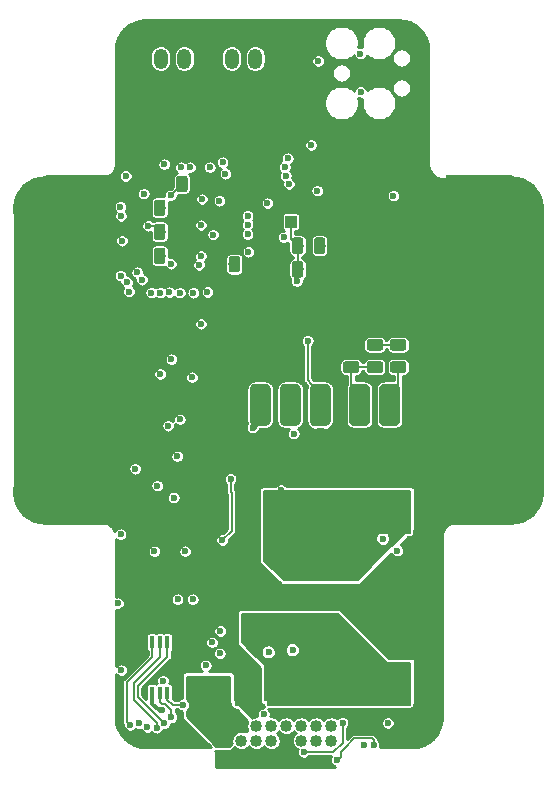
<source format=gbr>
G04 #@! TF.GenerationSoftware,KiCad,Pcbnew,(5.1.4)-1*
G04 #@! TF.CreationDate,2020-06-09T22:28:14-07:00*
G04 #@! TF.ProjectId,SkateLightMainBoard,536b6174-654c-4696-9768-744d61696e42,rev?*
G04 #@! TF.SameCoordinates,Original*
G04 #@! TF.FileFunction,Copper,L4,Bot*
G04 #@! TF.FilePolarity,Positive*
%FSLAX46Y46*%
G04 Gerber Fmt 4.6, Leading zero omitted, Abs format (unit mm)*
G04 Created by KiCad (PCBNEW (5.1.4)-1) date 2020-06-09 22:28:14*
%MOMM*%
%LPD*%
G04 APERTURE LIST*
%ADD10C,4.318000*%
%ADD11C,5.588000*%
%ADD12R,5.588000X29.591000*%
%ADD13R,2.794000X24.003000*%
%ADD14R,12.192000X3.022600*%
%ADD15C,1.016000*%
%ADD16R,0.400000X1.100000*%
%ADD17C,0.100000*%
%ADD18C,1.350000*%
%ADD19C,0.975000*%
%ADD20R,1.000000X1.000000*%
%ADD21C,1.778000*%
%ADD22C,1.200000*%
%ADD23O,1.200000X1.750000*%
%ADD24C,0.600000*%
%ADD25C,0.200000*%
%ADD26C,0.350000*%
%ADD27C,0.500000*%
%ADD28C,0.254000*%
G04 APERTURE END LIST*
D10*
X19685000Y10160000D03*
X19685000Y-13843000D03*
D11*
X19685000Y10160000D03*
X19685000Y-13843000D03*
D12*
X16954500Y-1841500D03*
D13*
X21082000Y-1841500D03*
D10*
X-19685000Y-13843000D03*
X-19685000Y10160000D03*
D11*
X-19685000Y-13843000D03*
X-19685000Y10160000D03*
D12*
X-16954500Y-1841500D03*
D13*
X-21082000Y-1841500D03*
D14*
X5080000Y-30391100D03*
X5080000Y-15836900D03*
D15*
X-4445000Y-33613000D03*
X-4445000Y-34883000D03*
X-3175000Y-33613000D03*
X-3175000Y-34883000D03*
X-1905000Y-33613000D03*
X-1905000Y-34883000D03*
X-635000Y-33613000D03*
X-635000Y-34883000D03*
X635000Y-33613000D03*
X635000Y-34883000D03*
X1905000Y-33613000D03*
X1905000Y-34883000D03*
X3175000Y-33613000D03*
X3175000Y-34883000D03*
X4445000Y-33613000D03*
X4445000Y-34883000D03*
D16*
X-10731140Y-30849460D03*
X-10081140Y-30849460D03*
X-9431140Y-30849460D03*
X-8781140Y-30849460D03*
X-8781140Y-26549460D03*
X-9431140Y-26549460D03*
X-10081140Y-26549460D03*
X-10731140Y-26549460D03*
D17*
G36*
X-4476315Y-29468384D02*
G01*
X-4452047Y-29471984D01*
X-4428248Y-29477945D01*
X-4405149Y-29486210D01*
X-4382970Y-29496700D01*
X-4361927Y-29509312D01*
X-4342221Y-29523927D01*
X-4324043Y-29540403D01*
X-4307567Y-29558581D01*
X-4292952Y-29578287D01*
X-4280340Y-29599330D01*
X-4269850Y-29621509D01*
X-4261585Y-29644608D01*
X-4255624Y-29668407D01*
X-4252024Y-29692675D01*
X-4250820Y-29717179D01*
X-4250820Y-30567181D01*
X-4252024Y-30591685D01*
X-4255624Y-30615953D01*
X-4261585Y-30639752D01*
X-4269850Y-30662851D01*
X-4280340Y-30685030D01*
X-4292952Y-30706073D01*
X-4307567Y-30725779D01*
X-4324043Y-30743957D01*
X-4342221Y-30760433D01*
X-4361927Y-30775048D01*
X-4382970Y-30787660D01*
X-4405149Y-30798150D01*
X-4428248Y-30806415D01*
X-4452047Y-30812376D01*
X-4476315Y-30815976D01*
X-4500819Y-30817180D01*
X-7350821Y-30817180D01*
X-7375325Y-30815976D01*
X-7399593Y-30812376D01*
X-7423392Y-30806415D01*
X-7446491Y-30798150D01*
X-7468670Y-30787660D01*
X-7489713Y-30775048D01*
X-7509419Y-30760433D01*
X-7527597Y-30743957D01*
X-7544073Y-30725779D01*
X-7558688Y-30706073D01*
X-7571300Y-30685030D01*
X-7581790Y-30662851D01*
X-7590055Y-30639752D01*
X-7596016Y-30615953D01*
X-7599616Y-30591685D01*
X-7600820Y-30567181D01*
X-7600820Y-29717179D01*
X-7599616Y-29692675D01*
X-7596016Y-29668407D01*
X-7590055Y-29644608D01*
X-7581790Y-29621509D01*
X-7571300Y-29599330D01*
X-7558688Y-29578287D01*
X-7544073Y-29558581D01*
X-7527597Y-29540403D01*
X-7509419Y-29523927D01*
X-7489713Y-29509312D01*
X-7468670Y-29496700D01*
X-7446491Y-29486210D01*
X-7423392Y-29477945D01*
X-7399593Y-29471984D01*
X-7375325Y-29468384D01*
X-7350821Y-29467180D01*
X-4500819Y-29467180D01*
X-4476315Y-29468384D01*
X-4476315Y-29468384D01*
G37*
D18*
X-5925820Y-30142180D03*
D17*
G36*
X-4476315Y-23668384D02*
G01*
X-4452047Y-23671984D01*
X-4428248Y-23677945D01*
X-4405149Y-23686210D01*
X-4382970Y-23696700D01*
X-4361927Y-23709312D01*
X-4342221Y-23723927D01*
X-4324043Y-23740403D01*
X-4307567Y-23758581D01*
X-4292952Y-23778287D01*
X-4280340Y-23799330D01*
X-4269850Y-23821509D01*
X-4261585Y-23844608D01*
X-4255624Y-23868407D01*
X-4252024Y-23892675D01*
X-4250820Y-23917179D01*
X-4250820Y-24767181D01*
X-4252024Y-24791685D01*
X-4255624Y-24815953D01*
X-4261585Y-24839752D01*
X-4269850Y-24862851D01*
X-4280340Y-24885030D01*
X-4292952Y-24906073D01*
X-4307567Y-24925779D01*
X-4324043Y-24943957D01*
X-4342221Y-24960433D01*
X-4361927Y-24975048D01*
X-4382970Y-24987660D01*
X-4405149Y-24998150D01*
X-4428248Y-25006415D01*
X-4452047Y-25012376D01*
X-4476315Y-25015976D01*
X-4500819Y-25017180D01*
X-7350821Y-25017180D01*
X-7375325Y-25015976D01*
X-7399593Y-25012376D01*
X-7423392Y-25006415D01*
X-7446491Y-24998150D01*
X-7468670Y-24987660D01*
X-7489713Y-24975048D01*
X-7509419Y-24960433D01*
X-7527597Y-24943957D01*
X-7544073Y-24925779D01*
X-7558688Y-24906073D01*
X-7571300Y-24885030D01*
X-7581790Y-24862851D01*
X-7590055Y-24839752D01*
X-7596016Y-24815953D01*
X-7599616Y-24791685D01*
X-7600820Y-24767181D01*
X-7600820Y-23917179D01*
X-7599616Y-23892675D01*
X-7596016Y-23868407D01*
X-7590055Y-23844608D01*
X-7581790Y-23821509D01*
X-7571300Y-23799330D01*
X-7558688Y-23778287D01*
X-7544073Y-23758581D01*
X-7527597Y-23740403D01*
X-7509419Y-23723927D01*
X-7489713Y-23709312D01*
X-7468670Y-23696700D01*
X-7446491Y-23686210D01*
X-7423392Y-23677945D01*
X-7399593Y-23671984D01*
X-7375325Y-23668384D01*
X-7350821Y-23667180D01*
X-4500819Y-23667180D01*
X-4476315Y-23668384D01*
X-4476315Y-23668384D01*
G37*
D18*
X-5925820Y-24342180D03*
D17*
G36*
X-9813858Y8890326D02*
G01*
X-9790197Y8886816D01*
X-9766993Y8881004D01*
X-9744471Y8872946D01*
X-9722847Y8862718D01*
X-9702330Y8850421D01*
X-9683117Y8836171D01*
X-9665393Y8820107D01*
X-9649329Y8802383D01*
X-9635079Y8783170D01*
X-9622782Y8762653D01*
X-9612554Y8741029D01*
X-9604496Y8718507D01*
X-9598684Y8695303D01*
X-9595174Y8671642D01*
X-9594000Y8647750D01*
X-9594000Y7735250D01*
X-9595174Y7711358D01*
X-9598684Y7687697D01*
X-9604496Y7664493D01*
X-9612554Y7641971D01*
X-9622782Y7620347D01*
X-9635079Y7599830D01*
X-9649329Y7580617D01*
X-9665393Y7562893D01*
X-9683117Y7546829D01*
X-9702330Y7532579D01*
X-9722847Y7520282D01*
X-9744471Y7510054D01*
X-9766993Y7501996D01*
X-9790197Y7496184D01*
X-9813858Y7492674D01*
X-9837750Y7491500D01*
X-10325250Y7491500D01*
X-10349142Y7492674D01*
X-10372803Y7496184D01*
X-10396007Y7501996D01*
X-10418529Y7510054D01*
X-10440153Y7520282D01*
X-10460670Y7532579D01*
X-10479883Y7546829D01*
X-10497607Y7562893D01*
X-10513671Y7580617D01*
X-10527921Y7599830D01*
X-10540218Y7620347D01*
X-10550446Y7641971D01*
X-10558504Y7664493D01*
X-10564316Y7687697D01*
X-10567826Y7711358D01*
X-10569000Y7735250D01*
X-10569000Y8647750D01*
X-10567826Y8671642D01*
X-10564316Y8695303D01*
X-10558504Y8718507D01*
X-10550446Y8741029D01*
X-10540218Y8762653D01*
X-10527921Y8783170D01*
X-10513671Y8802383D01*
X-10497607Y8820107D01*
X-10479883Y8836171D01*
X-10460670Y8850421D01*
X-10440153Y8862718D01*
X-10418529Y8872946D01*
X-10396007Y8881004D01*
X-10372803Y8886816D01*
X-10349142Y8890326D01*
X-10325250Y8891500D01*
X-9837750Y8891500D01*
X-9813858Y8890326D01*
X-9813858Y8890326D01*
G37*
D19*
X-10081500Y8191500D03*
D17*
G36*
X-7938858Y8890326D02*
G01*
X-7915197Y8886816D01*
X-7891993Y8881004D01*
X-7869471Y8872946D01*
X-7847847Y8862718D01*
X-7827330Y8850421D01*
X-7808117Y8836171D01*
X-7790393Y8820107D01*
X-7774329Y8802383D01*
X-7760079Y8783170D01*
X-7747782Y8762653D01*
X-7737554Y8741029D01*
X-7729496Y8718507D01*
X-7723684Y8695303D01*
X-7720174Y8671642D01*
X-7719000Y8647750D01*
X-7719000Y7735250D01*
X-7720174Y7711358D01*
X-7723684Y7687697D01*
X-7729496Y7664493D01*
X-7737554Y7641971D01*
X-7747782Y7620347D01*
X-7760079Y7599830D01*
X-7774329Y7580617D01*
X-7790393Y7562893D01*
X-7808117Y7546829D01*
X-7827330Y7532579D01*
X-7847847Y7520282D01*
X-7869471Y7510054D01*
X-7891993Y7501996D01*
X-7915197Y7496184D01*
X-7938858Y7492674D01*
X-7962750Y7491500D01*
X-8450250Y7491500D01*
X-8474142Y7492674D01*
X-8497803Y7496184D01*
X-8521007Y7501996D01*
X-8543529Y7510054D01*
X-8565153Y7520282D01*
X-8585670Y7532579D01*
X-8604883Y7546829D01*
X-8622607Y7562893D01*
X-8638671Y7580617D01*
X-8652921Y7599830D01*
X-8665218Y7620347D01*
X-8675446Y7641971D01*
X-8683504Y7664493D01*
X-8689316Y7687697D01*
X-8692826Y7711358D01*
X-8694000Y7735250D01*
X-8694000Y8647750D01*
X-8692826Y8671642D01*
X-8689316Y8695303D01*
X-8683504Y8718507D01*
X-8675446Y8741029D01*
X-8665218Y8762653D01*
X-8652921Y8783170D01*
X-8638671Y8802383D01*
X-8622607Y8820107D01*
X-8604883Y8836171D01*
X-8585670Y8850421D01*
X-8565153Y8862718D01*
X-8543529Y8872946D01*
X-8521007Y8881004D01*
X-8497803Y8886816D01*
X-8474142Y8890326D01*
X-8450250Y8891500D01*
X-7962750Y8891500D01*
X-7938858Y8890326D01*
X-7938858Y8890326D01*
G37*
D19*
X-8206500Y8191500D03*
D17*
G36*
X-5368858Y6159826D02*
G01*
X-5345197Y6156316D01*
X-5321993Y6150504D01*
X-5299471Y6142446D01*
X-5277847Y6132218D01*
X-5257330Y6119921D01*
X-5238117Y6105671D01*
X-5220393Y6089607D01*
X-5204329Y6071883D01*
X-5190079Y6052670D01*
X-5177782Y6032153D01*
X-5167554Y6010529D01*
X-5159496Y5988007D01*
X-5153684Y5964803D01*
X-5150174Y5941142D01*
X-5149000Y5917250D01*
X-5149000Y5004750D01*
X-5150174Y4980858D01*
X-5153684Y4957197D01*
X-5159496Y4933993D01*
X-5167554Y4911471D01*
X-5177782Y4889847D01*
X-5190079Y4869330D01*
X-5204329Y4850117D01*
X-5220393Y4832393D01*
X-5238117Y4816329D01*
X-5257330Y4802079D01*
X-5277847Y4789782D01*
X-5299471Y4779554D01*
X-5321993Y4771496D01*
X-5345197Y4765684D01*
X-5368858Y4762174D01*
X-5392750Y4761000D01*
X-5880250Y4761000D01*
X-5904142Y4762174D01*
X-5927803Y4765684D01*
X-5951007Y4771496D01*
X-5973529Y4779554D01*
X-5995153Y4789782D01*
X-6015670Y4802079D01*
X-6034883Y4816329D01*
X-6052607Y4832393D01*
X-6068671Y4850117D01*
X-6082921Y4869330D01*
X-6095218Y4889847D01*
X-6105446Y4911471D01*
X-6113504Y4933993D01*
X-6119316Y4957197D01*
X-6122826Y4980858D01*
X-6124000Y5004750D01*
X-6124000Y5917250D01*
X-6122826Y5941142D01*
X-6119316Y5964803D01*
X-6113504Y5988007D01*
X-6105446Y6010529D01*
X-6095218Y6032153D01*
X-6082921Y6052670D01*
X-6068671Y6071883D01*
X-6052607Y6089607D01*
X-6034883Y6105671D01*
X-6015670Y6119921D01*
X-5995153Y6132218D01*
X-5973529Y6142446D01*
X-5951007Y6150504D01*
X-5927803Y6156316D01*
X-5904142Y6159826D01*
X-5880250Y6161000D01*
X-5392750Y6161000D01*
X-5368858Y6159826D01*
X-5368858Y6159826D01*
G37*
D19*
X-5636500Y5461000D03*
D17*
G36*
X-3493858Y6159826D02*
G01*
X-3470197Y6156316D01*
X-3446993Y6150504D01*
X-3424471Y6142446D01*
X-3402847Y6132218D01*
X-3382330Y6119921D01*
X-3363117Y6105671D01*
X-3345393Y6089607D01*
X-3329329Y6071883D01*
X-3315079Y6052670D01*
X-3302782Y6032153D01*
X-3292554Y6010529D01*
X-3284496Y5988007D01*
X-3278684Y5964803D01*
X-3275174Y5941142D01*
X-3274000Y5917250D01*
X-3274000Y5004750D01*
X-3275174Y4980858D01*
X-3278684Y4957197D01*
X-3284496Y4933993D01*
X-3292554Y4911471D01*
X-3302782Y4889847D01*
X-3315079Y4869330D01*
X-3329329Y4850117D01*
X-3345393Y4832393D01*
X-3363117Y4816329D01*
X-3382330Y4802079D01*
X-3402847Y4789782D01*
X-3424471Y4779554D01*
X-3446993Y4771496D01*
X-3470197Y4765684D01*
X-3493858Y4762174D01*
X-3517750Y4761000D01*
X-4005250Y4761000D01*
X-4029142Y4762174D01*
X-4052803Y4765684D01*
X-4076007Y4771496D01*
X-4098529Y4779554D01*
X-4120153Y4789782D01*
X-4140670Y4802079D01*
X-4159883Y4816329D01*
X-4177607Y4832393D01*
X-4193671Y4850117D01*
X-4207921Y4869330D01*
X-4220218Y4889847D01*
X-4230446Y4911471D01*
X-4238504Y4933993D01*
X-4244316Y4957197D01*
X-4247826Y4980858D01*
X-4249000Y5004750D01*
X-4249000Y5917250D01*
X-4247826Y5941142D01*
X-4244316Y5964803D01*
X-4238504Y5988007D01*
X-4230446Y6010529D01*
X-4220218Y6032153D01*
X-4207921Y6052670D01*
X-4193671Y6071883D01*
X-4177607Y6089607D01*
X-4159883Y6105671D01*
X-4140670Y6119921D01*
X-4120153Y6132218D01*
X-4098529Y6142446D01*
X-4076007Y6150504D01*
X-4052803Y6156316D01*
X-4029142Y6159826D01*
X-4005250Y6161000D01*
X-3517750Y6161000D01*
X-3493858Y6159826D01*
X-3493858Y6159826D01*
G37*
D19*
X-3761500Y5461000D03*
D17*
G36*
X-9813858Y6858326D02*
G01*
X-9790197Y6854816D01*
X-9766993Y6849004D01*
X-9744471Y6840946D01*
X-9722847Y6830718D01*
X-9702330Y6818421D01*
X-9683117Y6804171D01*
X-9665393Y6788107D01*
X-9649329Y6770383D01*
X-9635079Y6751170D01*
X-9622782Y6730653D01*
X-9612554Y6709029D01*
X-9604496Y6686507D01*
X-9598684Y6663303D01*
X-9595174Y6639642D01*
X-9594000Y6615750D01*
X-9594000Y5703250D01*
X-9595174Y5679358D01*
X-9598684Y5655697D01*
X-9604496Y5632493D01*
X-9612554Y5609971D01*
X-9622782Y5588347D01*
X-9635079Y5567830D01*
X-9649329Y5548617D01*
X-9665393Y5530893D01*
X-9683117Y5514829D01*
X-9702330Y5500579D01*
X-9722847Y5488282D01*
X-9744471Y5478054D01*
X-9766993Y5469996D01*
X-9790197Y5464184D01*
X-9813858Y5460674D01*
X-9837750Y5459500D01*
X-10325250Y5459500D01*
X-10349142Y5460674D01*
X-10372803Y5464184D01*
X-10396007Y5469996D01*
X-10418529Y5478054D01*
X-10440153Y5488282D01*
X-10460670Y5500579D01*
X-10479883Y5514829D01*
X-10497607Y5530893D01*
X-10513671Y5548617D01*
X-10527921Y5567830D01*
X-10540218Y5588347D01*
X-10550446Y5609971D01*
X-10558504Y5632493D01*
X-10564316Y5655697D01*
X-10567826Y5679358D01*
X-10569000Y5703250D01*
X-10569000Y6615750D01*
X-10567826Y6639642D01*
X-10564316Y6663303D01*
X-10558504Y6686507D01*
X-10550446Y6709029D01*
X-10540218Y6730653D01*
X-10527921Y6751170D01*
X-10513671Y6770383D01*
X-10497607Y6788107D01*
X-10479883Y6804171D01*
X-10460670Y6818421D01*
X-10440153Y6830718D01*
X-10418529Y6840946D01*
X-10396007Y6849004D01*
X-10372803Y6854816D01*
X-10349142Y6858326D01*
X-10325250Y6859500D01*
X-9837750Y6859500D01*
X-9813858Y6858326D01*
X-9813858Y6858326D01*
G37*
D19*
X-10081500Y6159500D03*
D17*
G36*
X-7938858Y6858326D02*
G01*
X-7915197Y6854816D01*
X-7891993Y6849004D01*
X-7869471Y6840946D01*
X-7847847Y6830718D01*
X-7827330Y6818421D01*
X-7808117Y6804171D01*
X-7790393Y6788107D01*
X-7774329Y6770383D01*
X-7760079Y6751170D01*
X-7747782Y6730653D01*
X-7737554Y6709029D01*
X-7729496Y6686507D01*
X-7723684Y6663303D01*
X-7720174Y6639642D01*
X-7719000Y6615750D01*
X-7719000Y5703250D01*
X-7720174Y5679358D01*
X-7723684Y5655697D01*
X-7729496Y5632493D01*
X-7737554Y5609971D01*
X-7747782Y5588347D01*
X-7760079Y5567830D01*
X-7774329Y5548617D01*
X-7790393Y5530893D01*
X-7808117Y5514829D01*
X-7827330Y5500579D01*
X-7847847Y5488282D01*
X-7869471Y5478054D01*
X-7891993Y5469996D01*
X-7915197Y5464184D01*
X-7938858Y5460674D01*
X-7962750Y5459500D01*
X-8450250Y5459500D01*
X-8474142Y5460674D01*
X-8497803Y5464184D01*
X-8521007Y5469996D01*
X-8543529Y5478054D01*
X-8565153Y5488282D01*
X-8585670Y5500579D01*
X-8604883Y5514829D01*
X-8622607Y5530893D01*
X-8638671Y5548617D01*
X-8652921Y5567830D01*
X-8665218Y5588347D01*
X-8675446Y5609971D01*
X-8683504Y5632493D01*
X-8689316Y5655697D01*
X-8692826Y5679358D01*
X-8694000Y5703250D01*
X-8694000Y6615750D01*
X-8692826Y6639642D01*
X-8689316Y6663303D01*
X-8683504Y6686507D01*
X-8675446Y6709029D01*
X-8665218Y6730653D01*
X-8652921Y6751170D01*
X-8638671Y6770383D01*
X-8622607Y6788107D01*
X-8604883Y6804171D01*
X-8585670Y6818421D01*
X-8565153Y6830718D01*
X-8543529Y6840946D01*
X-8521007Y6849004D01*
X-8497803Y6854816D01*
X-8474142Y6858326D01*
X-8450250Y6859500D01*
X-7962750Y6859500D01*
X-7938858Y6858326D01*
X-7938858Y6858326D01*
G37*
D19*
X-8206500Y6159500D03*
D17*
G36*
X-9813858Y10922326D02*
G01*
X-9790197Y10918816D01*
X-9766993Y10913004D01*
X-9744471Y10904946D01*
X-9722847Y10894718D01*
X-9702330Y10882421D01*
X-9683117Y10868171D01*
X-9665393Y10852107D01*
X-9649329Y10834383D01*
X-9635079Y10815170D01*
X-9622782Y10794653D01*
X-9612554Y10773029D01*
X-9604496Y10750507D01*
X-9598684Y10727303D01*
X-9595174Y10703642D01*
X-9594000Y10679750D01*
X-9594000Y9767250D01*
X-9595174Y9743358D01*
X-9598684Y9719697D01*
X-9604496Y9696493D01*
X-9612554Y9673971D01*
X-9622782Y9652347D01*
X-9635079Y9631830D01*
X-9649329Y9612617D01*
X-9665393Y9594893D01*
X-9683117Y9578829D01*
X-9702330Y9564579D01*
X-9722847Y9552282D01*
X-9744471Y9542054D01*
X-9766993Y9533996D01*
X-9790197Y9528184D01*
X-9813858Y9524674D01*
X-9837750Y9523500D01*
X-10325250Y9523500D01*
X-10349142Y9524674D01*
X-10372803Y9528184D01*
X-10396007Y9533996D01*
X-10418529Y9542054D01*
X-10440153Y9552282D01*
X-10460670Y9564579D01*
X-10479883Y9578829D01*
X-10497607Y9594893D01*
X-10513671Y9612617D01*
X-10527921Y9631830D01*
X-10540218Y9652347D01*
X-10550446Y9673971D01*
X-10558504Y9696493D01*
X-10564316Y9719697D01*
X-10567826Y9743358D01*
X-10569000Y9767250D01*
X-10569000Y10679750D01*
X-10567826Y10703642D01*
X-10564316Y10727303D01*
X-10558504Y10750507D01*
X-10550446Y10773029D01*
X-10540218Y10794653D01*
X-10527921Y10815170D01*
X-10513671Y10834383D01*
X-10497607Y10852107D01*
X-10479883Y10868171D01*
X-10460670Y10882421D01*
X-10440153Y10894718D01*
X-10418529Y10904946D01*
X-10396007Y10913004D01*
X-10372803Y10918816D01*
X-10349142Y10922326D01*
X-10325250Y10923500D01*
X-9837750Y10923500D01*
X-9813858Y10922326D01*
X-9813858Y10922326D01*
G37*
D19*
X-10081500Y10223500D03*
D17*
G36*
X-7938858Y10922326D02*
G01*
X-7915197Y10918816D01*
X-7891993Y10913004D01*
X-7869471Y10904946D01*
X-7847847Y10894718D01*
X-7827330Y10882421D01*
X-7808117Y10868171D01*
X-7790393Y10852107D01*
X-7774329Y10834383D01*
X-7760079Y10815170D01*
X-7747782Y10794653D01*
X-7737554Y10773029D01*
X-7729496Y10750507D01*
X-7723684Y10727303D01*
X-7720174Y10703642D01*
X-7719000Y10679750D01*
X-7719000Y9767250D01*
X-7720174Y9743358D01*
X-7723684Y9719697D01*
X-7729496Y9696493D01*
X-7737554Y9673971D01*
X-7747782Y9652347D01*
X-7760079Y9631830D01*
X-7774329Y9612617D01*
X-7790393Y9594893D01*
X-7808117Y9578829D01*
X-7827330Y9564579D01*
X-7847847Y9552282D01*
X-7869471Y9542054D01*
X-7891993Y9533996D01*
X-7915197Y9528184D01*
X-7938858Y9524674D01*
X-7962750Y9523500D01*
X-8450250Y9523500D01*
X-8474142Y9524674D01*
X-8497803Y9528184D01*
X-8521007Y9533996D01*
X-8543529Y9542054D01*
X-8565153Y9552282D01*
X-8585670Y9564579D01*
X-8604883Y9578829D01*
X-8622607Y9594893D01*
X-8638671Y9612617D01*
X-8652921Y9631830D01*
X-8665218Y9652347D01*
X-8675446Y9673971D01*
X-8683504Y9696493D01*
X-8689316Y9719697D01*
X-8692826Y9743358D01*
X-8694000Y9767250D01*
X-8694000Y10679750D01*
X-8692826Y10703642D01*
X-8689316Y10727303D01*
X-8683504Y10750507D01*
X-8675446Y10773029D01*
X-8665218Y10794653D01*
X-8652921Y10815170D01*
X-8638671Y10834383D01*
X-8622607Y10852107D01*
X-8604883Y10868171D01*
X-8585670Y10882421D01*
X-8565153Y10894718D01*
X-8543529Y10904946D01*
X-8521007Y10913004D01*
X-8497803Y10918816D01*
X-8474142Y10922326D01*
X-8450250Y10923500D01*
X-7962750Y10923500D01*
X-7938858Y10922326D01*
X-7938858Y10922326D01*
G37*
D19*
X-8206500Y10223500D03*
D17*
G36*
X10589342Y-885274D02*
G01*
X10613003Y-888784D01*
X10636207Y-894596D01*
X10658729Y-902654D01*
X10680353Y-912882D01*
X10700870Y-925179D01*
X10720083Y-939429D01*
X10737807Y-955493D01*
X10753871Y-973217D01*
X10768121Y-992430D01*
X10780418Y-1012947D01*
X10790646Y-1034571D01*
X10798704Y-1057093D01*
X10804516Y-1080297D01*
X10808026Y-1103958D01*
X10809200Y-1127850D01*
X10809200Y-1615350D01*
X10808026Y-1639242D01*
X10804516Y-1662903D01*
X10798704Y-1686107D01*
X10790646Y-1708629D01*
X10780418Y-1730253D01*
X10768121Y-1750770D01*
X10753871Y-1769983D01*
X10737807Y-1787707D01*
X10720083Y-1803771D01*
X10700870Y-1818021D01*
X10680353Y-1830318D01*
X10658729Y-1840546D01*
X10636207Y-1848604D01*
X10613003Y-1854416D01*
X10589342Y-1857926D01*
X10565450Y-1859100D01*
X9652950Y-1859100D01*
X9629058Y-1857926D01*
X9605397Y-1854416D01*
X9582193Y-1848604D01*
X9559671Y-1840546D01*
X9538047Y-1830318D01*
X9517530Y-1818021D01*
X9498317Y-1803771D01*
X9480593Y-1787707D01*
X9464529Y-1769983D01*
X9450279Y-1750770D01*
X9437982Y-1730253D01*
X9427754Y-1708629D01*
X9419696Y-1686107D01*
X9413884Y-1662903D01*
X9410374Y-1639242D01*
X9409200Y-1615350D01*
X9409200Y-1127850D01*
X9410374Y-1103958D01*
X9413884Y-1080297D01*
X9419696Y-1057093D01*
X9427754Y-1034571D01*
X9437982Y-1012947D01*
X9450279Y-992430D01*
X9464529Y-973217D01*
X9480593Y-955493D01*
X9498317Y-939429D01*
X9517530Y-925179D01*
X9538047Y-912882D01*
X9559671Y-902654D01*
X9582193Y-894596D01*
X9605397Y-888784D01*
X9629058Y-885274D01*
X9652950Y-884100D01*
X10565450Y-884100D01*
X10589342Y-885274D01*
X10589342Y-885274D01*
G37*
D19*
X10109200Y-1371600D03*
D17*
G36*
X10589342Y-2760274D02*
G01*
X10613003Y-2763784D01*
X10636207Y-2769596D01*
X10658729Y-2777654D01*
X10680353Y-2787882D01*
X10700870Y-2800179D01*
X10720083Y-2814429D01*
X10737807Y-2830493D01*
X10753871Y-2848217D01*
X10768121Y-2867430D01*
X10780418Y-2887947D01*
X10790646Y-2909571D01*
X10798704Y-2932093D01*
X10804516Y-2955297D01*
X10808026Y-2978958D01*
X10809200Y-3002850D01*
X10809200Y-3490350D01*
X10808026Y-3514242D01*
X10804516Y-3537903D01*
X10798704Y-3561107D01*
X10790646Y-3583629D01*
X10780418Y-3605253D01*
X10768121Y-3625770D01*
X10753871Y-3644983D01*
X10737807Y-3662707D01*
X10720083Y-3678771D01*
X10700870Y-3693021D01*
X10680353Y-3705318D01*
X10658729Y-3715546D01*
X10636207Y-3723604D01*
X10613003Y-3729416D01*
X10589342Y-3732926D01*
X10565450Y-3734100D01*
X9652950Y-3734100D01*
X9629058Y-3732926D01*
X9605397Y-3729416D01*
X9582193Y-3723604D01*
X9559671Y-3715546D01*
X9538047Y-3705318D01*
X9517530Y-3693021D01*
X9498317Y-3678771D01*
X9480593Y-3662707D01*
X9464529Y-3644983D01*
X9450279Y-3625770D01*
X9437982Y-3605253D01*
X9427754Y-3583629D01*
X9419696Y-3561107D01*
X9413884Y-3537903D01*
X9410374Y-3514242D01*
X9409200Y-3490350D01*
X9409200Y-3002850D01*
X9410374Y-2978958D01*
X9413884Y-2955297D01*
X9419696Y-2932093D01*
X9427754Y-2909571D01*
X9437982Y-2887947D01*
X9450279Y-2867430D01*
X9464529Y-2848217D01*
X9480593Y-2830493D01*
X9498317Y-2814429D01*
X9517530Y-2800179D01*
X9538047Y-2787882D01*
X9559671Y-2777654D01*
X9582193Y-2769596D01*
X9605397Y-2763784D01*
X9629058Y-2760274D01*
X9652950Y-2759100D01*
X10565450Y-2759100D01*
X10589342Y-2760274D01*
X10589342Y-2760274D01*
G37*
D19*
X10109200Y-3246600D03*
D20*
X1023300Y9055100D03*
X3523300Y9055100D03*
D17*
G36*
X9860669Y-4675740D02*
G01*
X9903818Y-4682141D01*
X9946132Y-4692740D01*
X9987203Y-4707436D01*
X10026636Y-4726086D01*
X10064051Y-4748512D01*
X10099088Y-4774497D01*
X10131409Y-4803791D01*
X10160703Y-4836112D01*
X10186688Y-4871149D01*
X10209114Y-4908564D01*
X10227764Y-4947997D01*
X10242460Y-4989068D01*
X10253059Y-5031382D01*
X10259460Y-5074531D01*
X10261600Y-5118100D01*
X10261600Y-7785100D01*
X10259460Y-7828669D01*
X10253059Y-7871818D01*
X10242460Y-7914132D01*
X10227764Y-7955203D01*
X10209114Y-7994636D01*
X10186688Y-8032051D01*
X10160703Y-8067088D01*
X10131409Y-8099409D01*
X10099088Y-8128703D01*
X10064051Y-8154688D01*
X10026636Y-8177114D01*
X9987203Y-8195764D01*
X9946132Y-8210460D01*
X9903818Y-8221059D01*
X9860669Y-8227460D01*
X9817100Y-8229600D01*
X8928100Y-8229600D01*
X8884531Y-8227460D01*
X8841382Y-8221059D01*
X8799068Y-8210460D01*
X8757997Y-8195764D01*
X8718564Y-8177114D01*
X8681149Y-8154688D01*
X8646112Y-8128703D01*
X8613791Y-8099409D01*
X8584497Y-8067088D01*
X8558512Y-8032051D01*
X8536086Y-7994636D01*
X8517436Y-7955203D01*
X8502740Y-7914132D01*
X8492141Y-7871818D01*
X8485740Y-7828669D01*
X8483600Y-7785100D01*
X8483600Y-5118100D01*
X8485740Y-5074531D01*
X8492141Y-5031382D01*
X8502740Y-4989068D01*
X8517436Y-4947997D01*
X8536086Y-4908564D01*
X8558512Y-4871149D01*
X8584497Y-4836112D01*
X8613791Y-4803791D01*
X8646112Y-4774497D01*
X8681149Y-4748512D01*
X8718564Y-4726086D01*
X8757997Y-4707436D01*
X8799068Y-4692740D01*
X8841382Y-4682141D01*
X8884531Y-4675740D01*
X8928100Y-4673600D01*
X9817100Y-4673600D01*
X9860669Y-4675740D01*
X9860669Y-4675740D01*
G37*
D21*
X9372600Y-6451600D03*
D17*
G36*
X7320669Y-4675740D02*
G01*
X7363818Y-4682141D01*
X7406132Y-4692740D01*
X7447203Y-4707436D01*
X7486636Y-4726086D01*
X7524051Y-4748512D01*
X7559088Y-4774497D01*
X7591409Y-4803791D01*
X7620703Y-4836112D01*
X7646688Y-4871149D01*
X7669114Y-4908564D01*
X7687764Y-4947997D01*
X7702460Y-4989068D01*
X7713059Y-5031382D01*
X7719460Y-5074531D01*
X7721600Y-5118100D01*
X7721600Y-7785100D01*
X7719460Y-7828669D01*
X7713059Y-7871818D01*
X7702460Y-7914132D01*
X7687764Y-7955203D01*
X7669114Y-7994636D01*
X7646688Y-8032051D01*
X7620703Y-8067088D01*
X7591409Y-8099409D01*
X7559088Y-8128703D01*
X7524051Y-8154688D01*
X7486636Y-8177114D01*
X7447203Y-8195764D01*
X7406132Y-8210460D01*
X7363818Y-8221059D01*
X7320669Y-8227460D01*
X7277100Y-8229600D01*
X6388100Y-8229600D01*
X6344531Y-8227460D01*
X6301382Y-8221059D01*
X6259068Y-8210460D01*
X6217997Y-8195764D01*
X6178564Y-8177114D01*
X6141149Y-8154688D01*
X6106112Y-8128703D01*
X6073791Y-8099409D01*
X6044497Y-8067088D01*
X6018512Y-8032051D01*
X5996086Y-7994636D01*
X5977436Y-7955203D01*
X5962740Y-7914132D01*
X5952141Y-7871818D01*
X5945740Y-7828669D01*
X5943600Y-7785100D01*
X5943600Y-5118100D01*
X5945740Y-5074531D01*
X5952141Y-5031382D01*
X5962740Y-4989068D01*
X5977436Y-4947997D01*
X5996086Y-4908564D01*
X6018512Y-4871149D01*
X6044497Y-4836112D01*
X6073791Y-4803791D01*
X6106112Y-4774497D01*
X6141149Y-4748512D01*
X6178564Y-4726086D01*
X6217997Y-4707436D01*
X6259068Y-4692740D01*
X6301382Y-4682141D01*
X6344531Y-4675740D01*
X6388100Y-4673600D01*
X7277100Y-4673600D01*
X7320669Y-4675740D01*
X7320669Y-4675740D01*
G37*
D21*
X6832600Y-6451600D03*
D17*
G36*
X3732442Y7721926D02*
G01*
X3756103Y7718416D01*
X3779307Y7712604D01*
X3801829Y7704546D01*
X3823453Y7694318D01*
X3843970Y7682021D01*
X3863183Y7667771D01*
X3880907Y7651707D01*
X3896971Y7633983D01*
X3911221Y7614770D01*
X3923518Y7594253D01*
X3933746Y7572629D01*
X3941804Y7550107D01*
X3947616Y7526903D01*
X3951126Y7503242D01*
X3952300Y7479350D01*
X3952300Y6566850D01*
X3951126Y6542958D01*
X3947616Y6519297D01*
X3941804Y6496093D01*
X3933746Y6473571D01*
X3923518Y6451947D01*
X3911221Y6431430D01*
X3896971Y6412217D01*
X3880907Y6394493D01*
X3863183Y6378429D01*
X3843970Y6364179D01*
X3823453Y6351882D01*
X3801829Y6341654D01*
X3779307Y6333596D01*
X3756103Y6327784D01*
X3732442Y6324274D01*
X3708550Y6323100D01*
X3221050Y6323100D01*
X3197158Y6324274D01*
X3173497Y6327784D01*
X3150293Y6333596D01*
X3127771Y6341654D01*
X3106147Y6351882D01*
X3085630Y6364179D01*
X3066417Y6378429D01*
X3048693Y6394493D01*
X3032629Y6412217D01*
X3018379Y6431430D01*
X3006082Y6451947D01*
X2995854Y6473571D01*
X2987796Y6496093D01*
X2981984Y6519297D01*
X2978474Y6542958D01*
X2977300Y6566850D01*
X2977300Y7479350D01*
X2978474Y7503242D01*
X2981984Y7526903D01*
X2987796Y7550107D01*
X2995854Y7572629D01*
X3006082Y7594253D01*
X3018379Y7614770D01*
X3032629Y7633983D01*
X3048693Y7651707D01*
X3066417Y7667771D01*
X3085630Y7682021D01*
X3106147Y7694318D01*
X3127771Y7704546D01*
X3150293Y7712604D01*
X3173497Y7718416D01*
X3197158Y7721926D01*
X3221050Y7723100D01*
X3708550Y7723100D01*
X3732442Y7721926D01*
X3732442Y7721926D01*
G37*
D19*
X3464800Y7023100D03*
D17*
G36*
X1857442Y7721926D02*
G01*
X1881103Y7718416D01*
X1904307Y7712604D01*
X1926829Y7704546D01*
X1948453Y7694318D01*
X1968970Y7682021D01*
X1988183Y7667771D01*
X2005907Y7651707D01*
X2021971Y7633983D01*
X2036221Y7614770D01*
X2048518Y7594253D01*
X2058746Y7572629D01*
X2066804Y7550107D01*
X2072616Y7526903D01*
X2076126Y7503242D01*
X2077300Y7479350D01*
X2077300Y6566850D01*
X2076126Y6542958D01*
X2072616Y6519297D01*
X2066804Y6496093D01*
X2058746Y6473571D01*
X2048518Y6451947D01*
X2036221Y6431430D01*
X2021971Y6412217D01*
X2005907Y6394493D01*
X1988183Y6378429D01*
X1968970Y6364179D01*
X1948453Y6351882D01*
X1926829Y6341654D01*
X1904307Y6333596D01*
X1881103Y6327784D01*
X1857442Y6324274D01*
X1833550Y6323100D01*
X1346050Y6323100D01*
X1322158Y6324274D01*
X1298497Y6327784D01*
X1275293Y6333596D01*
X1252771Y6341654D01*
X1231147Y6351882D01*
X1210630Y6364179D01*
X1191417Y6378429D01*
X1173693Y6394493D01*
X1157629Y6412217D01*
X1143379Y6431430D01*
X1131082Y6451947D01*
X1120854Y6473571D01*
X1112796Y6496093D01*
X1106984Y6519297D01*
X1103474Y6542958D01*
X1102300Y6566850D01*
X1102300Y7479350D01*
X1103474Y7503242D01*
X1106984Y7526903D01*
X1112796Y7550107D01*
X1120854Y7572629D01*
X1131082Y7594253D01*
X1143379Y7614770D01*
X1157629Y7633983D01*
X1173693Y7651707D01*
X1191417Y7667771D01*
X1210630Y7682021D01*
X1231147Y7694318D01*
X1252771Y7704546D01*
X1275293Y7712604D01*
X1298497Y7718416D01*
X1322158Y7721926D01*
X1346050Y7723100D01*
X1833550Y7723100D01*
X1857442Y7721926D01*
X1857442Y7721926D01*
G37*
D19*
X1589800Y7023100D03*
D17*
G36*
X1857442Y5715326D02*
G01*
X1881103Y5711816D01*
X1904307Y5706004D01*
X1926829Y5697946D01*
X1948453Y5687718D01*
X1968970Y5675421D01*
X1988183Y5661171D01*
X2005907Y5645107D01*
X2021971Y5627383D01*
X2036221Y5608170D01*
X2048518Y5587653D01*
X2058746Y5566029D01*
X2066804Y5543507D01*
X2072616Y5520303D01*
X2076126Y5496642D01*
X2077300Y5472750D01*
X2077300Y4560250D01*
X2076126Y4536358D01*
X2072616Y4512697D01*
X2066804Y4489493D01*
X2058746Y4466971D01*
X2048518Y4445347D01*
X2036221Y4424830D01*
X2021971Y4405617D01*
X2005907Y4387893D01*
X1988183Y4371829D01*
X1968970Y4357579D01*
X1948453Y4345282D01*
X1926829Y4335054D01*
X1904307Y4326996D01*
X1881103Y4321184D01*
X1857442Y4317674D01*
X1833550Y4316500D01*
X1346050Y4316500D01*
X1322158Y4317674D01*
X1298497Y4321184D01*
X1275293Y4326996D01*
X1252771Y4335054D01*
X1231147Y4345282D01*
X1210630Y4357579D01*
X1191417Y4371829D01*
X1173693Y4387893D01*
X1157629Y4405617D01*
X1143379Y4424830D01*
X1131082Y4445347D01*
X1120854Y4466971D01*
X1112796Y4489493D01*
X1106984Y4512697D01*
X1103474Y4536358D01*
X1102300Y4560250D01*
X1102300Y5472750D01*
X1103474Y5496642D01*
X1106984Y5520303D01*
X1112796Y5543507D01*
X1120854Y5566029D01*
X1131082Y5587653D01*
X1143379Y5608170D01*
X1157629Y5627383D01*
X1173693Y5645107D01*
X1191417Y5661171D01*
X1210630Y5675421D01*
X1231147Y5687718D01*
X1252771Y5697946D01*
X1275293Y5706004D01*
X1298497Y5711816D01*
X1322158Y5715326D01*
X1346050Y5716500D01*
X1833550Y5716500D01*
X1857442Y5715326D01*
X1857442Y5715326D01*
G37*
D19*
X1589800Y5016500D03*
D17*
G36*
X3732442Y5715326D02*
G01*
X3756103Y5711816D01*
X3779307Y5706004D01*
X3801829Y5697946D01*
X3823453Y5687718D01*
X3843970Y5675421D01*
X3863183Y5661171D01*
X3880907Y5645107D01*
X3896971Y5627383D01*
X3911221Y5608170D01*
X3923518Y5587653D01*
X3933746Y5566029D01*
X3941804Y5543507D01*
X3947616Y5520303D01*
X3951126Y5496642D01*
X3952300Y5472750D01*
X3952300Y4560250D01*
X3951126Y4536358D01*
X3947616Y4512697D01*
X3941804Y4489493D01*
X3933746Y4466971D01*
X3923518Y4445347D01*
X3911221Y4424830D01*
X3896971Y4405617D01*
X3880907Y4387893D01*
X3863183Y4371829D01*
X3843970Y4357579D01*
X3823453Y4345282D01*
X3801829Y4335054D01*
X3779307Y4326996D01*
X3756103Y4321184D01*
X3732442Y4317674D01*
X3708550Y4316500D01*
X3221050Y4316500D01*
X3197158Y4317674D01*
X3173497Y4321184D01*
X3150293Y4326996D01*
X3127771Y4335054D01*
X3106147Y4345282D01*
X3085630Y4357579D01*
X3066417Y4371829D01*
X3048693Y4387893D01*
X3032629Y4405617D01*
X3018379Y4424830D01*
X3006082Y4445347D01*
X2995854Y4466971D01*
X2987796Y4489493D01*
X2981984Y4512697D01*
X2978474Y4536358D01*
X2977300Y4560250D01*
X2977300Y5472750D01*
X2978474Y5496642D01*
X2981984Y5520303D01*
X2987796Y5543507D01*
X2995854Y5566029D01*
X3006082Y5587653D01*
X3018379Y5608170D01*
X3032629Y5627383D01*
X3048693Y5645107D01*
X3066417Y5661171D01*
X3085630Y5675421D01*
X3106147Y5687718D01*
X3127771Y5697946D01*
X3150293Y5706004D01*
X3173497Y5711816D01*
X3197158Y5715326D01*
X3221050Y5716500D01*
X3708550Y5716500D01*
X3732442Y5715326D01*
X3732442Y5715326D01*
G37*
D19*
X3464800Y5016500D03*
D17*
G36*
X-7938858Y12954326D02*
G01*
X-7915197Y12950816D01*
X-7891993Y12945004D01*
X-7869471Y12936946D01*
X-7847847Y12926718D01*
X-7827330Y12914421D01*
X-7808117Y12900171D01*
X-7790393Y12884107D01*
X-7774329Y12866383D01*
X-7760079Y12847170D01*
X-7747782Y12826653D01*
X-7737554Y12805029D01*
X-7729496Y12782507D01*
X-7723684Y12759303D01*
X-7720174Y12735642D01*
X-7719000Y12711750D01*
X-7719000Y11799250D01*
X-7720174Y11775358D01*
X-7723684Y11751697D01*
X-7729496Y11728493D01*
X-7737554Y11705971D01*
X-7747782Y11684347D01*
X-7760079Y11663830D01*
X-7774329Y11644617D01*
X-7790393Y11626893D01*
X-7808117Y11610829D01*
X-7827330Y11596579D01*
X-7847847Y11584282D01*
X-7869471Y11574054D01*
X-7891993Y11565996D01*
X-7915197Y11560184D01*
X-7938858Y11556674D01*
X-7962750Y11555500D01*
X-8450250Y11555500D01*
X-8474142Y11556674D01*
X-8497803Y11560184D01*
X-8521007Y11565996D01*
X-8543529Y11574054D01*
X-8565153Y11584282D01*
X-8585670Y11596579D01*
X-8604883Y11610829D01*
X-8622607Y11626893D01*
X-8638671Y11644617D01*
X-8652921Y11663830D01*
X-8665218Y11684347D01*
X-8675446Y11705971D01*
X-8683504Y11728493D01*
X-8689316Y11751697D01*
X-8692826Y11775358D01*
X-8694000Y11799250D01*
X-8694000Y12711750D01*
X-8692826Y12735642D01*
X-8689316Y12759303D01*
X-8683504Y12782507D01*
X-8675446Y12805029D01*
X-8665218Y12826653D01*
X-8652921Y12847170D01*
X-8638671Y12866383D01*
X-8622607Y12884107D01*
X-8604883Y12900171D01*
X-8585670Y12914421D01*
X-8565153Y12926718D01*
X-8543529Y12936946D01*
X-8521007Y12945004D01*
X-8497803Y12950816D01*
X-8474142Y12954326D01*
X-8450250Y12955500D01*
X-7962750Y12955500D01*
X-7938858Y12954326D01*
X-7938858Y12954326D01*
G37*
D19*
X-8206500Y12255500D03*
D17*
G36*
X-9813858Y12954326D02*
G01*
X-9790197Y12950816D01*
X-9766993Y12945004D01*
X-9744471Y12936946D01*
X-9722847Y12926718D01*
X-9702330Y12914421D01*
X-9683117Y12900171D01*
X-9665393Y12884107D01*
X-9649329Y12866383D01*
X-9635079Y12847170D01*
X-9622782Y12826653D01*
X-9612554Y12805029D01*
X-9604496Y12782507D01*
X-9598684Y12759303D01*
X-9595174Y12735642D01*
X-9594000Y12711750D01*
X-9594000Y11799250D01*
X-9595174Y11775358D01*
X-9598684Y11751697D01*
X-9604496Y11728493D01*
X-9612554Y11705971D01*
X-9622782Y11684347D01*
X-9635079Y11663830D01*
X-9649329Y11644617D01*
X-9665393Y11626893D01*
X-9683117Y11610829D01*
X-9702330Y11596579D01*
X-9722847Y11584282D01*
X-9744471Y11574054D01*
X-9766993Y11565996D01*
X-9790197Y11560184D01*
X-9813858Y11556674D01*
X-9837750Y11555500D01*
X-10325250Y11555500D01*
X-10349142Y11556674D01*
X-10372803Y11560184D01*
X-10396007Y11565996D01*
X-10418529Y11574054D01*
X-10440153Y11584282D01*
X-10460670Y11596579D01*
X-10479883Y11610829D01*
X-10497607Y11626893D01*
X-10513671Y11644617D01*
X-10527921Y11663830D01*
X-10540218Y11684347D01*
X-10550446Y11705971D01*
X-10558504Y11728493D01*
X-10564316Y11751697D01*
X-10567826Y11775358D01*
X-10569000Y11799250D01*
X-10569000Y12711750D01*
X-10567826Y12735642D01*
X-10564316Y12759303D01*
X-10558504Y12782507D01*
X-10550446Y12805029D01*
X-10540218Y12826653D01*
X-10527921Y12847170D01*
X-10513671Y12866383D01*
X-10497607Y12884107D01*
X-10479883Y12900171D01*
X-10460670Y12914421D01*
X-10440153Y12926718D01*
X-10418529Y12936946D01*
X-10396007Y12945004D01*
X-10372803Y12950816D01*
X-10349142Y12954326D01*
X-10325250Y12955500D01*
X-9837750Y12955500D01*
X-9813858Y12954326D01*
X-9813858Y12954326D01*
G37*
D19*
X-10081500Y12255500D03*
D17*
G36*
X6601542Y-2762574D02*
G01*
X6625203Y-2766084D01*
X6648407Y-2771896D01*
X6670929Y-2779954D01*
X6692553Y-2790182D01*
X6713070Y-2802479D01*
X6732283Y-2816729D01*
X6750007Y-2832793D01*
X6766071Y-2850517D01*
X6780321Y-2869730D01*
X6792618Y-2890247D01*
X6802846Y-2911871D01*
X6810904Y-2934393D01*
X6816716Y-2957597D01*
X6820226Y-2981258D01*
X6821400Y-3005150D01*
X6821400Y-3492650D01*
X6820226Y-3516542D01*
X6816716Y-3540203D01*
X6810904Y-3563407D01*
X6802846Y-3585929D01*
X6792618Y-3607553D01*
X6780321Y-3628070D01*
X6766071Y-3647283D01*
X6750007Y-3665007D01*
X6732283Y-3681071D01*
X6713070Y-3695321D01*
X6692553Y-3707618D01*
X6670929Y-3717846D01*
X6648407Y-3725904D01*
X6625203Y-3731716D01*
X6601542Y-3735226D01*
X6577650Y-3736400D01*
X5665150Y-3736400D01*
X5641258Y-3735226D01*
X5617597Y-3731716D01*
X5594393Y-3725904D01*
X5571871Y-3717846D01*
X5550247Y-3707618D01*
X5529730Y-3695321D01*
X5510517Y-3681071D01*
X5492793Y-3665007D01*
X5476729Y-3647283D01*
X5462479Y-3628070D01*
X5450182Y-3607553D01*
X5439954Y-3585929D01*
X5431896Y-3563407D01*
X5426084Y-3540203D01*
X5422574Y-3516542D01*
X5421400Y-3492650D01*
X5421400Y-3005150D01*
X5422574Y-2981258D01*
X5426084Y-2957597D01*
X5431896Y-2934393D01*
X5439954Y-2911871D01*
X5450182Y-2890247D01*
X5462479Y-2869730D01*
X5476729Y-2850517D01*
X5492793Y-2832793D01*
X5510517Y-2816729D01*
X5529730Y-2802479D01*
X5550247Y-2790182D01*
X5571871Y-2779954D01*
X5594393Y-2771896D01*
X5617597Y-2766084D01*
X5641258Y-2762574D01*
X5665150Y-2761400D01*
X6577650Y-2761400D01*
X6601542Y-2762574D01*
X6601542Y-2762574D01*
G37*
D19*
X6121400Y-3248900D03*
D17*
G36*
X6601542Y-887574D02*
G01*
X6625203Y-891084D01*
X6648407Y-896896D01*
X6670929Y-904954D01*
X6692553Y-915182D01*
X6713070Y-927479D01*
X6732283Y-941729D01*
X6750007Y-957793D01*
X6766071Y-975517D01*
X6780321Y-994730D01*
X6792618Y-1015247D01*
X6802846Y-1036871D01*
X6810904Y-1059393D01*
X6816716Y-1082597D01*
X6820226Y-1106258D01*
X6821400Y-1130150D01*
X6821400Y-1617650D01*
X6820226Y-1641542D01*
X6816716Y-1665203D01*
X6810904Y-1688407D01*
X6802846Y-1710929D01*
X6792618Y-1732553D01*
X6780321Y-1753070D01*
X6766071Y-1772283D01*
X6750007Y-1790007D01*
X6732283Y-1806071D01*
X6713070Y-1820321D01*
X6692553Y-1832618D01*
X6670929Y-1842846D01*
X6648407Y-1850904D01*
X6625203Y-1856716D01*
X6601542Y-1860226D01*
X6577650Y-1861400D01*
X5665150Y-1861400D01*
X5641258Y-1860226D01*
X5617597Y-1856716D01*
X5594393Y-1850904D01*
X5571871Y-1842846D01*
X5550247Y-1832618D01*
X5529730Y-1820321D01*
X5510517Y-1806071D01*
X5492793Y-1790007D01*
X5476729Y-1772283D01*
X5462479Y-1753070D01*
X5450182Y-1732553D01*
X5439954Y-1710929D01*
X5431896Y-1688407D01*
X5426084Y-1665203D01*
X5422574Y-1641542D01*
X5421400Y-1617650D01*
X5421400Y-1130150D01*
X5422574Y-1106258D01*
X5426084Y-1082597D01*
X5431896Y-1059393D01*
X5439954Y-1036871D01*
X5450182Y-1015247D01*
X5462479Y-994730D01*
X5476729Y-975517D01*
X5492793Y-957793D01*
X5510517Y-941729D01*
X5529730Y-927479D01*
X5550247Y-915182D01*
X5571871Y-904954D01*
X5594393Y-896896D01*
X5617597Y-891084D01*
X5641258Y-887574D01*
X5665150Y-886400D01*
X6577650Y-886400D01*
X6601542Y-887574D01*
X6601542Y-887574D01*
G37*
D19*
X6121400Y-1373900D03*
D17*
G36*
X8608142Y-887574D02*
G01*
X8631803Y-891084D01*
X8655007Y-896896D01*
X8677529Y-904954D01*
X8699153Y-915182D01*
X8719670Y-927479D01*
X8738883Y-941729D01*
X8756607Y-957793D01*
X8772671Y-975517D01*
X8786921Y-994730D01*
X8799218Y-1015247D01*
X8809446Y-1036871D01*
X8817504Y-1059393D01*
X8823316Y-1082597D01*
X8826826Y-1106258D01*
X8828000Y-1130150D01*
X8828000Y-1617650D01*
X8826826Y-1641542D01*
X8823316Y-1665203D01*
X8817504Y-1688407D01*
X8809446Y-1710929D01*
X8799218Y-1732553D01*
X8786921Y-1753070D01*
X8772671Y-1772283D01*
X8756607Y-1790007D01*
X8738883Y-1806071D01*
X8719670Y-1820321D01*
X8699153Y-1832618D01*
X8677529Y-1842846D01*
X8655007Y-1850904D01*
X8631803Y-1856716D01*
X8608142Y-1860226D01*
X8584250Y-1861400D01*
X7671750Y-1861400D01*
X7647858Y-1860226D01*
X7624197Y-1856716D01*
X7600993Y-1850904D01*
X7578471Y-1842846D01*
X7556847Y-1832618D01*
X7536330Y-1820321D01*
X7517117Y-1806071D01*
X7499393Y-1790007D01*
X7483329Y-1772283D01*
X7469079Y-1753070D01*
X7456782Y-1732553D01*
X7446554Y-1710929D01*
X7438496Y-1688407D01*
X7432684Y-1665203D01*
X7429174Y-1641542D01*
X7428000Y-1617650D01*
X7428000Y-1130150D01*
X7429174Y-1106258D01*
X7432684Y-1082597D01*
X7438496Y-1059393D01*
X7446554Y-1036871D01*
X7456782Y-1015247D01*
X7469079Y-994730D01*
X7483329Y-975517D01*
X7499393Y-957793D01*
X7517117Y-941729D01*
X7536330Y-927479D01*
X7556847Y-915182D01*
X7578471Y-904954D01*
X7600993Y-896896D01*
X7624197Y-891084D01*
X7647858Y-887574D01*
X7671750Y-886400D01*
X8584250Y-886400D01*
X8608142Y-887574D01*
X8608142Y-887574D01*
G37*
D19*
X8128000Y-1373900D03*
D17*
G36*
X8608142Y-2762574D02*
G01*
X8631803Y-2766084D01*
X8655007Y-2771896D01*
X8677529Y-2779954D01*
X8699153Y-2790182D01*
X8719670Y-2802479D01*
X8738883Y-2816729D01*
X8756607Y-2832793D01*
X8772671Y-2850517D01*
X8786921Y-2869730D01*
X8799218Y-2890247D01*
X8809446Y-2911871D01*
X8817504Y-2934393D01*
X8823316Y-2957597D01*
X8826826Y-2981258D01*
X8828000Y-3005150D01*
X8828000Y-3492650D01*
X8826826Y-3516542D01*
X8823316Y-3540203D01*
X8817504Y-3563407D01*
X8809446Y-3585929D01*
X8799218Y-3607553D01*
X8786921Y-3628070D01*
X8772671Y-3647283D01*
X8756607Y-3665007D01*
X8738883Y-3681071D01*
X8719670Y-3695321D01*
X8699153Y-3707618D01*
X8677529Y-3717846D01*
X8655007Y-3725904D01*
X8631803Y-3731716D01*
X8608142Y-3735226D01*
X8584250Y-3736400D01*
X7671750Y-3736400D01*
X7647858Y-3735226D01*
X7624197Y-3731716D01*
X7600993Y-3725904D01*
X7578471Y-3717846D01*
X7556847Y-3707618D01*
X7536330Y-3695321D01*
X7517117Y-3681071D01*
X7499393Y-3665007D01*
X7483329Y-3647283D01*
X7469079Y-3628070D01*
X7456782Y-3607553D01*
X7446554Y-3585929D01*
X7438496Y-3563407D01*
X7432684Y-3540203D01*
X7429174Y-3516542D01*
X7428000Y-3492650D01*
X7428000Y-3005150D01*
X7429174Y-2981258D01*
X7432684Y-2957597D01*
X7438496Y-2934393D01*
X7446554Y-2911871D01*
X7456782Y-2890247D01*
X7469079Y-2869730D01*
X7483329Y-2850517D01*
X7499393Y-2832793D01*
X7517117Y-2816729D01*
X7536330Y-2802479D01*
X7556847Y-2790182D01*
X7578471Y-2779954D01*
X7600993Y-2771896D01*
X7624197Y-2766084D01*
X7647858Y-2762574D01*
X7671750Y-2761400D01*
X8584250Y-2761400D01*
X8608142Y-2762574D01*
X8608142Y-2762574D01*
G37*
D19*
X8128000Y-3248900D03*
D17*
G36*
X-1086731Y-4675740D02*
G01*
X-1043582Y-4682141D01*
X-1001268Y-4692740D01*
X-960197Y-4707436D01*
X-920764Y-4726086D01*
X-883349Y-4748512D01*
X-848312Y-4774497D01*
X-815991Y-4803791D01*
X-786697Y-4836112D01*
X-760712Y-4871149D01*
X-738286Y-4908564D01*
X-719636Y-4947997D01*
X-704940Y-4989068D01*
X-694341Y-5031382D01*
X-687940Y-5074531D01*
X-685800Y-5118100D01*
X-685800Y-7785100D01*
X-687940Y-7828669D01*
X-694341Y-7871818D01*
X-704940Y-7914132D01*
X-719636Y-7955203D01*
X-738286Y-7994636D01*
X-760712Y-8032051D01*
X-786697Y-8067088D01*
X-815991Y-8099409D01*
X-848312Y-8128703D01*
X-883349Y-8154688D01*
X-920764Y-8177114D01*
X-960197Y-8195764D01*
X-1001268Y-8210460D01*
X-1043582Y-8221059D01*
X-1086731Y-8227460D01*
X-1130300Y-8229600D01*
X-2019300Y-8229600D01*
X-2062869Y-8227460D01*
X-2106018Y-8221059D01*
X-2148332Y-8210460D01*
X-2189403Y-8195764D01*
X-2228836Y-8177114D01*
X-2266251Y-8154688D01*
X-2301288Y-8128703D01*
X-2333609Y-8099409D01*
X-2362903Y-8067088D01*
X-2388888Y-8032051D01*
X-2411314Y-7994636D01*
X-2429964Y-7955203D01*
X-2444660Y-7914132D01*
X-2455259Y-7871818D01*
X-2461660Y-7828669D01*
X-2463800Y-7785100D01*
X-2463800Y-5118100D01*
X-2461660Y-5074531D01*
X-2455259Y-5031382D01*
X-2444660Y-4989068D01*
X-2429964Y-4947997D01*
X-2411314Y-4908564D01*
X-2388888Y-4871149D01*
X-2362903Y-4836112D01*
X-2333609Y-4803791D01*
X-2301288Y-4774497D01*
X-2266251Y-4748512D01*
X-2228836Y-4726086D01*
X-2189403Y-4707436D01*
X-2148332Y-4692740D01*
X-2106018Y-4682141D01*
X-2062869Y-4675740D01*
X-2019300Y-4673600D01*
X-1130300Y-4673600D01*
X-1086731Y-4675740D01*
X-1086731Y-4675740D01*
G37*
D21*
X-1574800Y-6451600D03*
D17*
G36*
X-3626731Y-4675740D02*
G01*
X-3583582Y-4682141D01*
X-3541268Y-4692740D01*
X-3500197Y-4707436D01*
X-3460764Y-4726086D01*
X-3423349Y-4748512D01*
X-3388312Y-4774497D01*
X-3355991Y-4803791D01*
X-3326697Y-4836112D01*
X-3300712Y-4871149D01*
X-3278286Y-4908564D01*
X-3259636Y-4947997D01*
X-3244940Y-4989068D01*
X-3234341Y-5031382D01*
X-3227940Y-5074531D01*
X-3225800Y-5118100D01*
X-3225800Y-7785100D01*
X-3227940Y-7828669D01*
X-3234341Y-7871818D01*
X-3244940Y-7914132D01*
X-3259636Y-7955203D01*
X-3278286Y-7994636D01*
X-3300712Y-8032051D01*
X-3326697Y-8067088D01*
X-3355991Y-8099409D01*
X-3388312Y-8128703D01*
X-3423349Y-8154688D01*
X-3460764Y-8177114D01*
X-3500197Y-8195764D01*
X-3541268Y-8210460D01*
X-3583582Y-8221059D01*
X-3626731Y-8227460D01*
X-3670300Y-8229600D01*
X-4559300Y-8229600D01*
X-4602869Y-8227460D01*
X-4646018Y-8221059D01*
X-4688332Y-8210460D01*
X-4729403Y-8195764D01*
X-4768836Y-8177114D01*
X-4806251Y-8154688D01*
X-4841288Y-8128703D01*
X-4873609Y-8099409D01*
X-4902903Y-8067088D01*
X-4928888Y-8032051D01*
X-4951314Y-7994636D01*
X-4969964Y-7955203D01*
X-4984660Y-7914132D01*
X-4995259Y-7871818D01*
X-5001660Y-7828669D01*
X-5003800Y-7785100D01*
X-5003800Y-5118100D01*
X-5001660Y-5074531D01*
X-4995259Y-5031382D01*
X-4984660Y-4989068D01*
X-4969964Y-4947997D01*
X-4951314Y-4908564D01*
X-4928888Y-4871149D01*
X-4902903Y-4836112D01*
X-4873609Y-4803791D01*
X-4841288Y-4774497D01*
X-4806251Y-4748512D01*
X-4768836Y-4726086D01*
X-4729403Y-4707436D01*
X-4688332Y-4692740D01*
X-4646018Y-4682141D01*
X-4602869Y-4675740D01*
X-4559300Y-4673600D01*
X-3670300Y-4673600D01*
X-3626731Y-4675740D01*
X-3626731Y-4675740D01*
G37*
D21*
X-4114800Y-6451600D03*
D17*
G36*
X1453269Y-4675740D02*
G01*
X1496418Y-4682141D01*
X1538732Y-4692740D01*
X1579803Y-4707436D01*
X1619236Y-4726086D01*
X1656651Y-4748512D01*
X1691688Y-4774497D01*
X1724009Y-4803791D01*
X1753303Y-4836112D01*
X1779288Y-4871149D01*
X1801714Y-4908564D01*
X1820364Y-4947997D01*
X1835060Y-4989068D01*
X1845659Y-5031382D01*
X1852060Y-5074531D01*
X1854200Y-5118100D01*
X1854200Y-7785100D01*
X1852060Y-7828669D01*
X1845659Y-7871818D01*
X1835060Y-7914132D01*
X1820364Y-7955203D01*
X1801714Y-7994636D01*
X1779288Y-8032051D01*
X1753303Y-8067088D01*
X1724009Y-8099409D01*
X1691688Y-8128703D01*
X1656651Y-8154688D01*
X1619236Y-8177114D01*
X1579803Y-8195764D01*
X1538732Y-8210460D01*
X1496418Y-8221059D01*
X1453269Y-8227460D01*
X1409700Y-8229600D01*
X520700Y-8229600D01*
X477131Y-8227460D01*
X433982Y-8221059D01*
X391668Y-8210460D01*
X350597Y-8195764D01*
X311164Y-8177114D01*
X273749Y-8154688D01*
X238712Y-8128703D01*
X206391Y-8099409D01*
X177097Y-8067088D01*
X151112Y-8032051D01*
X128686Y-7994636D01*
X110036Y-7955203D01*
X95340Y-7914132D01*
X84741Y-7871818D01*
X78340Y-7828669D01*
X76200Y-7785100D01*
X76200Y-5118100D01*
X78340Y-5074531D01*
X84741Y-5031382D01*
X95340Y-4989068D01*
X110036Y-4947997D01*
X128686Y-4908564D01*
X151112Y-4871149D01*
X177097Y-4836112D01*
X206391Y-4803791D01*
X238712Y-4774497D01*
X273749Y-4748512D01*
X311164Y-4726086D01*
X350597Y-4707436D01*
X391668Y-4692740D01*
X433982Y-4682141D01*
X477131Y-4675740D01*
X520700Y-4673600D01*
X1409700Y-4673600D01*
X1453269Y-4675740D01*
X1453269Y-4675740D01*
G37*
D21*
X965200Y-6451600D03*
D17*
G36*
X3993269Y-4675740D02*
G01*
X4036418Y-4682141D01*
X4078732Y-4692740D01*
X4119803Y-4707436D01*
X4159236Y-4726086D01*
X4196651Y-4748512D01*
X4231688Y-4774497D01*
X4264009Y-4803791D01*
X4293303Y-4836112D01*
X4319288Y-4871149D01*
X4341714Y-4908564D01*
X4360364Y-4947997D01*
X4375060Y-4989068D01*
X4385659Y-5031382D01*
X4392060Y-5074531D01*
X4394200Y-5118100D01*
X4394200Y-7785100D01*
X4392060Y-7828669D01*
X4385659Y-7871818D01*
X4375060Y-7914132D01*
X4360364Y-7955203D01*
X4341714Y-7994636D01*
X4319288Y-8032051D01*
X4293303Y-8067088D01*
X4264009Y-8099409D01*
X4231688Y-8128703D01*
X4196651Y-8154688D01*
X4159236Y-8177114D01*
X4119803Y-8195764D01*
X4078732Y-8210460D01*
X4036418Y-8221059D01*
X3993269Y-8227460D01*
X3949700Y-8229600D01*
X3060700Y-8229600D01*
X3017131Y-8227460D01*
X2973982Y-8221059D01*
X2931668Y-8210460D01*
X2890597Y-8195764D01*
X2851164Y-8177114D01*
X2813749Y-8154688D01*
X2778712Y-8128703D01*
X2746391Y-8099409D01*
X2717097Y-8067088D01*
X2691112Y-8032051D01*
X2668686Y-7994636D01*
X2650036Y-7955203D01*
X2635340Y-7914132D01*
X2624741Y-7871818D01*
X2618340Y-7828669D01*
X2616200Y-7785100D01*
X2616200Y-5118100D01*
X2618340Y-5074531D01*
X2624741Y-5031382D01*
X2635340Y-4989068D01*
X2650036Y-4947997D01*
X2668686Y-4908564D01*
X2691112Y-4871149D01*
X2717097Y-4836112D01*
X2746391Y-4803791D01*
X2778712Y-4774497D01*
X2813749Y-4748512D01*
X2851164Y-4726086D01*
X2890597Y-4707436D01*
X2931668Y-4692740D01*
X2973982Y-4682141D01*
X3017131Y-4675740D01*
X3060700Y-4673600D01*
X3949700Y-4673600D01*
X3993269Y-4675740D01*
X3993269Y-4675740D01*
G37*
D21*
X3505200Y-6451600D03*
D17*
G36*
X374505Y23733796D02*
G01*
X398773Y23730196D01*
X422572Y23724235D01*
X445671Y23715970D01*
X467850Y23705480D01*
X488893Y23692868D01*
X508599Y23678253D01*
X526777Y23661777D01*
X543253Y23643599D01*
X557868Y23623893D01*
X570480Y23602850D01*
X580970Y23580671D01*
X589235Y23557572D01*
X595196Y23533773D01*
X598796Y23509505D01*
X600000Y23485001D01*
X600000Y22234999D01*
X598796Y22210495D01*
X595196Y22186227D01*
X589235Y22162428D01*
X580970Y22139329D01*
X570480Y22117150D01*
X557868Y22096107D01*
X543253Y22076401D01*
X526777Y22058223D01*
X508599Y22041747D01*
X488893Y22027132D01*
X467850Y22014520D01*
X445671Y22004030D01*
X422572Y21995765D01*
X398773Y21989804D01*
X374505Y21986204D01*
X350001Y21985000D01*
X-350001Y21985000D01*
X-374505Y21986204D01*
X-398773Y21989804D01*
X-422572Y21995765D01*
X-445671Y22004030D01*
X-467850Y22014520D01*
X-488893Y22027132D01*
X-508599Y22041747D01*
X-526777Y22058223D01*
X-543253Y22076401D01*
X-557868Y22096107D01*
X-570480Y22117150D01*
X-580970Y22139329D01*
X-589235Y22162428D01*
X-595196Y22186227D01*
X-598796Y22210495D01*
X-600000Y22234999D01*
X-600000Y23485001D01*
X-598796Y23509505D01*
X-595196Y23533773D01*
X-589235Y23557572D01*
X-580970Y23580671D01*
X-570480Y23602850D01*
X-557868Y23623893D01*
X-543253Y23643599D01*
X-526777Y23661777D01*
X-508599Y23678253D01*
X-488893Y23692868D01*
X-467850Y23705480D01*
X-445671Y23715970D01*
X-422572Y23724235D01*
X-398773Y23730196D01*
X-374505Y23733796D01*
X-350001Y23735000D01*
X350001Y23735000D01*
X374505Y23733796D01*
X374505Y23733796D01*
G37*
D22*
X0Y22860000D03*
D23*
X-2000000Y22860000D03*
X-4000000Y22860000D03*
X-6000000Y22860000D03*
X-8000000Y22860000D03*
X-10000000Y22860000D03*
D24*
X-8074660Y-20248880D03*
X-2880000Y-29130500D03*
X-1841500Y-29130500D03*
X-2349500Y-28257500D03*
X-2349500Y-29972000D03*
X-2349500Y-31686500D03*
X-2880000Y-30845000D03*
X-1841500Y-30845000D03*
X-3429000Y-28257500D03*
X-3492500Y-31686500D03*
X-13566140Y-30032960D03*
X-12250420Y-34731960D03*
X-8031480Y-33715960D03*
X8445500Y-20447000D03*
X9920000Y-24354000D03*
X13144500Y-21183600D03*
X12862560Y-19276060D03*
X12839700Y-18155920D03*
X12839700Y-16217900D03*
X12827000Y-14914880D03*
X12887960Y-27178000D03*
X12938760Y-30698440D03*
X13058140Y-33771840D03*
X10825480Y-35186620D03*
X11135360Y-32722820D03*
X8422640Y-26169620D03*
X-4645660Y-36662360D03*
X-6939280Y-21313140D03*
X-8092440Y-21280120D03*
X-5969000Y-19517360D03*
X-4632960Y-20657820D03*
X-4411980Y-18887440D03*
X-4191000Y-23050500D03*
X650240Y-23329900D03*
X-2575560Y-20612100D03*
X-1554480Y-20599400D03*
X-2146300Y-19936460D03*
X-2087880Y-21280120D03*
X-1079500Y-21272500D03*
X-2301240Y-18762980D03*
X3395980Y-23507700D03*
X-2550160Y-23334980D03*
X-13616854Y-21779829D03*
X-13616220Y-26704387D03*
X2418080Y-36601400D03*
X66040Y-36504880D03*
X-2214880Y-36576000D03*
X-3492500Y-29972000D03*
X12740000Y-24244000D03*
X-16510000Y-13970000D03*
X13970000Y-13970000D03*
X16510000Y-13970000D03*
X-21590000Y-11430000D03*
X-16510000Y-11430000D03*
X-6350000Y-11430000D03*
X-3810000Y-11430000D03*
X-1270000Y-11430000D03*
X1270000Y-11430000D03*
X11430000Y-11430000D03*
X13970000Y-11430000D03*
X16510000Y-11430000D03*
X21590000Y-11430000D03*
X-21590000Y-8890000D03*
X-19050000Y-8890000D03*
X-16510000Y-8890000D03*
X-4640000Y-9370000D03*
X8890000Y-8890000D03*
X11430000Y-8890000D03*
X13970000Y-8890000D03*
X16510000Y-8890000D03*
X19050000Y-8890000D03*
X21590000Y-8890000D03*
X-21590000Y-6350000D03*
X-19050000Y-6350000D03*
X-16510000Y-6350000D03*
X-6350000Y-6350000D03*
X11430000Y-6350000D03*
X13970000Y-6350000D03*
X16510000Y-6350000D03*
X19050000Y-6350000D03*
X21590000Y-6350000D03*
X-21590000Y-3810000D03*
X-19050000Y-3810000D03*
X-16510000Y-3810000D03*
X-6350000Y-3810000D03*
X11430000Y-3810000D03*
X13970000Y-3810000D03*
X16510000Y-3810000D03*
X19050000Y-3810000D03*
X21590000Y-3810000D03*
X-21590000Y-1270000D03*
X-19050000Y-1270000D03*
X-16510000Y-1270000D03*
X-6350000Y-1270000D03*
X-3810000Y-1270000D03*
X4290000Y-1570000D03*
X11430000Y-1270000D03*
X13970000Y-1270000D03*
X16510000Y-1270000D03*
X19080000Y-1350000D03*
X21590000Y-1270000D03*
X-21590000Y1270000D03*
X-19050000Y1270000D03*
X-16510000Y1270000D03*
X-4390000Y1190000D03*
X4380000Y290000D03*
X7090000Y1550000D03*
X9060000Y1660000D03*
X12250000Y840000D03*
X13970000Y1270000D03*
X16510000Y1270000D03*
X19140000Y1280000D03*
X21590000Y1270000D03*
X-21590000Y3810000D03*
X-19050000Y3810000D03*
X-16510000Y3810000D03*
X-1630000Y3490000D03*
X3810000Y3810000D03*
X6350000Y3810000D03*
X8890000Y3810000D03*
X11430000Y3810000D03*
X13970000Y3810000D03*
X16510000Y3810000D03*
X19050000Y3810000D03*
X21590000Y3810000D03*
X-21590000Y6350000D03*
X-19050000Y6350000D03*
X-16510000Y6350000D03*
X6350000Y6350000D03*
X8890000Y6350000D03*
X11430000Y6350000D03*
X13970000Y6350000D03*
X16510000Y6350000D03*
X19050000Y6350000D03*
X21590000Y6350000D03*
X-16510000Y8890000D03*
X-1270000Y8890000D03*
X-5320000Y9210000D03*
X8890000Y8890000D03*
X11430000Y8890000D03*
X13970000Y8890000D03*
X16510000Y8890000D03*
X-16510000Y11430000D03*
X11430000Y11430000D03*
X13970000Y11430000D03*
X16510000Y11430000D03*
X-1270000Y13970000D03*
X11590000Y13420000D03*
X-11430000Y16510000D03*
X-6350000Y16510000D03*
X-1270000Y16510000D03*
X1270000Y16510000D03*
X3810000Y16510000D03*
X6970000Y16350000D03*
X8890000Y16510000D03*
X11430000Y16510000D03*
X-11430000Y19050000D03*
X-6350000Y19050000D03*
X-1270000Y19050000D03*
X1270000Y19050000D03*
X11430000Y19050000D03*
X-11430000Y21590000D03*
X11430000Y21590000D03*
X-11430000Y24130000D03*
X11430000Y24130000D03*
X-7680000Y-9390000D03*
X7490000Y-23004000D03*
X-4060000Y3770000D03*
X4572000Y-3048000D03*
X2794000Y-12700000D03*
X3048000Y-4953000D03*
X3937000Y-4953000D03*
X3429000Y-5715000D03*
X3937000Y-8001000D03*
X3048000Y-8001000D03*
X3429000Y-7239000D03*
X3937000Y-6477000D03*
X3048000Y-6477000D03*
X10030000Y-18796000D03*
X-13616143Y-23245867D03*
X2448800Y-1028700D03*
X-11430000Y11430000D03*
X-9857559Y-32321828D03*
X-10081500Y10223500D03*
X-3761500Y5461000D03*
X-12160000Y-11870000D03*
X10109200Y-3246600D03*
X-10081500Y6159500D03*
X-12960000Y12920000D03*
X-11988800Y4775200D03*
X8128000Y-1373900D03*
X-11578657Y4141048D03*
X5397500Y-33357820D03*
X2118360Y-35849560D03*
X-10795000Y3048000D03*
X-4953000Y-25605500D03*
X1187410Y-27235968D03*
X-12582522Y-33568974D03*
X-9700000Y13920000D03*
X-10338894Y-33799777D03*
X498166Y13691388D03*
X-4756915Y14076620D03*
X-13400000Y4470000D03*
X-5842000Y13665200D03*
X-9685524Y-33426639D03*
X-7518400Y13665200D03*
X593504Y12945051D03*
X-12857242Y3948923D03*
X-9109027Y-32924067D03*
X-6492794Y10963194D03*
X863600Y12242800D03*
X-12680000Y3130000D03*
X-8371600Y-7683500D03*
X573500Y-7710500D03*
X-9370000Y-8220000D03*
X-2220000Y-8385900D03*
X-13326213Y-28917991D03*
X-7231415Y3041415D03*
X-13396856Y-17414000D03*
X-8601012Y-10821012D03*
X-2641600Y9559997D03*
X-9090000Y-2600000D03*
X-2641600Y8807594D03*
X-6590000Y400000D03*
X-2641600Y7975600D03*
X-7350000Y-4120000D03*
X-10040000Y-3840000D03*
X-5560000Y7960000D03*
X-11049000Y8699500D03*
X6920000Y20040000D03*
X8026400Y-35273100D03*
X-9259891Y3091336D03*
X9700000Y11260000D03*
X-6589395Y8760000D03*
X-9120000Y5480000D03*
X4930000Y-36550000D03*
X-962255Y10626790D03*
X3340000Y22650000D03*
X-5029200Y10820400D03*
X6910000Y23280000D03*
X-6756400Y5384800D03*
X3251200Y11684000D03*
X2743200Y15544800D03*
X-2570000Y6500000D03*
X-8280400Y13665200D03*
X762000Y14427200D03*
X-7286817Y-22918901D03*
X-9806940Y-29809440D03*
X-4985042Y-27506856D03*
X-6182360Y-28516580D03*
X8270240Y-18407380D03*
X6667500Y-18351500D03*
X6667500Y-20510500D03*
X7493000Y-18923000D03*
X6667500Y-19396500D03*
X7493000Y-19939000D03*
X4953000Y-17335500D03*
X5778500Y-17809000D03*
X5778500Y-19939000D03*
X5778500Y-18923000D03*
X4953000Y-20510500D03*
X4953000Y-19396500D03*
X4953000Y-18351500D03*
X184190Y-13652500D03*
X7391400Y-17734280D03*
X-10294576Y-13295424D03*
X-8573183Y-22918901D03*
X-8890000Y-14302500D03*
X4572000Y-24638000D03*
X4572000Y-25654000D03*
X2794000Y-25654000D03*
X1929000Y-25111500D03*
X2794000Y-24638000D03*
X1016000Y-25654000D03*
X151000Y-25111500D03*
X1016000Y-24638000D03*
X-762000Y-25654000D03*
X-762000Y-24638000D03*
X-1627000Y-25111500D03*
X-2540000Y-24638000D03*
X-2540000Y-25654000D03*
X3488788Y-25056116D03*
X-8145780Y-31854402D03*
X-5656580Y-26570940D03*
X-854098Y-27416000D03*
X-7931175Y-18849738D03*
X-10530000Y-18862408D03*
X8840000Y-17804000D03*
X-4521200Y13106400D03*
X410000Y7720000D03*
X-4780000Y-17894000D03*
X-6589394Y6149394D03*
X3464800Y7023100D03*
X-4080000Y-12720000D03*
X-1270000Y-32639000D03*
X-8382000Y3048000D03*
X9235378Y-33399373D03*
X1270000Y-8890000D03*
X-6043822Y3098893D03*
X1524000Y4013200D03*
X-11124497Y-33727310D03*
X-13360000Y9530000D03*
X-11842996Y-33430324D03*
X-13410000Y10320000D03*
X-13271500Y7429500D03*
X7241540Y-35229800D03*
X-10033000Y3048000D03*
X-9144000Y11277600D03*
D25*
X-8762737Y9667263D02*
X-8206500Y10223500D01*
X-9158910Y9271090D02*
X-8762737Y9667263D01*
X-10530768Y9271090D02*
X-9158910Y9271090D01*
X-10821410Y9561732D02*
X-10530768Y9271090D01*
X-10821410Y11515590D02*
X-10821410Y9561732D01*
X-10081500Y12255500D02*
X-10821410Y11515590D01*
X-8206500Y10223500D02*
X-8206500Y8191500D01*
X-8206500Y8191500D02*
X-8206500Y6159500D01*
X2823300Y9055100D02*
X3523300Y9055100D01*
X2336800Y9541600D02*
X2823300Y9055100D01*
X2336800Y12499100D02*
X2336800Y9541600D01*
X4021037Y5572737D02*
X3464800Y5016500D01*
X4204710Y5756410D02*
X4021037Y5572737D01*
X4204710Y7684868D02*
X4204710Y5756410D01*
X3523300Y8366278D02*
X4204710Y7684868D01*
X3523300Y9055100D02*
X3523300Y8366278D01*
X3464800Y1282700D02*
X6121400Y-1373900D01*
X3464800Y5016500D02*
X3464800Y1282700D01*
X-7802663Y73637D02*
X-8358900Y-482600D01*
X-5491421Y2384879D02*
X-7802663Y73637D01*
X-5491421Y4515921D02*
X-5491421Y2384879D01*
X-5636500Y4661000D02*
X-5491421Y4515921D01*
X-5636500Y5461000D02*
X-5636500Y4661000D01*
X2748001Y-4653001D02*
X3048000Y-4953000D01*
X2448800Y-4353800D02*
X2748001Y-4653001D01*
X2448800Y-1028700D02*
X2448800Y-4353800D01*
D26*
X-10731140Y-30849460D02*
X-10731140Y-31749460D01*
X-10158772Y-32321828D02*
X-9857559Y-32321828D01*
X-10731140Y-31749460D02*
X-10158772Y-32321828D01*
D25*
X10109200Y-5715000D02*
X9372600Y-6451600D01*
X10109200Y-3246600D02*
X10109200Y-5715000D01*
X10106900Y-1373900D02*
X10109200Y-1371600D01*
X8128000Y-1373900D02*
X10106900Y-1373900D01*
X3639560Y-35849560D02*
X2118360Y-35849560D01*
X4603834Y-35849560D02*
X3639560Y-35849560D01*
X5397500Y-35055894D02*
X4603834Y-35849560D01*
X5397500Y-33357820D02*
X5397500Y-35055894D01*
X-12882521Y-33268975D02*
X-12582522Y-33568974D01*
X-12882521Y-29938521D02*
X-12882521Y-33268975D01*
X-10731140Y-27787140D02*
X-12882521Y-29938521D01*
X-10731140Y-26549460D02*
X-10731140Y-27787140D01*
X-10081140Y-26549460D02*
X-10081140Y-27787140D01*
X-10081140Y-27787140D02*
X-12273450Y-29979450D01*
X-12273450Y-31427781D02*
X-10338894Y-33362337D01*
X-10338894Y-33362337D02*
X-10338894Y-33375513D01*
X-10338894Y-33375513D02*
X-10338894Y-33799777D01*
X-12273450Y-29979450D02*
X-12273450Y-31427781D01*
X-9431140Y-27787140D02*
X-11921039Y-30277039D01*
X-11921039Y-30277039D02*
X-11921039Y-31191124D01*
X-11921039Y-31191124D02*
X-9985523Y-33126640D01*
X-9985523Y-33126640D02*
X-9685524Y-33426639D01*
X-9431140Y-26549460D02*
X-9431140Y-27787140D01*
X-9109027Y-32252806D02*
X-9109027Y-32924067D01*
X-10081140Y-31599460D02*
X-9911173Y-31769427D01*
X-10081140Y-30849460D02*
X-10081140Y-31599460D01*
X-9592406Y-31769427D02*
X-9109027Y-32252806D01*
X-9911173Y-31769427D02*
X-9592406Y-31769427D01*
D27*
X-1574800Y-6451600D02*
X-1574800Y-7740700D01*
X-1574800Y-7740700D02*
X-2220000Y-8385900D01*
D25*
X-10589500Y8699500D02*
X-10081500Y8191500D01*
X-11049000Y8699500D02*
X-10589500Y8699500D01*
X7854963Y-34677399D02*
X6388391Y-34677399D01*
X8026400Y-35273100D02*
X8026400Y-34848836D01*
X8026400Y-34848836D02*
X7854963Y-34677399D01*
X5229999Y-36250001D02*
X4930000Y-36550000D01*
X5229999Y-35835791D02*
X5229999Y-36250001D01*
X5577895Y-35487895D02*
X5229999Y-35835791D01*
X6388391Y-34677399D02*
X5577895Y-35487895D01*
X1860590Y-15328900D02*
X484189Y-13952499D01*
X4953000Y-15328900D02*
X1860590Y-15328900D01*
X484189Y-13952499D02*
X184190Y-13652500D01*
X-8570044Y-31854402D02*
X-8145780Y-31854402D01*
X-8980520Y-31854402D02*
X-8570044Y-31854402D01*
X-9431140Y-31403782D02*
X-8980520Y-31854402D01*
X-9431140Y-30849460D02*
X-9431140Y-31403782D01*
X-3980000Y-13950000D02*
X-3990000Y-13940000D01*
X-3990000Y-17104000D02*
X-4780000Y-17894000D01*
X-3990000Y-13940000D02*
X-3990000Y-17104000D01*
X-4080000Y-13850000D02*
X-4080000Y-12720000D01*
X-3990000Y-13940000D02*
X-4080000Y-13850000D01*
X1023300Y7589600D02*
X1589800Y7023100D01*
X1023300Y9055100D02*
X1023300Y7589600D01*
X1589800Y5016500D02*
X1589800Y7023100D01*
X1524000Y4950700D02*
X1589800Y5016500D01*
X1524000Y4013200D02*
X1524000Y4950700D01*
X6121400Y-5740400D02*
X6832600Y-6451600D01*
X6121400Y-3248900D02*
X6121400Y-5740400D01*
X7328000Y-3248900D02*
X6121400Y-3248900D01*
X8128000Y-3248900D02*
X7328000Y-3248900D01*
X-9144000Y11318000D02*
X-8206500Y12255500D01*
X-9144000Y11277600D02*
X-9144000Y11318000D01*
G36*
X9105039Y-28264711D02*
G01*
X9120193Y-28277147D01*
X9137482Y-28286388D01*
X9156241Y-28292079D01*
X9175750Y-28294000D01*
X11139500Y-28294000D01*
X11139500Y-31459500D01*
X-1170000Y-31459500D01*
X-1170000Y-28575000D01*
X-1171921Y-28555491D01*
X-1177612Y-28536732D01*
X-1186853Y-28519443D01*
X-1199289Y-28504289D01*
X-2346673Y-27356905D01*
X-1454098Y-27356905D01*
X-1454098Y-27475095D01*
X-1431040Y-27591014D01*
X-1385811Y-27700207D01*
X-1320148Y-27798478D01*
X-1236576Y-27882050D01*
X-1138305Y-27947713D01*
X-1029112Y-27992942D01*
X-913193Y-28016000D01*
X-795003Y-28016000D01*
X-679084Y-27992942D01*
X-569891Y-27947713D01*
X-471620Y-27882050D01*
X-388048Y-27798478D01*
X-322385Y-27700207D01*
X-277156Y-27591014D01*
X-254098Y-27475095D01*
X-254098Y-27356905D01*
X-277156Y-27240986D01*
X-303712Y-27176873D01*
X587410Y-27176873D01*
X587410Y-27295063D01*
X610468Y-27410982D01*
X655697Y-27520175D01*
X721360Y-27618446D01*
X804932Y-27702018D01*
X903203Y-27767681D01*
X1012396Y-27812910D01*
X1128315Y-27835968D01*
X1246505Y-27835968D01*
X1362424Y-27812910D01*
X1471617Y-27767681D01*
X1569888Y-27702018D01*
X1653460Y-27618446D01*
X1719123Y-27520175D01*
X1764352Y-27410982D01*
X1787410Y-27295063D01*
X1787410Y-27176873D01*
X1764352Y-27060954D01*
X1719123Y-26951761D01*
X1653460Y-26853490D01*
X1569888Y-26769918D01*
X1471617Y-26704255D01*
X1362424Y-26659026D01*
X1246505Y-26635968D01*
X1128315Y-26635968D01*
X1012396Y-26659026D01*
X903203Y-26704255D01*
X804932Y-26769918D01*
X721360Y-26853490D01*
X655697Y-26951761D01*
X610468Y-27060954D01*
X587410Y-27176873D01*
X-303712Y-27176873D01*
X-322385Y-27131793D01*
X-388048Y-27033522D01*
X-471620Y-26949950D01*
X-569891Y-26884287D01*
X-679084Y-26839058D01*
X-795003Y-26816000D01*
X-913193Y-26816000D01*
X-1029112Y-26839058D01*
X-1138305Y-26884287D01*
X-1236576Y-26949950D01*
X-1320148Y-27033522D01*
X-1385811Y-27131793D01*
X-1431040Y-27240986D01*
X-1454098Y-27356905D01*
X-2346673Y-27356905D01*
X-3138500Y-26565078D01*
X-3138500Y-24166500D01*
X5006828Y-24166500D01*
X9105039Y-28264711D01*
X9105039Y-28264711D01*
G37*
X9105039Y-28264711D02*
X9120193Y-28277147D01*
X9137482Y-28286388D01*
X9156241Y-28292079D01*
X9175750Y-28294000D01*
X11139500Y-28294000D01*
X11139500Y-31459500D01*
X-1170000Y-31459500D01*
X-1170000Y-28575000D01*
X-1171921Y-28555491D01*
X-1177612Y-28536732D01*
X-1186853Y-28519443D01*
X-1199289Y-28504289D01*
X-2346673Y-27356905D01*
X-1454098Y-27356905D01*
X-1454098Y-27475095D01*
X-1431040Y-27591014D01*
X-1385811Y-27700207D01*
X-1320148Y-27798478D01*
X-1236576Y-27882050D01*
X-1138305Y-27947713D01*
X-1029112Y-27992942D01*
X-913193Y-28016000D01*
X-795003Y-28016000D01*
X-679084Y-27992942D01*
X-569891Y-27947713D01*
X-471620Y-27882050D01*
X-388048Y-27798478D01*
X-322385Y-27700207D01*
X-277156Y-27591014D01*
X-254098Y-27475095D01*
X-254098Y-27356905D01*
X-277156Y-27240986D01*
X-303712Y-27176873D01*
X587410Y-27176873D01*
X587410Y-27295063D01*
X610468Y-27410982D01*
X655697Y-27520175D01*
X721360Y-27618446D01*
X804932Y-27702018D01*
X903203Y-27767681D01*
X1012396Y-27812910D01*
X1128315Y-27835968D01*
X1246505Y-27835968D01*
X1362424Y-27812910D01*
X1471617Y-27767681D01*
X1569888Y-27702018D01*
X1653460Y-27618446D01*
X1719123Y-27520175D01*
X1764352Y-27410982D01*
X1787410Y-27295063D01*
X1787410Y-27176873D01*
X1764352Y-27060954D01*
X1719123Y-26951761D01*
X1653460Y-26853490D01*
X1569888Y-26769918D01*
X1471617Y-26704255D01*
X1362424Y-26659026D01*
X1246505Y-26635968D01*
X1128315Y-26635968D01*
X1012396Y-26659026D01*
X903203Y-26704255D01*
X804932Y-26769918D01*
X721360Y-26853490D01*
X655697Y-26951761D01*
X610468Y-27060954D01*
X587410Y-27176873D01*
X-303712Y-27176873D01*
X-322385Y-27131793D01*
X-388048Y-27033522D01*
X-471620Y-26949950D01*
X-569891Y-26884287D01*
X-679084Y-26839058D01*
X-795003Y-26816000D01*
X-913193Y-26816000D01*
X-1029112Y-26839058D01*
X-1138305Y-26884287D01*
X-1236576Y-26949950D01*
X-1320148Y-27033522D01*
X-1385811Y-27131793D01*
X-1431040Y-27240986D01*
X-1454098Y-27356905D01*
X-2346673Y-27356905D01*
X-3138500Y-26565078D01*
X-3138500Y-24166500D01*
X5006828Y-24166500D01*
X9105039Y-28264711D01*
G36*
X11076000Y-16913078D02*
G01*
X9682499Y-18306579D01*
X9647522Y-18329950D01*
X9563950Y-18413522D01*
X9540579Y-18448499D01*
X6689584Y-21299494D01*
X428988Y-21298566D01*
X-1233500Y-19643448D01*
X-1233500Y-17744905D01*
X8240000Y-17744905D01*
X8240000Y-17863095D01*
X8263058Y-17979014D01*
X8308287Y-18088207D01*
X8373950Y-18186478D01*
X8457522Y-18270050D01*
X8555793Y-18335713D01*
X8664986Y-18380942D01*
X8780905Y-18404000D01*
X8899095Y-18404000D01*
X9015014Y-18380942D01*
X9124207Y-18335713D01*
X9222478Y-18270050D01*
X9306050Y-18186478D01*
X9371713Y-18088207D01*
X9416942Y-17979014D01*
X9440000Y-17863095D01*
X9440000Y-17744905D01*
X9416942Y-17628986D01*
X9371713Y-17519793D01*
X9306050Y-17421522D01*
X9222478Y-17337950D01*
X9124207Y-17272287D01*
X9015014Y-17227058D01*
X8899095Y-17204000D01*
X8780905Y-17204000D01*
X8664986Y-17227058D01*
X8555793Y-17272287D01*
X8457522Y-17337950D01*
X8373950Y-17421522D01*
X8308287Y-17519793D01*
X8263058Y-17628986D01*
X8240000Y-17744905D01*
X-1233500Y-17744905D01*
X-1233500Y-13752500D01*
X11076000Y-13752500D01*
X11076000Y-16913078D01*
X11076000Y-16913078D01*
G37*
X11076000Y-16913078D02*
X9682499Y-18306579D01*
X9647522Y-18329950D01*
X9563950Y-18413522D01*
X9540579Y-18448499D01*
X6689584Y-21299494D01*
X428988Y-21298566D01*
X-1233500Y-19643448D01*
X-1233500Y-17744905D01*
X8240000Y-17744905D01*
X8240000Y-17863095D01*
X8263058Y-17979014D01*
X8308287Y-18088207D01*
X8373950Y-18186478D01*
X8457522Y-18270050D01*
X8555793Y-18335713D01*
X8664986Y-18380942D01*
X8780905Y-18404000D01*
X8899095Y-18404000D01*
X9015014Y-18380942D01*
X9124207Y-18335713D01*
X9222478Y-18270050D01*
X9306050Y-18186478D01*
X9371713Y-18088207D01*
X9416942Y-17979014D01*
X9440000Y-17863095D01*
X9440000Y-17744905D01*
X9416942Y-17628986D01*
X9371713Y-17519793D01*
X9306050Y-17421522D01*
X9222478Y-17337950D01*
X9124207Y-17272287D01*
X9015014Y-17227058D01*
X8899095Y-17204000D01*
X8780905Y-17204000D01*
X8664986Y-17227058D01*
X8555793Y-17272287D01*
X8457522Y-17337950D01*
X8373950Y-17421522D01*
X8308287Y-17519793D01*
X8263058Y-17628986D01*
X8240000Y-17744905D01*
X-1233500Y-17744905D01*
X-1233500Y-13752500D01*
X11076000Y-13752500D01*
X11076000Y-16913078D01*
D28*
G36*
X-4191000Y-31623000D02*
G01*
X-4188560Y-31647776D01*
X-4181333Y-31671601D01*
X-4169597Y-31693557D01*
X-4153803Y-31712803D01*
X-4119500Y-31747106D01*
X-4119500Y-31748254D01*
X-4095405Y-31869389D01*
X-4048140Y-31983496D01*
X-3979523Y-32086189D01*
X-3892189Y-32173523D01*
X-3789496Y-32242140D01*
X-3675389Y-32289405D01*
X-3554254Y-32313500D01*
X-3553106Y-32313500D01*
X-2667000Y-33199606D01*
X-2667000Y-33270672D01*
X-2707911Y-33369440D01*
X-2740000Y-33530760D01*
X-2740000Y-33695240D01*
X-2707911Y-33856560D01*
X-2667000Y-33955328D01*
X-2667000Y-34036000D01*
X-3429000Y-34036000D01*
X-3453776Y-34038440D01*
X-3477601Y-34045667D01*
X-3499557Y-34057403D01*
X-3518803Y-34073197D01*
X-3625123Y-34179517D01*
X-3707281Y-34234413D01*
X-3823587Y-34350719D01*
X-3878483Y-34432877D01*
X-3899803Y-34454197D01*
X-3915597Y-34473443D01*
X-3927333Y-34495399D01*
X-3934560Y-34519224D01*
X-3936570Y-34539633D01*
X-3977911Y-34639440D01*
X-4010000Y-34800760D01*
X-4010000Y-34965240D01*
X-3992222Y-35054616D01*
X-4243606Y-35306000D01*
X-5281394Y-35306000D01*
X-7747000Y-32840394D01*
X-7747000Y-32342032D01*
X-7746091Y-32341425D01*
X-7658757Y-32254091D01*
X-7590140Y-32151398D01*
X-7542875Y-32037291D01*
X-7518780Y-31916156D01*
X-7518780Y-31792648D01*
X-7542875Y-31671513D01*
X-7590140Y-31557406D01*
X-7658757Y-31454713D01*
X-7746091Y-31367379D01*
X-7747000Y-31366772D01*
X-7747000Y-29464000D01*
X-4191000Y-29464000D01*
X-4191000Y-31623000D01*
X-4191000Y-31623000D01*
G37*
X-4191000Y-31623000D02*
X-4188560Y-31647776D01*
X-4181333Y-31671601D01*
X-4169597Y-31693557D01*
X-4153803Y-31712803D01*
X-4119500Y-31747106D01*
X-4119500Y-31748254D01*
X-4095405Y-31869389D01*
X-4048140Y-31983496D01*
X-3979523Y-32086189D01*
X-3892189Y-32173523D01*
X-3789496Y-32242140D01*
X-3675389Y-32289405D01*
X-3554254Y-32313500D01*
X-3553106Y-32313500D01*
X-2667000Y-33199606D01*
X-2667000Y-33270672D01*
X-2707911Y-33369440D01*
X-2740000Y-33530760D01*
X-2740000Y-33695240D01*
X-2707911Y-33856560D01*
X-2667000Y-33955328D01*
X-2667000Y-34036000D01*
X-3429000Y-34036000D01*
X-3453776Y-34038440D01*
X-3477601Y-34045667D01*
X-3499557Y-34057403D01*
X-3518803Y-34073197D01*
X-3625123Y-34179517D01*
X-3707281Y-34234413D01*
X-3823587Y-34350719D01*
X-3878483Y-34432877D01*
X-3899803Y-34454197D01*
X-3915597Y-34473443D01*
X-3927333Y-34495399D01*
X-3934560Y-34519224D01*
X-3936570Y-34539633D01*
X-3977911Y-34639440D01*
X-4010000Y-34800760D01*
X-4010000Y-34965240D01*
X-3992222Y-35054616D01*
X-4243606Y-35306000D01*
X-5281394Y-35306000D01*
X-7747000Y-32840394D01*
X-7747000Y-32342032D01*
X-7746091Y-32341425D01*
X-7658757Y-32254091D01*
X-7590140Y-32151398D01*
X-7542875Y-32037291D01*
X-7518780Y-31916156D01*
X-7518780Y-31792648D01*
X-7542875Y-31671513D01*
X-7590140Y-31557406D01*
X-7658757Y-31454713D01*
X-7746091Y-31367379D01*
X-7747000Y-31366772D01*
X-7747000Y-29464000D01*
X-4191000Y-29464000D01*
X-4191000Y-31623000D01*
G36*
X1293386Y-34114938D02*
G01*
X1403062Y-34224614D01*
X1438062Y-34248000D01*
X1403062Y-34271386D01*
X1293386Y-34381062D01*
X1207215Y-34510026D01*
X1147859Y-34653324D01*
X1117600Y-34805448D01*
X1117600Y-34960552D01*
X1147859Y-35112676D01*
X1207215Y-35255974D01*
X1293386Y-35384938D01*
X1403062Y-35494614D01*
X1532026Y-35580785D01*
X1592224Y-35605720D01*
X1561226Y-35680555D01*
X1538960Y-35792494D01*
X1538960Y-35906626D01*
X1561226Y-36018565D01*
X1604903Y-36124009D01*
X1668311Y-36218906D01*
X1749014Y-36299609D01*
X1843911Y-36363017D01*
X1949355Y-36406694D01*
X2061294Y-36428960D01*
X2175426Y-36428960D01*
X2287365Y-36406694D01*
X2392809Y-36363017D01*
X2487706Y-36299609D01*
X2558355Y-36228960D01*
X4447674Y-36228960D01*
X4416543Y-36275551D01*
X4372866Y-36380995D01*
X4350600Y-36492934D01*
X4350600Y-36607066D01*
X4372866Y-36719005D01*
X4416543Y-36824449D01*
X4479951Y-36919346D01*
X4560654Y-37000049D01*
X4655551Y-37063457D01*
X4736771Y-37097100D01*
X-5255612Y-37097100D01*
X-5272760Y-37095419D01*
X-5274935Y-37094762D01*
X-5276941Y-37093695D01*
X-5278703Y-37092258D01*
X-5280150Y-37090509D01*
X-5281230Y-37088512D01*
X-5281903Y-37086337D01*
X-5283600Y-37070193D01*
X-5283600Y-36053054D01*
X-5284874Y-36040114D01*
X-5284861Y-36038194D01*
X-5285276Y-36033964D01*
X-5291753Y-35972340D01*
X-5297299Y-35945318D01*
X-5302469Y-35918216D01*
X-5303697Y-35914147D01*
X-5322020Y-35854953D01*
X-5332730Y-35829473D01*
X-5343049Y-35803934D01*
X-5345038Y-35800194D01*
X-5345041Y-35800186D01*
X-5345045Y-35800180D01*
X-5368614Y-35756591D01*
X-5334000Y-35760000D01*
X-4191000Y-35760000D01*
X-4127205Y-35753717D01*
X-4065863Y-35735109D01*
X-4009329Y-35704891D01*
X-3959776Y-35664224D01*
X-3733552Y-35438000D01*
X-3676938Y-35494614D01*
X-3547974Y-35580785D01*
X-3404676Y-35640141D01*
X-3252552Y-35670400D01*
X-3097448Y-35670400D01*
X-2945324Y-35640141D01*
X-2802026Y-35580785D01*
X-2673062Y-35494614D01*
X-2563386Y-35384938D01*
X-2540000Y-35349938D01*
X-2516614Y-35384938D01*
X-2406938Y-35494614D01*
X-2277974Y-35580785D01*
X-2134676Y-35640141D01*
X-1982552Y-35670400D01*
X-1827448Y-35670400D01*
X-1675324Y-35640141D01*
X-1532026Y-35580785D01*
X-1403062Y-35494614D01*
X-1293386Y-35384938D01*
X-1270000Y-35349938D01*
X-1246614Y-35384938D01*
X-1136938Y-35494614D01*
X-1007974Y-35580785D01*
X-864676Y-35640141D01*
X-712552Y-35670400D01*
X-557448Y-35670400D01*
X-405324Y-35640141D01*
X-262026Y-35580785D01*
X-133062Y-35494614D01*
X-23386Y-35384938D01*
X62785Y-35255974D01*
X122141Y-35112676D01*
X152400Y-34960552D01*
X152400Y-34805448D01*
X122141Y-34653324D01*
X62785Y-34510026D01*
X-23386Y-34381062D01*
X-133062Y-34271386D01*
X-168062Y-34248000D01*
X-133062Y-34224614D01*
X-23386Y-34114938D01*
X0Y-34079938D01*
X23386Y-34114938D01*
X133062Y-34224614D01*
X262026Y-34310785D01*
X405324Y-34370141D01*
X557448Y-34400400D01*
X712552Y-34400400D01*
X864676Y-34370141D01*
X1007974Y-34310785D01*
X1136938Y-34224614D01*
X1246614Y-34114938D01*
X1270000Y-34079938D01*
X1293386Y-34114938D01*
X1293386Y-34114938D01*
G37*
X1293386Y-34114938D02*
X1403062Y-34224614D01*
X1438062Y-34248000D01*
X1403062Y-34271386D01*
X1293386Y-34381062D01*
X1207215Y-34510026D01*
X1147859Y-34653324D01*
X1117600Y-34805448D01*
X1117600Y-34960552D01*
X1147859Y-35112676D01*
X1207215Y-35255974D01*
X1293386Y-35384938D01*
X1403062Y-35494614D01*
X1532026Y-35580785D01*
X1592224Y-35605720D01*
X1561226Y-35680555D01*
X1538960Y-35792494D01*
X1538960Y-35906626D01*
X1561226Y-36018565D01*
X1604903Y-36124009D01*
X1668311Y-36218906D01*
X1749014Y-36299609D01*
X1843911Y-36363017D01*
X1949355Y-36406694D01*
X2061294Y-36428960D01*
X2175426Y-36428960D01*
X2287365Y-36406694D01*
X2392809Y-36363017D01*
X2487706Y-36299609D01*
X2558355Y-36228960D01*
X4447674Y-36228960D01*
X4416543Y-36275551D01*
X4372866Y-36380995D01*
X4350600Y-36492934D01*
X4350600Y-36607066D01*
X4372866Y-36719005D01*
X4416543Y-36824449D01*
X4479951Y-36919346D01*
X4560654Y-37000049D01*
X4655551Y-37063457D01*
X4736771Y-37097100D01*
X-5255612Y-37097100D01*
X-5272760Y-37095419D01*
X-5274935Y-37094762D01*
X-5276941Y-37093695D01*
X-5278703Y-37092258D01*
X-5280150Y-37090509D01*
X-5281230Y-37088512D01*
X-5281903Y-37086337D01*
X-5283600Y-37070193D01*
X-5283600Y-36053054D01*
X-5284874Y-36040114D01*
X-5284861Y-36038194D01*
X-5285276Y-36033964D01*
X-5291753Y-35972340D01*
X-5297299Y-35945318D01*
X-5302469Y-35918216D01*
X-5303697Y-35914147D01*
X-5322020Y-35854953D01*
X-5332730Y-35829473D01*
X-5343049Y-35803934D01*
X-5345038Y-35800194D01*
X-5345041Y-35800186D01*
X-5345045Y-35800180D01*
X-5368614Y-35756591D01*
X-5334000Y-35760000D01*
X-4191000Y-35760000D01*
X-4127205Y-35753717D01*
X-4065863Y-35735109D01*
X-4009329Y-35704891D01*
X-3959776Y-35664224D01*
X-3733552Y-35438000D01*
X-3676938Y-35494614D01*
X-3547974Y-35580785D01*
X-3404676Y-35640141D01*
X-3252552Y-35670400D01*
X-3097448Y-35670400D01*
X-2945324Y-35640141D01*
X-2802026Y-35580785D01*
X-2673062Y-35494614D01*
X-2563386Y-35384938D01*
X-2540000Y-35349938D01*
X-2516614Y-35384938D01*
X-2406938Y-35494614D01*
X-2277974Y-35580785D01*
X-2134676Y-35640141D01*
X-1982552Y-35670400D01*
X-1827448Y-35670400D01*
X-1675324Y-35640141D01*
X-1532026Y-35580785D01*
X-1403062Y-35494614D01*
X-1293386Y-35384938D01*
X-1270000Y-35349938D01*
X-1246614Y-35384938D01*
X-1136938Y-35494614D01*
X-1007974Y-35580785D01*
X-864676Y-35640141D01*
X-712552Y-35670400D01*
X-557448Y-35670400D01*
X-405324Y-35640141D01*
X-262026Y-35580785D01*
X-133062Y-35494614D01*
X-23386Y-35384938D01*
X62785Y-35255974D01*
X122141Y-35112676D01*
X152400Y-34960552D01*
X152400Y-34805448D01*
X122141Y-34653324D01*
X62785Y-34510026D01*
X-23386Y-34381062D01*
X-133062Y-34271386D01*
X-168062Y-34248000D01*
X-133062Y-34224614D01*
X-23386Y-34114938D01*
X0Y-34079938D01*
X23386Y-34114938D01*
X133062Y-34224614D01*
X262026Y-34310785D01*
X405324Y-34370141D01*
X557448Y-34400400D01*
X712552Y-34400400D01*
X864676Y-34370141D01*
X1007974Y-34310785D01*
X1136938Y-34224614D01*
X1246614Y-34114938D01*
X1270000Y-34079938D01*
X1293386Y-34114938D01*
G36*
X10643282Y26062755D02*
G01*
X11108159Y25922400D01*
X11536914Y25694426D01*
X11913229Y25387511D01*
X12222762Y25013351D01*
X12453725Y24586194D01*
X12597321Y24122308D01*
X12649588Y23625027D01*
X12649601Y23621226D01*
X12649600Y13955055D01*
X12650922Y13941631D01*
X12650878Y13935318D01*
X12651293Y13931088D01*
X12672020Y13733886D01*
X12677571Y13706841D01*
X12682737Y13679761D01*
X12683965Y13675692D01*
X12742600Y13486271D01*
X12753305Y13460803D01*
X12763627Y13435256D01*
X12765617Y13431513D01*
X12765621Y13431504D01*
X12765626Y13431497D01*
X12859933Y13257080D01*
X12875365Y13234201D01*
X12890468Y13211122D01*
X12893154Y13207828D01*
X13019548Y13055044D01*
X13039162Y13035566D01*
X13058427Y13015893D01*
X13061696Y13013188D01*
X13061702Y13013182D01*
X13061709Y13013178D01*
X13215364Y12887859D01*
X13238361Y12872579D01*
X13261108Y12857005D01*
X13264846Y12854983D01*
X13439924Y12761892D01*
X13465485Y12751356D01*
X13490792Y12740510D01*
X13494844Y12739255D01*
X13494850Y12739253D01*
X13494856Y12739252D01*
X13684678Y12681942D01*
X13711741Y12676583D01*
X13738726Y12670847D01*
X13742947Y12670404D01*
X13742955Y12670402D01*
X13742963Y12670402D01*
X13940295Y12651053D01*
X13940301Y12651053D01*
X13955054Y12649600D01*
X19670115Y12649600D01*
X20168282Y12600755D01*
X20633159Y12460400D01*
X21061914Y12232426D01*
X21438229Y11925511D01*
X21747762Y11551351D01*
X21978725Y11124194D01*
X22122321Y10660308D01*
X22174588Y10163027D01*
X22174600Y10159513D01*
X22174601Y-13828105D01*
X22125755Y-14326282D01*
X21985401Y-14791158D01*
X21757426Y-15219914D01*
X21450512Y-15596229D01*
X21076351Y-15905762D01*
X20649194Y-16136725D01*
X20185308Y-16280321D01*
X19688026Y-16332588D01*
X19684513Y-16332600D01*
X15098054Y-16332600D01*
X15084630Y-16333922D01*
X15078318Y-16333878D01*
X15074088Y-16334293D01*
X14876886Y-16355020D01*
X14849841Y-16360571D01*
X14822761Y-16365737D01*
X14818697Y-16366964D01*
X14818691Y-16366965D01*
X14818685Y-16366967D01*
X14629271Y-16425600D01*
X14603826Y-16436296D01*
X14578256Y-16446627D01*
X14574503Y-16448622D01*
X14400080Y-16542933D01*
X14377182Y-16558378D01*
X14354122Y-16573468D01*
X14350828Y-16576154D01*
X14198044Y-16702548D01*
X14178583Y-16722146D01*
X14158893Y-16741427D01*
X14156183Y-16744702D01*
X14030859Y-16898364D01*
X14015569Y-16921377D01*
X14000005Y-16944108D01*
X13997986Y-16947842D01*
X13997983Y-16947846D01*
X13997983Y-16947847D01*
X13904892Y-17122924D01*
X13894361Y-17148473D01*
X13883510Y-17173792D01*
X13882255Y-17177844D01*
X13882253Y-17177850D01*
X13882253Y-17177852D01*
X13824942Y-17367678D01*
X13819580Y-17394756D01*
X13813847Y-17421727D01*
X13813404Y-17425947D01*
X13813402Y-17425955D01*
X13813402Y-17425963D01*
X13794053Y-17623295D01*
X13794053Y-17623311D01*
X13792601Y-17638054D01*
X13792600Y-32941615D01*
X13743755Y-33439782D01*
X13603401Y-33904658D01*
X13375426Y-34333414D01*
X13068512Y-34709729D01*
X12694351Y-35019262D01*
X12267194Y-35250225D01*
X11803308Y-35393821D01*
X11306026Y-35446088D01*
X11302513Y-35446100D01*
X8581879Y-35446100D01*
X8583534Y-35442105D01*
X8605800Y-35330166D01*
X8605800Y-35216034D01*
X8583534Y-35104095D01*
X8539857Y-34998651D01*
X8476449Y-34903754D01*
X8406117Y-34833422D01*
X8405119Y-34823291D01*
X8400310Y-34774461D01*
X8380641Y-34709623D01*
X8378615Y-34702943D01*
X8355614Y-34659912D01*
X8343385Y-34637033D01*
X8295974Y-34579262D01*
X8281498Y-34567382D01*
X8136417Y-34422301D01*
X8124537Y-34407825D01*
X8066766Y-34360414D01*
X8000855Y-34325184D01*
X7929338Y-34303489D01*
X7873595Y-34297999D01*
X7873592Y-34297999D01*
X7854963Y-34296164D01*
X7836334Y-34297999D01*
X6407012Y-34297999D01*
X6388390Y-34296165D01*
X6369768Y-34297999D01*
X6369759Y-34297999D01*
X6314016Y-34303489D01*
X6242499Y-34325184D01*
X6232316Y-34330627D01*
X6176587Y-34360414D01*
X6159905Y-34374105D01*
X6118817Y-34407825D01*
X6106937Y-34422301D01*
X5776900Y-34752338D01*
X5776900Y-33797815D01*
X5847549Y-33727166D01*
X5910957Y-33632269D01*
X5954634Y-33526825D01*
X5976900Y-33414886D01*
X5976900Y-33342307D01*
X8655978Y-33342307D01*
X8655978Y-33456439D01*
X8678244Y-33568378D01*
X8721921Y-33673822D01*
X8785329Y-33768719D01*
X8866032Y-33849422D01*
X8960929Y-33912830D01*
X9066373Y-33956507D01*
X9178312Y-33978773D01*
X9292444Y-33978773D01*
X9404383Y-33956507D01*
X9509827Y-33912830D01*
X9604724Y-33849422D01*
X9685427Y-33768719D01*
X9748835Y-33673822D01*
X9792512Y-33568378D01*
X9814778Y-33456439D01*
X9814778Y-33342307D01*
X9792512Y-33230368D01*
X9748835Y-33124924D01*
X9685427Y-33030027D01*
X9604724Y-32949324D01*
X9509827Y-32885916D01*
X9404383Y-32842239D01*
X9292444Y-32819973D01*
X9178312Y-32819973D01*
X9066373Y-32842239D01*
X8960929Y-32885916D01*
X8866032Y-32949324D01*
X8785329Y-33030027D01*
X8721921Y-33124924D01*
X8678244Y-33230368D01*
X8655978Y-33342307D01*
X5976900Y-33342307D01*
X5976900Y-33300754D01*
X5954634Y-33188815D01*
X5910957Y-33083371D01*
X5847549Y-32988474D01*
X5766846Y-32907771D01*
X5671949Y-32844363D01*
X5566505Y-32800686D01*
X5454566Y-32778420D01*
X5340434Y-32778420D01*
X5228495Y-32800686D01*
X5123051Y-32844363D01*
X5028154Y-32907771D01*
X4947451Y-32988474D01*
X4941328Y-32997638D01*
X4817974Y-32915215D01*
X4674676Y-32855859D01*
X4522552Y-32825600D01*
X4367448Y-32825600D01*
X4215324Y-32855859D01*
X4072026Y-32915215D01*
X3943062Y-33001386D01*
X3833386Y-33111062D01*
X3810000Y-33146062D01*
X3786614Y-33111062D01*
X3676938Y-33001386D01*
X3547974Y-32915215D01*
X3404676Y-32855859D01*
X3252552Y-32825600D01*
X3097448Y-32825600D01*
X2945324Y-32855859D01*
X2802026Y-32915215D01*
X2673062Y-33001386D01*
X2563386Y-33111062D01*
X2540000Y-33146062D01*
X2516614Y-33111062D01*
X2406938Y-33001386D01*
X2277974Y-32915215D01*
X2134676Y-32855859D01*
X1982552Y-32825600D01*
X1827448Y-32825600D01*
X1675324Y-32855859D01*
X1532026Y-32915215D01*
X1403062Y-33001386D01*
X1293386Y-33111062D01*
X1270000Y-33146062D01*
X1246614Y-33111062D01*
X1136938Y-33001386D01*
X1007974Y-32915215D01*
X864676Y-32855859D01*
X712552Y-32825600D01*
X557448Y-32825600D01*
X405324Y-32855859D01*
X262026Y-32915215D01*
X133062Y-33001386D01*
X23386Y-33111062D01*
X0Y-33146062D01*
X-23386Y-33111062D01*
X-133062Y-33001386D01*
X-262026Y-32915215D01*
X-405324Y-32855859D01*
X-557448Y-32825600D01*
X-712552Y-32825600D01*
X-720837Y-32827248D01*
X-712866Y-32808005D01*
X-690600Y-32696066D01*
X-690600Y-32581934D01*
X-712866Y-32469995D01*
X-756543Y-32364551D01*
X-819951Y-32269654D01*
X-900654Y-32188951D01*
X-909334Y-32183151D01*
X11176000Y-32183151D01*
X11230772Y-32177756D01*
X11283439Y-32161780D01*
X11331977Y-32135836D01*
X11374521Y-32100921D01*
X11409436Y-32058377D01*
X11435380Y-32009839D01*
X11451356Y-31957172D01*
X11456751Y-31902400D01*
X11456751Y-31802191D01*
X11470724Y-31790724D01*
X11511391Y-31741171D01*
X11541609Y-31684637D01*
X11560217Y-31623295D01*
X11566500Y-31559500D01*
X11566500Y-28194000D01*
X11560217Y-28130205D01*
X11541609Y-28068863D01*
X11511391Y-28012329D01*
X11470724Y-27962776D01*
X11421171Y-27922109D01*
X11364637Y-27891891D01*
X11303295Y-27873283D01*
X11239500Y-27867000D01*
X9311198Y-27867000D01*
X5279474Y-23835276D01*
X5229921Y-23794609D01*
X5173387Y-23764391D01*
X5112045Y-23745783D01*
X5048250Y-23739500D01*
X-3238500Y-23739500D01*
X-3302295Y-23745783D01*
X-3363637Y-23764391D01*
X-3420171Y-23794609D01*
X-3469724Y-23835276D01*
X-3510391Y-23884829D01*
X-3540609Y-23941363D01*
X-3559217Y-24002705D01*
X-3565500Y-24066500D01*
X-3565500Y-26606500D01*
X-3559217Y-26670295D01*
X-3540609Y-26731637D01*
X-3510391Y-26788171D01*
X-3469724Y-26837724D01*
X-1597000Y-28710448D01*
X-1597000Y-31559500D01*
X-1590717Y-31623295D01*
X-1572109Y-31684637D01*
X-1541891Y-31741171D01*
X-1501224Y-31790724D01*
X-1451671Y-31831391D01*
X-1395137Y-31861609D01*
X-1333795Y-31880217D01*
X-1296751Y-31883865D01*
X-1296751Y-31902400D01*
X-1291356Y-31957172D01*
X-1275380Y-32009839D01*
X-1249436Y-32058377D01*
X-1248432Y-32059600D01*
X-1327066Y-32059600D01*
X-1439005Y-32081866D01*
X-1544449Y-32125543D01*
X-1639346Y-32188951D01*
X-1720049Y-32269654D01*
X-1783457Y-32364551D01*
X-1827134Y-32469995D01*
X-1849400Y-32581934D01*
X-1849400Y-32696066D01*
X-1827134Y-32808005D01*
X-1819163Y-32827248D01*
X-1827448Y-32825600D01*
X-1982552Y-32825600D01*
X-2134676Y-32855859D01*
X-2277974Y-32915215D01*
X-2298165Y-32928706D01*
X-2308776Y-32915776D01*
X-3737000Y-31487552D01*
X-3737000Y-29337000D01*
X-3743283Y-29273205D01*
X-3761891Y-29211863D01*
X-3792109Y-29155329D01*
X-3832776Y-29105776D01*
X-3882329Y-29065109D01*
X-3938863Y-29034891D01*
X-4000205Y-29016283D01*
X-4064000Y-29010000D01*
X-5877923Y-29010000D01*
X-5813014Y-28966629D01*
X-5732311Y-28885926D01*
X-5668903Y-28791029D01*
X-5625226Y-28685585D01*
X-5602960Y-28573646D01*
X-5602960Y-28459514D01*
X-5625226Y-28347575D01*
X-5668903Y-28242131D01*
X-5732311Y-28147234D01*
X-5813014Y-28066531D01*
X-5907911Y-28003123D01*
X-6013355Y-27959446D01*
X-6125294Y-27937180D01*
X-6239426Y-27937180D01*
X-6351365Y-27959446D01*
X-6456809Y-28003123D01*
X-6551706Y-28066531D01*
X-6632409Y-28147234D01*
X-6695817Y-28242131D01*
X-6739494Y-28347575D01*
X-6761760Y-28459514D01*
X-6761760Y-28573646D01*
X-6739494Y-28685585D01*
X-6695817Y-28791029D01*
X-6632409Y-28885926D01*
X-6551706Y-28966629D01*
X-6486797Y-29010000D01*
X-7874000Y-29010000D01*
X-7937795Y-29016283D01*
X-7999137Y-29034891D01*
X-8055671Y-29065109D01*
X-8105224Y-29105776D01*
X-8145891Y-29155329D01*
X-8176109Y-29211863D01*
X-8194717Y-29273205D01*
X-8201000Y-29337000D01*
X-8201000Y-31275002D01*
X-8202846Y-31275002D01*
X-8314785Y-31297268D01*
X-8420229Y-31340945D01*
X-8515126Y-31404353D01*
X-8585775Y-31475002D01*
X-8823367Y-31475002D01*
X-8950389Y-31347981D01*
X-8950389Y-30299460D01*
X-8955784Y-30244688D01*
X-8971760Y-30192021D01*
X-8997704Y-30143483D01*
X-9032619Y-30100939D01*
X-9075163Y-30066024D01*
X-9123701Y-30040080D01*
X-9176368Y-30024104D01*
X-9231140Y-30018709D01*
X-9266484Y-30018709D01*
X-9249806Y-29978445D01*
X-9227540Y-29866506D01*
X-9227540Y-29752374D01*
X-9249806Y-29640435D01*
X-9293483Y-29534991D01*
X-9356891Y-29440094D01*
X-9437594Y-29359391D01*
X-9532491Y-29295983D01*
X-9637935Y-29252306D01*
X-9749874Y-29230040D01*
X-9864006Y-29230040D01*
X-9975945Y-29252306D01*
X-10081389Y-29295983D01*
X-10176286Y-29359391D01*
X-10256989Y-29440094D01*
X-10320397Y-29534991D01*
X-10364074Y-29640435D01*
X-10386340Y-29752374D01*
X-10386340Y-29866506D01*
X-10364074Y-29978445D01*
X-10344129Y-30026596D01*
X-10388579Y-30040080D01*
X-10406140Y-30049467D01*
X-10423701Y-30040080D01*
X-10476368Y-30024104D01*
X-10531140Y-30018709D01*
X-10931140Y-30018709D01*
X-10985912Y-30024104D01*
X-11038579Y-30040080D01*
X-11087117Y-30066024D01*
X-11129661Y-30100939D01*
X-11164576Y-30143483D01*
X-11190520Y-30192021D01*
X-11206496Y-30244688D01*
X-11211891Y-30299460D01*
X-11211891Y-31363720D01*
X-11541639Y-31033972D01*
X-11541639Y-30434191D01*
X-9176037Y-28068590D01*
X-9161566Y-28056714D01*
X-9149689Y-28042242D01*
X-9114155Y-27998944D01*
X-9091685Y-27956905D01*
X-9078925Y-27933032D01*
X-9057230Y-27861515D01*
X-9051740Y-27805772D01*
X-9051740Y-27805769D01*
X-9049905Y-27787140D01*
X-9051740Y-27768511D01*
X-9051740Y-27313673D01*
X-9032619Y-27297981D01*
X-8997704Y-27255437D01*
X-8971760Y-27206899D01*
X-8955784Y-27154232D01*
X-8950389Y-27099460D01*
X-8950389Y-26513874D01*
X-6235980Y-26513874D01*
X-6235980Y-26628006D01*
X-6213714Y-26739945D01*
X-6170037Y-26845389D01*
X-6106629Y-26940286D01*
X-6025926Y-27020989D01*
X-5931029Y-27084397D01*
X-5825585Y-27128074D01*
X-5713646Y-27150340D01*
X-5599514Y-27150340D01*
X-5487575Y-27128074D01*
X-5382131Y-27084397D01*
X-5381670Y-27084089D01*
X-5435091Y-27137510D01*
X-5498499Y-27232407D01*
X-5542176Y-27337851D01*
X-5564442Y-27449790D01*
X-5564442Y-27563922D01*
X-5542176Y-27675861D01*
X-5498499Y-27781305D01*
X-5435091Y-27876202D01*
X-5354388Y-27956905D01*
X-5259491Y-28020313D01*
X-5154047Y-28063990D01*
X-5042108Y-28086256D01*
X-4927976Y-28086256D01*
X-4816037Y-28063990D01*
X-4710593Y-28020313D01*
X-4615696Y-27956905D01*
X-4534993Y-27876202D01*
X-4471585Y-27781305D01*
X-4427908Y-27675861D01*
X-4405642Y-27563922D01*
X-4405642Y-27449790D01*
X-4427908Y-27337851D01*
X-4471585Y-27232407D01*
X-4534993Y-27137510D01*
X-4615696Y-27056807D01*
X-4710593Y-26993399D01*
X-4816037Y-26949722D01*
X-4927976Y-26927456D01*
X-5042108Y-26927456D01*
X-5154047Y-26949722D01*
X-5259491Y-26993399D01*
X-5259952Y-26993707D01*
X-5206531Y-26940286D01*
X-5143123Y-26845389D01*
X-5099446Y-26739945D01*
X-5077180Y-26628006D01*
X-5077180Y-26513874D01*
X-5099446Y-26401935D01*
X-5143123Y-26296491D01*
X-5206531Y-26201594D01*
X-5287234Y-26120891D01*
X-5382131Y-26057483D01*
X-5487575Y-26013806D01*
X-5599514Y-25991540D01*
X-5713646Y-25991540D01*
X-5825585Y-26013806D01*
X-5931029Y-26057483D01*
X-6025926Y-26120891D01*
X-6106629Y-26201594D01*
X-6170037Y-26296491D01*
X-6213714Y-26401935D01*
X-6235980Y-26513874D01*
X-8950389Y-26513874D01*
X-8950389Y-25999460D01*
X-8955784Y-25944688D01*
X-8971760Y-25892021D01*
X-8997704Y-25843483D01*
X-9032619Y-25800939D01*
X-9075163Y-25766024D01*
X-9123701Y-25740080D01*
X-9176368Y-25724104D01*
X-9231140Y-25718709D01*
X-9631140Y-25718709D01*
X-9685912Y-25724104D01*
X-9738579Y-25740080D01*
X-9756140Y-25749467D01*
X-9773701Y-25740080D01*
X-9826368Y-25724104D01*
X-9881140Y-25718709D01*
X-10281140Y-25718709D01*
X-10335912Y-25724104D01*
X-10388579Y-25740080D01*
X-10406140Y-25749467D01*
X-10423701Y-25740080D01*
X-10476368Y-25724104D01*
X-10531140Y-25718709D01*
X-10931140Y-25718709D01*
X-10985912Y-25724104D01*
X-11038579Y-25740080D01*
X-11087117Y-25766024D01*
X-11129661Y-25800939D01*
X-11164576Y-25843483D01*
X-11190520Y-25892021D01*
X-11206496Y-25944688D01*
X-11211891Y-25999460D01*
X-11211891Y-27099460D01*
X-11206496Y-27154232D01*
X-11190520Y-27206899D01*
X-11164576Y-27255437D01*
X-11129661Y-27297981D01*
X-11110539Y-27313674D01*
X-11110539Y-27629987D01*
X-13137619Y-29657067D01*
X-13152095Y-29668947D01*
X-13163972Y-29683420D01*
X-13199506Y-29726718D01*
X-13213219Y-29752374D01*
X-13234736Y-29792630D01*
X-13256431Y-29864147D01*
X-13260462Y-29905076D01*
X-13263756Y-29938521D01*
X-13261921Y-29957150D01*
X-13261920Y-33250336D01*
X-13263756Y-33268975D01*
X-13258308Y-33324280D01*
X-13256430Y-33343350D01*
X-13248475Y-33369573D01*
X-13234735Y-33414867D01*
X-13199506Y-33480778D01*
X-13166164Y-33521405D01*
X-13161922Y-33526573D01*
X-13161922Y-33626040D01*
X-13139656Y-33737979D01*
X-13095979Y-33843423D01*
X-13032571Y-33938320D01*
X-12951868Y-34019023D01*
X-12856971Y-34082431D01*
X-12751527Y-34126108D01*
X-12639588Y-34148374D01*
X-12525456Y-34148374D01*
X-12413517Y-34126108D01*
X-12308073Y-34082431D01*
X-12213176Y-34019023D01*
X-12132473Y-33938320D01*
X-12130357Y-33935153D01*
X-12117445Y-33943781D01*
X-12012001Y-33987458D01*
X-11900062Y-34009724D01*
X-11785930Y-34009724D01*
X-11673991Y-33987458D01*
X-11648288Y-33976811D01*
X-11637954Y-34001759D01*
X-11574546Y-34096656D01*
X-11493843Y-34177359D01*
X-11398946Y-34240767D01*
X-11293502Y-34284444D01*
X-11181563Y-34306710D01*
X-11067431Y-34306710D01*
X-10955492Y-34284444D01*
X-10850048Y-34240767D01*
X-10770471Y-34187595D01*
X-10708240Y-34249826D01*
X-10613343Y-34313234D01*
X-10507899Y-34356911D01*
X-10395960Y-34379177D01*
X-10281828Y-34379177D01*
X-10169889Y-34356911D01*
X-10064445Y-34313234D01*
X-9969548Y-34249826D01*
X-9888845Y-34169123D01*
X-9825437Y-34074226D01*
X-9793036Y-33996005D01*
X-9742590Y-34006039D01*
X-9628458Y-34006039D01*
X-9516519Y-33983773D01*
X-9411075Y-33940096D01*
X-9316178Y-33876688D01*
X-9235475Y-33795985D01*
X-9172067Y-33701088D01*
X-9128390Y-33595644D01*
X-9110055Y-33503467D01*
X-9051961Y-33503467D01*
X-8940022Y-33481201D01*
X-8834578Y-33437524D01*
X-8739681Y-33374116D01*
X-8658978Y-33293413D01*
X-8595570Y-33198516D01*
X-8551893Y-33093072D01*
X-8529627Y-32981133D01*
X-8529627Y-32867001D01*
X-8551893Y-32755062D01*
X-8595570Y-32649618D01*
X-8658978Y-32554721D01*
X-8729627Y-32484072D01*
X-8729627Y-32271434D01*
X-8727792Y-32252805D01*
X-8729664Y-32233802D01*
X-8585775Y-32233802D01*
X-8515126Y-32304451D01*
X-8420229Y-32367859D01*
X-8314785Y-32411536D01*
X-8202846Y-32433802D01*
X-8201000Y-32433802D01*
X-8201000Y-32893000D01*
X-8194717Y-32956795D01*
X-8176109Y-33018137D01*
X-8145891Y-33074671D01*
X-8105224Y-33124224D01*
X-5766398Y-35463050D01*
X-5782950Y-35459773D01*
X-5809898Y-35454045D01*
X-5814118Y-35453601D01*
X-5814127Y-35453599D01*
X-5814135Y-35453599D01*
X-5875794Y-35447553D01*
X-5875801Y-35447553D01*
X-5890554Y-35446100D01*
X-11288115Y-35446100D01*
X-11786282Y-35397255D01*
X-12251158Y-35256901D01*
X-12679914Y-35028926D01*
X-13056229Y-34722012D01*
X-13365762Y-34347851D01*
X-13596725Y-33920694D01*
X-13740321Y-33456808D01*
X-13792588Y-32959526D01*
X-13792600Y-32956013D01*
X-13792600Y-29262885D01*
X-13776262Y-29287337D01*
X-13695559Y-29368040D01*
X-13600662Y-29431448D01*
X-13495218Y-29475125D01*
X-13383279Y-29497391D01*
X-13269147Y-29497391D01*
X-13157208Y-29475125D01*
X-13051764Y-29431448D01*
X-12956867Y-29368040D01*
X-12876164Y-29287337D01*
X-12812756Y-29192440D01*
X-12769079Y-29086996D01*
X-12746813Y-28975057D01*
X-12746813Y-28860925D01*
X-12769079Y-28748986D01*
X-12812756Y-28643542D01*
X-12876164Y-28548645D01*
X-12956867Y-28467942D01*
X-13051764Y-28404534D01*
X-13157208Y-28360857D01*
X-13269147Y-28338591D01*
X-13383279Y-28338591D01*
X-13495218Y-28360857D01*
X-13600662Y-28404534D01*
X-13695559Y-28467942D01*
X-13776262Y-28548645D01*
X-13792600Y-28573097D01*
X-13792600Y-25548434D01*
X-5532400Y-25548434D01*
X-5532400Y-25662566D01*
X-5510134Y-25774505D01*
X-5466457Y-25879949D01*
X-5403049Y-25974846D01*
X-5322346Y-26055549D01*
X-5227449Y-26118957D01*
X-5122005Y-26162634D01*
X-5010066Y-26184900D01*
X-4895934Y-26184900D01*
X-4783995Y-26162634D01*
X-4678551Y-26118957D01*
X-4583654Y-26055549D01*
X-4502951Y-25974846D01*
X-4439543Y-25879949D01*
X-4395866Y-25774505D01*
X-4373600Y-25662566D01*
X-4373600Y-25548434D01*
X-4395866Y-25436495D01*
X-4439543Y-25331051D01*
X-4502951Y-25236154D01*
X-4583654Y-25155451D01*
X-4678551Y-25092043D01*
X-4783995Y-25048366D01*
X-4895934Y-25026100D01*
X-5010066Y-25026100D01*
X-5122005Y-25048366D01*
X-5227449Y-25092043D01*
X-5322346Y-25155451D01*
X-5403049Y-25236154D01*
X-5466457Y-25331051D01*
X-5510134Y-25436495D01*
X-5532400Y-25548434D01*
X-13792600Y-25548434D01*
X-13792600Y-23799914D01*
X-13785148Y-23803001D01*
X-13673209Y-23825267D01*
X-13559077Y-23825267D01*
X-13447138Y-23803001D01*
X-13341694Y-23759324D01*
X-13246797Y-23695916D01*
X-13166094Y-23615213D01*
X-13102686Y-23520316D01*
X-13059009Y-23414872D01*
X-13036743Y-23302933D01*
X-13036743Y-23188801D01*
X-13059009Y-23076862D01*
X-13102686Y-22971418D01*
X-13166094Y-22876521D01*
X-13180780Y-22861835D01*
X-9152583Y-22861835D01*
X-9152583Y-22975967D01*
X-9130317Y-23087906D01*
X-9086640Y-23193350D01*
X-9023232Y-23288247D01*
X-8942529Y-23368950D01*
X-8847632Y-23432358D01*
X-8742188Y-23476035D01*
X-8630249Y-23498301D01*
X-8516117Y-23498301D01*
X-8404178Y-23476035D01*
X-8298734Y-23432358D01*
X-8203837Y-23368950D01*
X-8123134Y-23288247D01*
X-8059726Y-23193350D01*
X-8016049Y-23087906D01*
X-7993783Y-22975967D01*
X-7993783Y-22861835D01*
X-7866217Y-22861835D01*
X-7866217Y-22975967D01*
X-7843951Y-23087906D01*
X-7800274Y-23193350D01*
X-7736866Y-23288247D01*
X-7656163Y-23368950D01*
X-7561266Y-23432358D01*
X-7455822Y-23476035D01*
X-7343883Y-23498301D01*
X-7229751Y-23498301D01*
X-7117812Y-23476035D01*
X-7012368Y-23432358D01*
X-6917471Y-23368950D01*
X-6836768Y-23288247D01*
X-6773360Y-23193350D01*
X-6729683Y-23087906D01*
X-6707417Y-22975967D01*
X-6707417Y-22861835D01*
X-6729683Y-22749896D01*
X-6773360Y-22644452D01*
X-6836768Y-22549555D01*
X-6917471Y-22468852D01*
X-7012368Y-22405444D01*
X-7117812Y-22361767D01*
X-7229751Y-22339501D01*
X-7343883Y-22339501D01*
X-7455822Y-22361767D01*
X-7561266Y-22405444D01*
X-7656163Y-22468852D01*
X-7736866Y-22549555D01*
X-7800274Y-22644452D01*
X-7843951Y-22749896D01*
X-7866217Y-22861835D01*
X-7993783Y-22861835D01*
X-8016049Y-22749896D01*
X-8059726Y-22644452D01*
X-8123134Y-22549555D01*
X-8203837Y-22468852D01*
X-8298734Y-22405444D01*
X-8404178Y-22361767D01*
X-8516117Y-22339501D01*
X-8630249Y-22339501D01*
X-8742188Y-22361767D01*
X-8847632Y-22405444D01*
X-8942529Y-22468852D01*
X-9023232Y-22549555D01*
X-9086640Y-22644452D01*
X-9130317Y-22749896D01*
X-9152583Y-22861835D01*
X-13180780Y-22861835D01*
X-13246797Y-22795818D01*
X-13341694Y-22732410D01*
X-13447138Y-22688733D01*
X-13559077Y-22666467D01*
X-13673209Y-22666467D01*
X-13785148Y-22688733D01*
X-13792600Y-22691820D01*
X-13792600Y-18805342D01*
X-11109400Y-18805342D01*
X-11109400Y-18919474D01*
X-11087134Y-19031413D01*
X-11043457Y-19136857D01*
X-10980049Y-19231754D01*
X-10899346Y-19312457D01*
X-10804449Y-19375865D01*
X-10699005Y-19419542D01*
X-10587066Y-19441808D01*
X-10472934Y-19441808D01*
X-10360995Y-19419542D01*
X-10255551Y-19375865D01*
X-10160654Y-19312457D01*
X-10079951Y-19231754D01*
X-10016543Y-19136857D01*
X-9972866Y-19031413D01*
X-9950600Y-18919474D01*
X-9950600Y-18805342D01*
X-9953120Y-18792672D01*
X-8510575Y-18792672D01*
X-8510575Y-18906804D01*
X-8488309Y-19018743D01*
X-8444632Y-19124187D01*
X-8381224Y-19219084D01*
X-8300521Y-19299787D01*
X-8205624Y-19363195D01*
X-8100180Y-19406872D01*
X-7988241Y-19429138D01*
X-7874109Y-19429138D01*
X-7762170Y-19406872D01*
X-7656726Y-19363195D01*
X-7561829Y-19299787D01*
X-7481126Y-19219084D01*
X-7417718Y-19124187D01*
X-7374041Y-19018743D01*
X-7351775Y-18906804D01*
X-7351775Y-18792672D01*
X-7374041Y-18680733D01*
X-7417718Y-18575289D01*
X-7481126Y-18480392D01*
X-7561829Y-18399689D01*
X-7656726Y-18336281D01*
X-7762170Y-18292604D01*
X-7874109Y-18270338D01*
X-7988241Y-18270338D01*
X-8100180Y-18292604D01*
X-8205624Y-18336281D01*
X-8300521Y-18399689D01*
X-8381224Y-18480392D01*
X-8444632Y-18575289D01*
X-8488309Y-18680733D01*
X-8510575Y-18792672D01*
X-9953120Y-18792672D01*
X-9972866Y-18693403D01*
X-10016543Y-18587959D01*
X-10079951Y-18493062D01*
X-10160654Y-18412359D01*
X-10255551Y-18348951D01*
X-10360995Y-18305274D01*
X-10472934Y-18283008D01*
X-10587066Y-18283008D01*
X-10699005Y-18305274D01*
X-10804449Y-18348951D01*
X-10899346Y-18412359D01*
X-10980049Y-18493062D01*
X-11043457Y-18587959D01*
X-11087134Y-18693403D01*
X-11109400Y-18805342D01*
X-13792600Y-18805342D01*
X-13792600Y-17837651D01*
X-13766202Y-17864049D01*
X-13671305Y-17927457D01*
X-13565861Y-17971134D01*
X-13453922Y-17993400D01*
X-13339790Y-17993400D01*
X-13227851Y-17971134D01*
X-13122407Y-17927457D01*
X-13027510Y-17864049D01*
X-13000395Y-17836934D01*
X-5359400Y-17836934D01*
X-5359400Y-17951066D01*
X-5337134Y-18063005D01*
X-5293457Y-18168449D01*
X-5230049Y-18263346D01*
X-5149346Y-18344049D01*
X-5054449Y-18407457D01*
X-4949005Y-18451134D01*
X-4837066Y-18473400D01*
X-4722934Y-18473400D01*
X-4610995Y-18451134D01*
X-4505551Y-18407457D01*
X-4410654Y-18344049D01*
X-4329951Y-18263346D01*
X-4266543Y-18168449D01*
X-4222866Y-18063005D01*
X-4200600Y-17951066D01*
X-4200600Y-17851152D01*
X-3734897Y-17385450D01*
X-3720426Y-17373574D01*
X-3708425Y-17358951D01*
X-3673015Y-17315804D01*
X-3637785Y-17249893D01*
X-3631642Y-17229641D01*
X-3616090Y-17178375D01*
X-3610600Y-17122632D01*
X-3610600Y-17122629D01*
X-3608765Y-17104000D01*
X-3610600Y-17085371D01*
X-3610600Y-14039238D01*
X-3606091Y-14024374D01*
X-3598765Y-13949999D01*
X-3606091Y-13875625D01*
X-3627786Y-13804108D01*
X-3663015Y-13738197D01*
X-3698549Y-13694899D01*
X-3700600Y-13692848D01*
X-3700600Y-13652500D01*
X-1660500Y-13652500D01*
X-1660500Y-19685000D01*
X-1654074Y-19749507D01*
X-1635330Y-19810808D01*
X-1604986Y-19867275D01*
X-1564210Y-19916737D01*
X156981Y-21630297D01*
X205979Y-21670424D01*
X262509Y-21700650D01*
X323849Y-21719267D01*
X387643Y-21725560D01*
X6730952Y-21726500D01*
X6794795Y-21720217D01*
X6856137Y-21701609D01*
X6912671Y-21671391D01*
X6962224Y-21630724D01*
X9518929Y-19074019D01*
X9579951Y-19165346D01*
X9660654Y-19246049D01*
X9755551Y-19309457D01*
X9860995Y-19353134D01*
X9972934Y-19375400D01*
X10087066Y-19375400D01*
X10199005Y-19353134D01*
X10304449Y-19309457D01*
X10399346Y-19246049D01*
X10480049Y-19165346D01*
X10543457Y-19070449D01*
X10587134Y-18965005D01*
X10609400Y-18853066D01*
X10609400Y-18738934D01*
X10587134Y-18626995D01*
X10543457Y-18521551D01*
X10480049Y-18426654D01*
X10399346Y-18345951D01*
X10308019Y-18284929D01*
X10963997Y-17628951D01*
X11176000Y-17628951D01*
X11230772Y-17623556D01*
X11283439Y-17607580D01*
X11331977Y-17581636D01*
X11374521Y-17546721D01*
X11409436Y-17504177D01*
X11435380Y-17455639D01*
X11451356Y-17402972D01*
X11456751Y-17348200D01*
X11456751Y-17119595D01*
X11478109Y-17079637D01*
X11496717Y-17018295D01*
X11503000Y-16954500D01*
X11503000Y-13652500D01*
X11496717Y-13588705D01*
X11478109Y-13527363D01*
X11447891Y-13470829D01*
X11407224Y-13421276D01*
X11357671Y-13380609D01*
X11301137Y-13350391D01*
X11239795Y-13331783D01*
X11176000Y-13325500D01*
X662534Y-13325500D01*
X634239Y-13283154D01*
X553536Y-13202451D01*
X458639Y-13139043D01*
X353195Y-13095366D01*
X241256Y-13073100D01*
X127124Y-13073100D01*
X15185Y-13095366D01*
X-90259Y-13139043D01*
X-185156Y-13202451D01*
X-265859Y-13283154D01*
X-294154Y-13325500D01*
X-1333500Y-13325500D01*
X-1397295Y-13331783D01*
X-1458637Y-13350391D01*
X-1515171Y-13380609D01*
X-1564724Y-13421276D01*
X-1605391Y-13470829D01*
X-1635609Y-13527363D01*
X-1654217Y-13588705D01*
X-1660500Y-13652500D01*
X-3700600Y-13652500D01*
X-3700600Y-13159995D01*
X-3629951Y-13089346D01*
X-3566543Y-12994449D01*
X-3522866Y-12889005D01*
X-3500600Y-12777066D01*
X-3500600Y-12662934D01*
X-3522866Y-12550995D01*
X-3566543Y-12445551D01*
X-3629951Y-12350654D01*
X-3710654Y-12269951D01*
X-3805551Y-12206543D01*
X-3910995Y-12162866D01*
X-4022934Y-12140600D01*
X-4137066Y-12140600D01*
X-4249005Y-12162866D01*
X-4354449Y-12206543D01*
X-4449346Y-12269951D01*
X-4530049Y-12350654D01*
X-4593457Y-12445551D01*
X-4637134Y-12550995D01*
X-4659400Y-12662934D01*
X-4659400Y-12777066D01*
X-4637134Y-12889005D01*
X-4593457Y-12994449D01*
X-4530049Y-13089346D01*
X-4459399Y-13159996D01*
X-4459400Y-13831371D01*
X-4461235Y-13850000D01*
X-4459400Y-13868629D01*
X-4459400Y-13868631D01*
X-4453910Y-13924374D01*
X-4432215Y-13995891D01*
X-4418342Y-14021846D01*
X-4396985Y-14061803D01*
X-4372487Y-14091653D01*
X-4369400Y-14095415D01*
X-4369399Y-16946846D01*
X-4737152Y-17314600D01*
X-4837066Y-17314600D01*
X-4949005Y-17336866D01*
X-5054449Y-17380543D01*
X-5149346Y-17443951D01*
X-5230049Y-17524654D01*
X-5293457Y-17619551D01*
X-5337134Y-17724995D01*
X-5359400Y-17836934D01*
X-13000395Y-17836934D01*
X-12946807Y-17783346D01*
X-12883399Y-17688449D01*
X-12839722Y-17583005D01*
X-12817456Y-17471066D01*
X-12817456Y-17356934D01*
X-12839722Y-17244995D01*
X-12883399Y-17139551D01*
X-12946807Y-17044654D01*
X-13027510Y-16963951D01*
X-13122407Y-16900543D01*
X-13227851Y-16856866D01*
X-13339790Y-16834600D01*
X-13453922Y-16834600D01*
X-13565861Y-16856866D01*
X-13671305Y-16900543D01*
X-13766202Y-16963951D01*
X-13846905Y-17044654D01*
X-13902654Y-17128089D01*
X-13906627Y-17118256D01*
X-13908622Y-17114503D01*
X-14002933Y-16940080D01*
X-14018378Y-16917182D01*
X-14033468Y-16894122D01*
X-14036154Y-16890828D01*
X-14162548Y-16738044D01*
X-14182146Y-16718583D01*
X-14201427Y-16698893D01*
X-14204702Y-16696183D01*
X-14358364Y-16570859D01*
X-14381377Y-16555569D01*
X-14404108Y-16540005D01*
X-14407842Y-16537986D01*
X-14407846Y-16537983D01*
X-14407850Y-16537981D01*
X-14582924Y-16444892D01*
X-14608473Y-16434361D01*
X-14633792Y-16423510D01*
X-14637844Y-16422255D01*
X-14637850Y-16422253D01*
X-14637856Y-16422252D01*
X-14827678Y-16364942D01*
X-14854756Y-16359580D01*
X-14881727Y-16353847D01*
X-14885947Y-16353404D01*
X-14885955Y-16353402D01*
X-14885963Y-16353402D01*
X-15083295Y-16334053D01*
X-15083301Y-16334053D01*
X-15098054Y-16332600D01*
X-19670115Y-16332600D01*
X-20168282Y-16283755D01*
X-20633158Y-16143401D01*
X-21061914Y-15915426D01*
X-21438229Y-15608512D01*
X-21747762Y-15234351D01*
X-21978725Y-14807194D01*
X-22122321Y-14343308D01*
X-22132608Y-14245434D01*
X-9469400Y-14245434D01*
X-9469400Y-14359566D01*
X-9447134Y-14471505D01*
X-9403457Y-14576949D01*
X-9340049Y-14671846D01*
X-9259346Y-14752549D01*
X-9164449Y-14815957D01*
X-9059005Y-14859634D01*
X-8947066Y-14881900D01*
X-8832934Y-14881900D01*
X-8720995Y-14859634D01*
X-8615551Y-14815957D01*
X-8520654Y-14752549D01*
X-8439951Y-14671846D01*
X-8376543Y-14576949D01*
X-8332866Y-14471505D01*
X-8310600Y-14359566D01*
X-8310600Y-14245434D01*
X-8332866Y-14133495D01*
X-8376543Y-14028051D01*
X-8439951Y-13933154D01*
X-8520654Y-13852451D01*
X-8615551Y-13789043D01*
X-8720995Y-13745366D01*
X-8832934Y-13723100D01*
X-8947066Y-13723100D01*
X-9059005Y-13745366D01*
X-9164449Y-13789043D01*
X-9259346Y-13852451D01*
X-9340049Y-13933154D01*
X-9403457Y-14028051D01*
X-9447134Y-14133495D01*
X-9469400Y-14245434D01*
X-22132608Y-14245434D01*
X-22174588Y-13846026D01*
X-22174600Y-13842513D01*
X-22174600Y-13238358D01*
X-10873976Y-13238358D01*
X-10873976Y-13352490D01*
X-10851710Y-13464429D01*
X-10808033Y-13569873D01*
X-10744625Y-13664770D01*
X-10663922Y-13745473D01*
X-10569025Y-13808881D01*
X-10463581Y-13852558D01*
X-10351642Y-13874824D01*
X-10237510Y-13874824D01*
X-10125571Y-13852558D01*
X-10020127Y-13808881D01*
X-9925230Y-13745473D01*
X-9844527Y-13664770D01*
X-9781119Y-13569873D01*
X-9737442Y-13464429D01*
X-9715176Y-13352490D01*
X-9715176Y-13238358D01*
X-9737442Y-13126419D01*
X-9781119Y-13020975D01*
X-9844527Y-12926078D01*
X-9925230Y-12845375D01*
X-10020127Y-12781967D01*
X-10125571Y-12738290D01*
X-10237510Y-12716024D01*
X-10351642Y-12716024D01*
X-10463581Y-12738290D01*
X-10569025Y-12781967D01*
X-10663922Y-12845375D01*
X-10744625Y-12926078D01*
X-10808033Y-13020975D01*
X-10851710Y-13126419D01*
X-10873976Y-13238358D01*
X-22174600Y-13238358D01*
X-22174600Y-11812934D01*
X-12739400Y-11812934D01*
X-12739400Y-11927066D01*
X-12717134Y-12039005D01*
X-12673457Y-12144449D01*
X-12610049Y-12239346D01*
X-12529346Y-12320049D01*
X-12434449Y-12383457D01*
X-12329005Y-12427134D01*
X-12217066Y-12449400D01*
X-12102934Y-12449400D01*
X-11990995Y-12427134D01*
X-11885551Y-12383457D01*
X-11790654Y-12320049D01*
X-11709951Y-12239346D01*
X-11646543Y-12144449D01*
X-11602866Y-12039005D01*
X-11580600Y-11927066D01*
X-11580600Y-11812934D01*
X-11602866Y-11700995D01*
X-11646543Y-11595551D01*
X-11709951Y-11500654D01*
X-11790654Y-11419951D01*
X-11885551Y-11356543D01*
X-11990995Y-11312866D01*
X-12102934Y-11290600D01*
X-12217066Y-11290600D01*
X-12329005Y-11312866D01*
X-12434449Y-11356543D01*
X-12529346Y-11419951D01*
X-12610049Y-11500654D01*
X-12673457Y-11595551D01*
X-12717134Y-11700995D01*
X-12739400Y-11812934D01*
X-22174600Y-11812934D01*
X-22174600Y-10763946D01*
X-9180412Y-10763946D01*
X-9180412Y-10878078D01*
X-9158146Y-10990017D01*
X-9114469Y-11095461D01*
X-9051061Y-11190358D01*
X-8970358Y-11271061D01*
X-8875461Y-11334469D01*
X-8770017Y-11378146D01*
X-8658078Y-11400412D01*
X-8543946Y-11400412D01*
X-8432007Y-11378146D01*
X-8326563Y-11334469D01*
X-8231666Y-11271061D01*
X-8150963Y-11190358D01*
X-8087555Y-11095461D01*
X-8043878Y-10990017D01*
X-8021612Y-10878078D01*
X-8021612Y-10763946D01*
X-8043878Y-10652007D01*
X-8087555Y-10546563D01*
X-8150963Y-10451666D01*
X-8231666Y-10370963D01*
X-8326563Y-10307555D01*
X-8432007Y-10263878D01*
X-8543946Y-10241612D01*
X-8658078Y-10241612D01*
X-8770017Y-10263878D01*
X-8875461Y-10307555D01*
X-8970358Y-10370963D01*
X-9051061Y-10451666D01*
X-9114469Y-10546563D01*
X-9158146Y-10652007D01*
X-9180412Y-10763946D01*
X-22174600Y-10763946D01*
X-22174600Y-8162934D01*
X-9949400Y-8162934D01*
X-9949400Y-8277066D01*
X-9927134Y-8389005D01*
X-9883457Y-8494449D01*
X-9820049Y-8589346D01*
X-9739346Y-8670049D01*
X-9644449Y-8733457D01*
X-9539005Y-8777134D01*
X-9427066Y-8799400D01*
X-9312934Y-8799400D01*
X-9200995Y-8777134D01*
X-9095551Y-8733457D01*
X-9000654Y-8670049D01*
X-8919951Y-8589346D01*
X-8856543Y-8494449D01*
X-8812866Y-8389005D01*
X-8800898Y-8328834D01*
X-2799400Y-8328834D01*
X-2799400Y-8442966D01*
X-2777134Y-8554905D01*
X-2733457Y-8660349D01*
X-2670049Y-8755246D01*
X-2589346Y-8835949D01*
X-2494449Y-8899357D01*
X-2389005Y-8943034D01*
X-2277066Y-8965300D01*
X-2162934Y-8965300D01*
X-2050995Y-8943034D01*
X-1945551Y-8899357D01*
X-1850654Y-8835949D01*
X-1769951Y-8755246D01*
X-1706543Y-8660349D01*
X-1678808Y-8593393D01*
X-1595767Y-8510351D01*
X-1130300Y-8510351D01*
X-988811Y-8496416D01*
X-852758Y-8455145D01*
X-727372Y-8388124D01*
X-617470Y-8297930D01*
X-527276Y-8188028D01*
X-460255Y-8062642D01*
X-418984Y-7926589D01*
X-405049Y-7785100D01*
X-405049Y-5118100D01*
X-204551Y-5118100D01*
X-204551Y-7785100D01*
X-190616Y-7926589D01*
X-149345Y-8062642D01*
X-82324Y-8188028D01*
X7870Y-8297930D01*
X117772Y-8388124D01*
X243158Y-8455145D01*
X379211Y-8496416D01*
X520700Y-8510351D01*
X830254Y-8510351D01*
X819951Y-8520654D01*
X756543Y-8615551D01*
X712866Y-8720995D01*
X690600Y-8832934D01*
X690600Y-8947066D01*
X712866Y-9059005D01*
X756543Y-9164449D01*
X819951Y-9259346D01*
X900654Y-9340049D01*
X995551Y-9403457D01*
X1100995Y-9447134D01*
X1212934Y-9469400D01*
X1327066Y-9469400D01*
X1439005Y-9447134D01*
X1544449Y-9403457D01*
X1639346Y-9340049D01*
X1720049Y-9259346D01*
X1783457Y-9164449D01*
X1827134Y-9059005D01*
X1849400Y-8947066D01*
X1849400Y-8832934D01*
X1827134Y-8720995D01*
X1783457Y-8615551D01*
X1720049Y-8520654D01*
X1662151Y-8462756D01*
X1687242Y-8455145D01*
X1812628Y-8388124D01*
X1922530Y-8297930D01*
X2012724Y-8188028D01*
X2079745Y-8062642D01*
X2121016Y-7926589D01*
X2134951Y-7785100D01*
X2134951Y-5118100D01*
X2121016Y-4976611D01*
X2079745Y-4840558D01*
X2012724Y-4715172D01*
X1922530Y-4605270D01*
X1812628Y-4515076D01*
X1687242Y-4448055D01*
X1551189Y-4406784D01*
X1409700Y-4392849D01*
X520700Y-4392849D01*
X379211Y-4406784D01*
X243158Y-4448055D01*
X117772Y-4515076D01*
X7870Y-4605270D01*
X-82324Y-4715172D01*
X-149345Y-4840558D01*
X-190616Y-4976611D01*
X-204551Y-5118100D01*
X-405049Y-5118100D01*
X-418984Y-4976611D01*
X-460255Y-4840558D01*
X-527276Y-4715172D01*
X-617470Y-4605270D01*
X-727372Y-4515076D01*
X-852758Y-4448055D01*
X-988811Y-4406784D01*
X-1130300Y-4392849D01*
X-2019300Y-4392849D01*
X-2160789Y-4406784D01*
X-2296842Y-4448055D01*
X-2422228Y-4515076D01*
X-2532130Y-4605270D01*
X-2622324Y-4715172D01*
X-2689345Y-4840558D01*
X-2730616Y-4976611D01*
X-2744551Y-5118100D01*
X-2744551Y-7785100D01*
X-2730616Y-7926589D01*
X-2692935Y-8050806D01*
X-2733457Y-8111451D01*
X-2777134Y-8216895D01*
X-2799400Y-8328834D01*
X-8800898Y-8328834D01*
X-8790600Y-8277066D01*
X-8790600Y-8162934D01*
X-8810226Y-8064269D01*
X-8740946Y-8133549D01*
X-8646049Y-8196957D01*
X-8540605Y-8240634D01*
X-8428666Y-8262900D01*
X-8314534Y-8262900D01*
X-8202595Y-8240634D01*
X-8097151Y-8196957D01*
X-8002254Y-8133549D01*
X-7921551Y-8052846D01*
X-7858143Y-7957949D01*
X-7814466Y-7852505D01*
X-7792200Y-7740566D01*
X-7792200Y-7626434D01*
X-7814466Y-7514495D01*
X-7858143Y-7409051D01*
X-7921551Y-7314154D01*
X-8002254Y-7233451D01*
X-8097151Y-7170043D01*
X-8202595Y-7126366D01*
X-8314534Y-7104100D01*
X-8428666Y-7104100D01*
X-8540605Y-7126366D01*
X-8646049Y-7170043D01*
X-8740946Y-7233451D01*
X-8821649Y-7314154D01*
X-8885057Y-7409051D01*
X-8928734Y-7514495D01*
X-8951000Y-7626434D01*
X-8951000Y-7740566D01*
X-8931374Y-7839231D01*
X-9000654Y-7769951D01*
X-9095551Y-7706543D01*
X-9200995Y-7662866D01*
X-9312934Y-7640600D01*
X-9427066Y-7640600D01*
X-9539005Y-7662866D01*
X-9644449Y-7706543D01*
X-9739346Y-7769951D01*
X-9820049Y-7850654D01*
X-9883457Y-7945551D01*
X-9927134Y-8050995D01*
X-9949400Y-8162934D01*
X-22174600Y-8162934D01*
X-22174600Y-3782934D01*
X-10619400Y-3782934D01*
X-10619400Y-3897066D01*
X-10597134Y-4009005D01*
X-10553457Y-4114449D01*
X-10490049Y-4209346D01*
X-10409346Y-4290049D01*
X-10314449Y-4353457D01*
X-10209005Y-4397134D01*
X-10097066Y-4419400D01*
X-9982934Y-4419400D01*
X-9870995Y-4397134D01*
X-9765551Y-4353457D01*
X-9670654Y-4290049D01*
X-9589951Y-4209346D01*
X-9526543Y-4114449D01*
X-9505205Y-4062934D01*
X-7929400Y-4062934D01*
X-7929400Y-4177066D01*
X-7907134Y-4289005D01*
X-7863457Y-4394449D01*
X-7800049Y-4489346D01*
X-7719346Y-4570049D01*
X-7624449Y-4633457D01*
X-7519005Y-4677134D01*
X-7407066Y-4699400D01*
X-7292934Y-4699400D01*
X-7180995Y-4677134D01*
X-7075551Y-4633457D01*
X-6980654Y-4570049D01*
X-6899951Y-4489346D01*
X-6836543Y-4394449D01*
X-6792866Y-4289005D01*
X-6770600Y-4177066D01*
X-6770600Y-4062934D01*
X-6792866Y-3950995D01*
X-6836543Y-3845551D01*
X-6899951Y-3750654D01*
X-6980654Y-3669951D01*
X-7075551Y-3606543D01*
X-7180995Y-3562866D01*
X-7292934Y-3540600D01*
X-7407066Y-3540600D01*
X-7519005Y-3562866D01*
X-7624449Y-3606543D01*
X-7719346Y-3669951D01*
X-7800049Y-3750654D01*
X-7863457Y-3845551D01*
X-7907134Y-3950995D01*
X-7929400Y-4062934D01*
X-9505205Y-4062934D01*
X-9482866Y-4009005D01*
X-9460600Y-3897066D01*
X-9460600Y-3782934D01*
X-9482866Y-3670995D01*
X-9526543Y-3565551D01*
X-9589951Y-3470654D01*
X-9670654Y-3389951D01*
X-9765551Y-3326543D01*
X-9870995Y-3282866D01*
X-9982934Y-3260600D01*
X-10097066Y-3260600D01*
X-10209005Y-3282866D01*
X-10314449Y-3326543D01*
X-10409346Y-3389951D01*
X-10490049Y-3470654D01*
X-10553457Y-3565551D01*
X-10597134Y-3670995D01*
X-10619400Y-3782934D01*
X-22174600Y-3782934D01*
X-22174600Y-2542934D01*
X-9669400Y-2542934D01*
X-9669400Y-2657066D01*
X-9647134Y-2769005D01*
X-9603457Y-2874449D01*
X-9540049Y-2969346D01*
X-9459346Y-3050049D01*
X-9364449Y-3113457D01*
X-9259005Y-3157134D01*
X-9147066Y-3179400D01*
X-9032934Y-3179400D01*
X-8920995Y-3157134D01*
X-8815551Y-3113457D01*
X-8720654Y-3050049D01*
X-8639951Y-2969346D01*
X-8576543Y-2874449D01*
X-8532866Y-2769005D01*
X-8510600Y-2657066D01*
X-8510600Y-2542934D01*
X-8532866Y-2430995D01*
X-8576543Y-2325551D01*
X-8639951Y-2230654D01*
X-8720654Y-2149951D01*
X-8815551Y-2086543D01*
X-8920995Y-2042866D01*
X-9032934Y-2020600D01*
X-9147066Y-2020600D01*
X-9259005Y-2042866D01*
X-9364449Y-2086543D01*
X-9459346Y-2149951D01*
X-9540049Y-2230654D01*
X-9603457Y-2325551D01*
X-9647134Y-2430995D01*
X-9669400Y-2542934D01*
X-22174600Y-2542934D01*
X-22174600Y-971634D01*
X1869400Y-971634D01*
X1869400Y-1085766D01*
X1891666Y-1197705D01*
X1935343Y-1303149D01*
X1998751Y-1398046D01*
X2069400Y-1468695D01*
X2069401Y-4335161D01*
X2067565Y-4353800D01*
X2071909Y-4397899D01*
X2074891Y-4428175D01*
X2096586Y-4499692D01*
X2131815Y-4565603D01*
X2167349Y-4608901D01*
X2179227Y-4623374D01*
X2193697Y-4635249D01*
X2393564Y-4835116D01*
X2390655Y-4840558D01*
X2349384Y-4976611D01*
X2335449Y-5118100D01*
X2335449Y-7785100D01*
X2349384Y-7926589D01*
X2390655Y-8062642D01*
X2457676Y-8188028D01*
X2547870Y-8297930D01*
X2551621Y-8301009D01*
X2597951Y-8370346D01*
X2678654Y-8451049D01*
X2773551Y-8514457D01*
X2878995Y-8558134D01*
X2990934Y-8580400D01*
X3105066Y-8580400D01*
X3217005Y-8558134D01*
X3322449Y-8514457D01*
X3328594Y-8510351D01*
X3656406Y-8510351D01*
X3662551Y-8514457D01*
X3767995Y-8558134D01*
X3879934Y-8580400D01*
X3994066Y-8580400D01*
X4106005Y-8558134D01*
X4211449Y-8514457D01*
X4306346Y-8451049D01*
X4387049Y-8370346D01*
X4402539Y-8347163D01*
X4462530Y-8297930D01*
X4552724Y-8188028D01*
X4619745Y-8062642D01*
X4661016Y-7926589D01*
X4674951Y-7785100D01*
X4674951Y-5118100D01*
X4661016Y-4976611D01*
X4619745Y-4840558D01*
X4552724Y-4715172D01*
X4462530Y-4605270D01*
X4352628Y-4515076D01*
X4227242Y-4448055D01*
X4221649Y-4446358D01*
X4211449Y-4439543D01*
X4106005Y-4395866D01*
X3994066Y-4373600D01*
X3879934Y-4373600D01*
X3783163Y-4392849D01*
X3201837Y-4392849D01*
X3105066Y-4373600D01*
X3005153Y-4373600D01*
X2828200Y-4196648D01*
X2828200Y-3005150D01*
X5140649Y-3005150D01*
X5140649Y-3492650D01*
X5150727Y-3594975D01*
X5180574Y-3693368D01*
X5229043Y-3784047D01*
X5294272Y-3863528D01*
X5373753Y-3928757D01*
X5464432Y-3977226D01*
X5562825Y-4007073D01*
X5665150Y-4017151D01*
X5742000Y-4017151D01*
X5742001Y-4795759D01*
X5718055Y-4840558D01*
X5676784Y-4976611D01*
X5662849Y-5118100D01*
X5662849Y-7785100D01*
X5676784Y-7926589D01*
X5718055Y-8062642D01*
X5785076Y-8188028D01*
X5875270Y-8297930D01*
X5985172Y-8388124D01*
X6110558Y-8455145D01*
X6246611Y-8496416D01*
X6388100Y-8510351D01*
X7277100Y-8510351D01*
X7418589Y-8496416D01*
X7554642Y-8455145D01*
X7680028Y-8388124D01*
X7789930Y-8297930D01*
X7880124Y-8188028D01*
X7947145Y-8062642D01*
X7988416Y-7926589D01*
X8002351Y-7785100D01*
X8002351Y-5118100D01*
X8202849Y-5118100D01*
X8202849Y-7785100D01*
X8216784Y-7926589D01*
X8258055Y-8062642D01*
X8325076Y-8188028D01*
X8415270Y-8297930D01*
X8525172Y-8388124D01*
X8650558Y-8455145D01*
X8786611Y-8496416D01*
X8928100Y-8510351D01*
X9817100Y-8510351D01*
X9958589Y-8496416D01*
X10094642Y-8455145D01*
X10220028Y-8388124D01*
X10329930Y-8297930D01*
X10420124Y-8188028D01*
X10487145Y-8062642D01*
X10528416Y-7926589D01*
X10542351Y-7785100D01*
X10542351Y-5118100D01*
X10528416Y-4976611D01*
X10488600Y-4845355D01*
X10488600Y-4014851D01*
X10565450Y-4014851D01*
X10667775Y-4004773D01*
X10766168Y-3974926D01*
X10856847Y-3926457D01*
X10936328Y-3861228D01*
X11001557Y-3781747D01*
X11050026Y-3691068D01*
X11079873Y-3592675D01*
X11089951Y-3490350D01*
X11089951Y-3002850D01*
X11079873Y-2900525D01*
X11050026Y-2802132D01*
X11001557Y-2711453D01*
X10936328Y-2631972D01*
X10856847Y-2566743D01*
X10766168Y-2518274D01*
X10667775Y-2488427D01*
X10565450Y-2478349D01*
X9652950Y-2478349D01*
X9550625Y-2488427D01*
X9452232Y-2518274D01*
X9361553Y-2566743D01*
X9282072Y-2631972D01*
X9216843Y-2711453D01*
X9168374Y-2802132D01*
X9138527Y-2900525D01*
X9128449Y-3002850D01*
X9128449Y-3490350D01*
X9138527Y-3592675D01*
X9168374Y-3691068D01*
X9216843Y-3781747D01*
X9282072Y-3861228D01*
X9361553Y-3926457D01*
X9452232Y-3974926D01*
X9550625Y-4004773D01*
X9652950Y-4014851D01*
X9729800Y-4014851D01*
X9729800Y-4392849D01*
X8928100Y-4392849D01*
X8786611Y-4406784D01*
X8650558Y-4448055D01*
X8525172Y-4515076D01*
X8415270Y-4605270D01*
X8325076Y-4715172D01*
X8258055Y-4840558D01*
X8216784Y-4976611D01*
X8202849Y-5118100D01*
X8002351Y-5118100D01*
X7988416Y-4976611D01*
X7947145Y-4840558D01*
X7880124Y-4715172D01*
X7789930Y-4605270D01*
X7680028Y-4515076D01*
X7554642Y-4448055D01*
X7418589Y-4406784D01*
X7277100Y-4392849D01*
X6500800Y-4392849D01*
X6500800Y-4017151D01*
X6577650Y-4017151D01*
X6679975Y-4007073D01*
X6778368Y-3977226D01*
X6869047Y-3928757D01*
X6948528Y-3863528D01*
X7013757Y-3784047D01*
X7062226Y-3693368D01*
X7081964Y-3628300D01*
X7167436Y-3628300D01*
X7187174Y-3693368D01*
X7235643Y-3784047D01*
X7300872Y-3863528D01*
X7380353Y-3928757D01*
X7471032Y-3977226D01*
X7569425Y-4007073D01*
X7671750Y-4017151D01*
X8584250Y-4017151D01*
X8686575Y-4007073D01*
X8784968Y-3977226D01*
X8875647Y-3928757D01*
X8955128Y-3863528D01*
X9020357Y-3784047D01*
X9068826Y-3693368D01*
X9098673Y-3594975D01*
X9108751Y-3492650D01*
X9108751Y-3005150D01*
X9098673Y-2902825D01*
X9068826Y-2804432D01*
X9020357Y-2713753D01*
X8955128Y-2634272D01*
X8875647Y-2569043D01*
X8784968Y-2520574D01*
X8686575Y-2490727D01*
X8584250Y-2480649D01*
X7671750Y-2480649D01*
X7569425Y-2490727D01*
X7471032Y-2520574D01*
X7380353Y-2569043D01*
X7300872Y-2634272D01*
X7235643Y-2713753D01*
X7187174Y-2804432D01*
X7167436Y-2869500D01*
X7081964Y-2869500D01*
X7062226Y-2804432D01*
X7013757Y-2713753D01*
X6948528Y-2634272D01*
X6869047Y-2569043D01*
X6778368Y-2520574D01*
X6679975Y-2490727D01*
X6577650Y-2480649D01*
X5665150Y-2480649D01*
X5562825Y-2490727D01*
X5464432Y-2520574D01*
X5373753Y-2569043D01*
X5294272Y-2634272D01*
X5229043Y-2713753D01*
X5180574Y-2804432D01*
X5150727Y-2902825D01*
X5140649Y-3005150D01*
X2828200Y-3005150D01*
X2828200Y-1468695D01*
X2898849Y-1398046D01*
X2962257Y-1303149D01*
X3005934Y-1197705D01*
X3019371Y-1130150D01*
X7147249Y-1130150D01*
X7147249Y-1617650D01*
X7157327Y-1719975D01*
X7187174Y-1818368D01*
X7235643Y-1909047D01*
X7300872Y-1988528D01*
X7380353Y-2053757D01*
X7471032Y-2102226D01*
X7569425Y-2132073D01*
X7671750Y-2142151D01*
X8584250Y-2142151D01*
X8686575Y-2132073D01*
X8784968Y-2102226D01*
X8875647Y-2053757D01*
X8955128Y-1988528D01*
X9020357Y-1909047D01*
X9068826Y-1818368D01*
X9088564Y-1753300D01*
X9149334Y-1753300D01*
X9168374Y-1816068D01*
X9216843Y-1906747D01*
X9282072Y-1986228D01*
X9361553Y-2051457D01*
X9452232Y-2099926D01*
X9550625Y-2129773D01*
X9652950Y-2139851D01*
X10565450Y-2139851D01*
X10667775Y-2129773D01*
X10766168Y-2099926D01*
X10856847Y-2051457D01*
X10936328Y-1986228D01*
X11001557Y-1906747D01*
X11050026Y-1816068D01*
X11079873Y-1717675D01*
X11089951Y-1615350D01*
X11089951Y-1127850D01*
X11079873Y-1025525D01*
X11050026Y-927132D01*
X11001557Y-836453D01*
X10936328Y-756972D01*
X10856847Y-691743D01*
X10766168Y-643274D01*
X10667775Y-613427D01*
X10565450Y-603349D01*
X9652950Y-603349D01*
X9550625Y-613427D01*
X9452232Y-643274D01*
X9361553Y-691743D01*
X9282072Y-756972D01*
X9216843Y-836453D01*
X9168374Y-927132D01*
X9147938Y-994500D01*
X9088564Y-994500D01*
X9068826Y-929432D01*
X9020357Y-838753D01*
X8955128Y-759272D01*
X8875647Y-694043D01*
X8784968Y-645574D01*
X8686575Y-615727D01*
X8584250Y-605649D01*
X7671750Y-605649D01*
X7569425Y-615727D01*
X7471032Y-645574D01*
X7380353Y-694043D01*
X7300872Y-759272D01*
X7235643Y-838753D01*
X7187174Y-929432D01*
X7157327Y-1027825D01*
X7147249Y-1130150D01*
X3019371Y-1130150D01*
X3028200Y-1085766D01*
X3028200Y-971634D01*
X3005934Y-859695D01*
X2962257Y-754251D01*
X2898849Y-659354D01*
X2818146Y-578651D01*
X2723249Y-515243D01*
X2617805Y-471566D01*
X2505866Y-449300D01*
X2391734Y-449300D01*
X2279795Y-471566D01*
X2174351Y-515243D01*
X2079454Y-578651D01*
X1998751Y-659354D01*
X1935343Y-754251D01*
X1891666Y-859695D01*
X1869400Y-971634D01*
X-22174600Y-971634D01*
X-22174600Y457066D01*
X-7169400Y457066D01*
X-7169400Y342934D01*
X-7147134Y230995D01*
X-7103457Y125551D01*
X-7040049Y30654D01*
X-6959346Y-50049D01*
X-6864449Y-113457D01*
X-6759005Y-157134D01*
X-6647066Y-179400D01*
X-6532934Y-179400D01*
X-6420995Y-157134D01*
X-6315551Y-113457D01*
X-6220654Y-50049D01*
X-6139951Y30654D01*
X-6076543Y125551D01*
X-6032866Y230995D01*
X-6010600Y342934D01*
X-6010600Y457066D01*
X-6032866Y569005D01*
X-6076543Y674449D01*
X-6139951Y769346D01*
X-6220654Y850049D01*
X-6315551Y913457D01*
X-6420995Y957134D01*
X-6532934Y979400D01*
X-6647066Y979400D01*
X-6759005Y957134D01*
X-6864449Y913457D01*
X-6959346Y850049D01*
X-7040049Y769346D01*
X-7103457Y674449D01*
X-7147134Y569005D01*
X-7169400Y457066D01*
X-22174600Y457066D01*
X-22174600Y4527066D01*
X-13979400Y4527066D01*
X-13979400Y4412934D01*
X-13957134Y4300995D01*
X-13913457Y4195551D01*
X-13850049Y4100654D01*
X-13769346Y4019951D01*
X-13674449Y3956543D01*
X-13569005Y3912866D01*
X-13457066Y3890600D01*
X-13436392Y3890600D01*
X-13414376Y3779918D01*
X-13370699Y3674474D01*
X-13307291Y3579577D01*
X-13226588Y3498874D01*
X-13160065Y3454425D01*
X-13193457Y3404449D01*
X-13237134Y3299005D01*
X-13259400Y3187066D01*
X-13259400Y3072934D01*
X-13237134Y2960995D01*
X-13193457Y2855551D01*
X-13130049Y2760654D01*
X-13049346Y2679951D01*
X-12954449Y2616543D01*
X-12849005Y2572866D01*
X-12737066Y2550600D01*
X-12622934Y2550600D01*
X-12510995Y2572866D01*
X-12405551Y2616543D01*
X-12310654Y2679951D01*
X-12229951Y2760654D01*
X-12166543Y2855551D01*
X-12122866Y2960995D01*
X-12100600Y3072934D01*
X-12100600Y3105066D01*
X-11374400Y3105066D01*
X-11374400Y2990934D01*
X-11352134Y2878995D01*
X-11308457Y2773551D01*
X-11245049Y2678654D01*
X-11164346Y2597951D01*
X-11069449Y2534543D01*
X-10964005Y2490866D01*
X-10852066Y2468600D01*
X-10737934Y2468600D01*
X-10625995Y2490866D01*
X-10520551Y2534543D01*
X-10425654Y2597951D01*
X-10414000Y2609605D01*
X-10402346Y2597951D01*
X-10307449Y2534543D01*
X-10202005Y2490866D01*
X-10090066Y2468600D01*
X-9975934Y2468600D01*
X-9863995Y2490866D01*
X-9758551Y2534543D01*
X-9663654Y2597951D01*
X-9623890Y2637715D01*
X-9534340Y2577879D01*
X-9428896Y2534202D01*
X-9316957Y2511936D01*
X-9202825Y2511936D01*
X-9090886Y2534202D01*
X-8985442Y2577879D01*
X-8890545Y2641287D01*
X-8840512Y2691320D01*
X-8832049Y2678654D01*
X-8751346Y2597951D01*
X-8656449Y2534543D01*
X-8551005Y2490866D01*
X-8439066Y2468600D01*
X-8324934Y2468600D01*
X-8212995Y2490866D01*
X-8107551Y2534543D01*
X-8012654Y2597951D01*
X-7931951Y2678654D01*
X-7868543Y2773551D01*
X-7824866Y2878995D01*
X-7807362Y2966992D01*
X-7788549Y2872410D01*
X-7744872Y2766966D01*
X-7681464Y2672069D01*
X-7600761Y2591366D01*
X-7505864Y2527958D01*
X-7400420Y2484281D01*
X-7288481Y2462015D01*
X-7174349Y2462015D01*
X-7062410Y2484281D01*
X-6956966Y2527958D01*
X-6862069Y2591366D01*
X-6781366Y2672069D01*
X-6717958Y2766966D01*
X-6674281Y2872410D01*
X-6652015Y2984349D01*
X-6652015Y3098481D01*
X-6663448Y3155959D01*
X-6623222Y3155959D01*
X-6623222Y3041827D01*
X-6600956Y2929888D01*
X-6557279Y2824444D01*
X-6493871Y2729547D01*
X-6413168Y2648844D01*
X-6318271Y2585436D01*
X-6212827Y2541759D01*
X-6100888Y2519493D01*
X-5986756Y2519493D01*
X-5874817Y2541759D01*
X-5769373Y2585436D01*
X-5674476Y2648844D01*
X-5593773Y2729547D01*
X-5530365Y2824444D01*
X-5486688Y2929888D01*
X-5464422Y3041827D01*
X-5464422Y3155959D01*
X-5486688Y3267898D01*
X-5530365Y3373342D01*
X-5593773Y3468239D01*
X-5674476Y3548942D01*
X-5769373Y3612350D01*
X-5874817Y3656027D01*
X-5986756Y3678293D01*
X-6100888Y3678293D01*
X-6212827Y3656027D01*
X-6318271Y3612350D01*
X-6413168Y3548942D01*
X-6493871Y3468239D01*
X-6557279Y3373342D01*
X-6600956Y3267898D01*
X-6623222Y3155959D01*
X-6663448Y3155959D01*
X-6674281Y3210420D01*
X-6717958Y3315864D01*
X-6781366Y3410761D01*
X-6862069Y3491464D01*
X-6956966Y3554872D01*
X-7062410Y3598549D01*
X-7174349Y3620815D01*
X-7288481Y3620815D01*
X-7400420Y3598549D01*
X-7505864Y3554872D01*
X-7600761Y3491464D01*
X-7681464Y3410761D01*
X-7744872Y3315864D01*
X-7788549Y3210420D01*
X-7806053Y3122423D01*
X-7824866Y3217005D01*
X-7868543Y3322449D01*
X-7931951Y3417346D01*
X-8012654Y3498049D01*
X-8107551Y3561457D01*
X-8212995Y3605134D01*
X-8324934Y3627400D01*
X-8439066Y3627400D01*
X-8551005Y3605134D01*
X-8656449Y3561457D01*
X-8751346Y3498049D01*
X-8801379Y3448016D01*
X-8809842Y3460682D01*
X-8890545Y3541385D01*
X-8985442Y3604793D01*
X-9090886Y3648470D01*
X-9202825Y3670736D01*
X-9316957Y3670736D01*
X-9428896Y3648470D01*
X-9534340Y3604793D01*
X-9629237Y3541385D01*
X-9669001Y3501621D01*
X-9758551Y3561457D01*
X-9863995Y3605134D01*
X-9975934Y3627400D01*
X-10090066Y3627400D01*
X-10202005Y3605134D01*
X-10307449Y3561457D01*
X-10402346Y3498049D01*
X-10414000Y3486395D01*
X-10425654Y3498049D01*
X-10520551Y3561457D01*
X-10625995Y3605134D01*
X-10737934Y3627400D01*
X-10852066Y3627400D01*
X-10964005Y3605134D01*
X-11069449Y3561457D01*
X-11164346Y3498049D01*
X-11245049Y3417346D01*
X-11308457Y3322449D01*
X-11352134Y3217005D01*
X-11374400Y3105066D01*
X-12100600Y3105066D01*
X-12100600Y3187066D01*
X-12122866Y3299005D01*
X-12166543Y3404449D01*
X-12229951Y3499346D01*
X-12310654Y3580049D01*
X-12377177Y3624498D01*
X-12343785Y3674474D01*
X-12300108Y3779918D01*
X-12277842Y3891857D01*
X-12277842Y4005989D01*
X-12300108Y4117928D01*
X-12343785Y4223372D01*
X-12407193Y4318269D01*
X-12487896Y4398972D01*
X-12582793Y4462380D01*
X-12688237Y4506057D01*
X-12800176Y4528323D01*
X-12820850Y4528323D01*
X-12842866Y4639005D01*
X-12886543Y4744449D01*
X-12945220Y4832266D01*
X-12568200Y4832266D01*
X-12568200Y4718134D01*
X-12545934Y4606195D01*
X-12502257Y4500751D01*
X-12438849Y4405854D01*
X-12358146Y4325151D01*
X-12263249Y4261743D01*
X-12157805Y4218066D01*
X-12154230Y4217355D01*
X-12158057Y4198114D01*
X-12158057Y4083982D01*
X-12135791Y3972043D01*
X-12092114Y3866599D01*
X-12028706Y3771702D01*
X-11948003Y3690999D01*
X-11853106Y3627591D01*
X-11747662Y3583914D01*
X-11635723Y3561648D01*
X-11521591Y3561648D01*
X-11409652Y3583914D01*
X-11304208Y3627591D01*
X-11209311Y3690999D01*
X-11128608Y3771702D01*
X-11065200Y3866599D01*
X-11021523Y3972043D01*
X-10999257Y4083982D01*
X-10999257Y4198114D01*
X-11021523Y4310053D01*
X-11065200Y4415497D01*
X-11128608Y4510394D01*
X-11209311Y4591097D01*
X-11304208Y4654505D01*
X-11409652Y4698182D01*
X-11413227Y4698893D01*
X-11409400Y4718134D01*
X-11409400Y4832266D01*
X-11431666Y4944205D01*
X-11475343Y5049649D01*
X-11538751Y5144546D01*
X-11619454Y5225249D01*
X-11714351Y5288657D01*
X-11819795Y5332334D01*
X-11931734Y5354600D01*
X-12045866Y5354600D01*
X-12157805Y5332334D01*
X-12263249Y5288657D01*
X-12358146Y5225249D01*
X-12438849Y5144546D01*
X-12502257Y5049649D01*
X-12545934Y4944205D01*
X-12568200Y4832266D01*
X-12945220Y4832266D01*
X-12949951Y4839346D01*
X-13030654Y4920049D01*
X-13125551Y4983457D01*
X-13230995Y5027134D01*
X-13342934Y5049400D01*
X-13457066Y5049400D01*
X-13569005Y5027134D01*
X-13674449Y4983457D01*
X-13769346Y4920049D01*
X-13850049Y4839346D01*
X-13913457Y4744449D01*
X-13957134Y4639005D01*
X-13979400Y4527066D01*
X-22174600Y4527066D01*
X-22174600Y6615750D01*
X-10849751Y6615750D01*
X-10849751Y5703250D01*
X-10839673Y5600925D01*
X-10809826Y5502532D01*
X-10761357Y5411853D01*
X-10696128Y5332372D01*
X-10616647Y5267143D01*
X-10525968Y5218674D01*
X-10427575Y5188827D01*
X-10325250Y5178749D01*
X-9837750Y5178749D01*
X-9735425Y5188827D01*
X-9638685Y5218173D01*
X-9633457Y5205551D01*
X-9570049Y5110654D01*
X-9489346Y5029951D01*
X-9394449Y4966543D01*
X-9289005Y4922866D01*
X-9177066Y4900600D01*
X-9062934Y4900600D01*
X-8950995Y4922866D01*
X-8845551Y4966543D01*
X-8750654Y5029951D01*
X-8669951Y5110654D01*
X-8606543Y5205551D01*
X-8562866Y5310995D01*
X-8540600Y5422934D01*
X-8540600Y5441866D01*
X-7335800Y5441866D01*
X-7335800Y5327734D01*
X-7313534Y5215795D01*
X-7269857Y5110351D01*
X-7206449Y5015454D01*
X-7125746Y4934751D01*
X-7030849Y4871343D01*
X-6925405Y4827666D01*
X-6813466Y4805400D01*
X-6699334Y4805400D01*
X-6587395Y4827666D01*
X-6481951Y4871343D01*
X-6387054Y4934751D01*
X-6306351Y5015454D01*
X-6242943Y5110351D01*
X-6199266Y5215795D01*
X-6177000Y5327734D01*
X-6177000Y5441866D01*
X-6199266Y5553805D01*
X-6242943Y5659249D01*
X-6254398Y5676393D01*
X-6220048Y5699345D01*
X-6139345Y5780048D01*
X-6075937Y5874945D01*
X-6058414Y5917250D01*
X-4529751Y5917250D01*
X-4529751Y5004750D01*
X-4519673Y4902425D01*
X-4489826Y4804032D01*
X-4441357Y4713353D01*
X-4376128Y4633872D01*
X-4296647Y4568643D01*
X-4205968Y4520174D01*
X-4107575Y4490327D01*
X-4005250Y4480249D01*
X-3517750Y4480249D01*
X-3415425Y4490327D01*
X-3317032Y4520174D01*
X-3226353Y4568643D01*
X-3146872Y4633872D01*
X-3081643Y4713353D01*
X-3033174Y4804032D01*
X-3003327Y4902425D01*
X-2993249Y5004750D01*
X-2993249Y5917250D01*
X-3003327Y6019575D01*
X-3033174Y6117968D01*
X-3081643Y6208647D01*
X-3146872Y6288128D01*
X-3226353Y6353357D01*
X-3317032Y6401826D01*
X-3415425Y6431673D01*
X-3517750Y6441751D01*
X-4005250Y6441751D01*
X-4107575Y6431673D01*
X-4205968Y6401826D01*
X-4296647Y6353357D01*
X-4376128Y6288128D01*
X-4441357Y6208647D01*
X-4489826Y6117968D01*
X-4519673Y6019575D01*
X-4529751Y5917250D01*
X-6058414Y5917250D01*
X-6032260Y5980389D01*
X-6009994Y6092328D01*
X-6009994Y6206460D01*
X-6032260Y6318399D01*
X-6075937Y6423843D01*
X-6139345Y6518740D01*
X-6177671Y6557066D01*
X-3149400Y6557066D01*
X-3149400Y6442934D01*
X-3127134Y6330995D01*
X-3083457Y6225551D01*
X-3020049Y6130654D01*
X-2939346Y6049951D01*
X-2844449Y5986543D01*
X-2739005Y5942866D01*
X-2627066Y5920600D01*
X-2512934Y5920600D01*
X-2400995Y5942866D01*
X-2295551Y5986543D01*
X-2200654Y6049951D01*
X-2119951Y6130654D01*
X-2056543Y6225551D01*
X-2012866Y6330995D01*
X-1990600Y6442934D01*
X-1990600Y6557066D01*
X-2012866Y6669005D01*
X-2056543Y6774449D01*
X-2119951Y6869346D01*
X-2200654Y6950049D01*
X-2295551Y7013457D01*
X-2400995Y7057134D01*
X-2512934Y7079400D01*
X-2627066Y7079400D01*
X-2739005Y7057134D01*
X-2844449Y7013457D01*
X-2939346Y6950049D01*
X-3020049Y6869346D01*
X-3083457Y6774449D01*
X-3127134Y6669005D01*
X-3149400Y6557066D01*
X-6177671Y6557066D01*
X-6220048Y6599443D01*
X-6314945Y6662851D01*
X-6420389Y6706528D01*
X-6532328Y6728794D01*
X-6646460Y6728794D01*
X-6758399Y6706528D01*
X-6863843Y6662851D01*
X-6958740Y6599443D01*
X-7039443Y6518740D01*
X-7102851Y6423843D01*
X-7146528Y6318399D01*
X-7168794Y6206460D01*
X-7168794Y6092328D01*
X-7146528Y5980389D01*
X-7102851Y5874945D01*
X-7091396Y5857801D01*
X-7125746Y5834849D01*
X-7206449Y5754146D01*
X-7269857Y5659249D01*
X-7313534Y5553805D01*
X-7335800Y5441866D01*
X-8540600Y5441866D01*
X-8540600Y5537066D01*
X-8562866Y5649005D01*
X-8606543Y5754449D01*
X-8669951Y5849346D01*
X-8750654Y5930049D01*
X-8845551Y5993457D01*
X-8950995Y6037134D01*
X-9062934Y6059400D01*
X-9177066Y6059400D01*
X-9289005Y6037134D01*
X-9313249Y6027092D01*
X-9313249Y6615750D01*
X-9323327Y6718075D01*
X-9353174Y6816468D01*
X-9401643Y6907147D01*
X-9466872Y6986628D01*
X-9546353Y7051857D01*
X-9637032Y7100326D01*
X-9735425Y7130173D01*
X-9837750Y7140251D01*
X-10325250Y7140251D01*
X-10427575Y7130173D01*
X-10525968Y7100326D01*
X-10616647Y7051857D01*
X-10696128Y6986628D01*
X-10761357Y6907147D01*
X-10809826Y6816468D01*
X-10839673Y6718075D01*
X-10849751Y6615750D01*
X-22174600Y6615750D01*
X-22174600Y7486566D01*
X-13850900Y7486566D01*
X-13850900Y7372434D01*
X-13828634Y7260495D01*
X-13784957Y7155051D01*
X-13721549Y7060154D01*
X-13640846Y6979451D01*
X-13545949Y6916043D01*
X-13440505Y6872366D01*
X-13328566Y6850100D01*
X-13214434Y6850100D01*
X-13102495Y6872366D01*
X-12997051Y6916043D01*
X-12902154Y6979451D01*
X-12821451Y7060154D01*
X-12758043Y7155051D01*
X-12714366Y7260495D01*
X-12692100Y7372434D01*
X-12692100Y7486566D01*
X-12714366Y7598505D01*
X-12758043Y7703949D01*
X-12821451Y7798846D01*
X-12902154Y7879549D01*
X-12997051Y7942957D01*
X-13102495Y7986634D01*
X-13214434Y8008900D01*
X-13328566Y8008900D01*
X-13440505Y7986634D01*
X-13545949Y7942957D01*
X-13640846Y7879549D01*
X-13721549Y7798846D01*
X-13784957Y7703949D01*
X-13828634Y7598505D01*
X-13850900Y7486566D01*
X-22174600Y7486566D01*
X-22174600Y8756566D01*
X-11628400Y8756566D01*
X-11628400Y8642434D01*
X-11606134Y8530495D01*
X-11562457Y8425051D01*
X-11499049Y8330154D01*
X-11418346Y8249451D01*
X-11323449Y8186043D01*
X-11218005Y8142366D01*
X-11106066Y8120100D01*
X-10991934Y8120100D01*
X-10879995Y8142366D01*
X-10849751Y8154894D01*
X-10849751Y7735250D01*
X-10839673Y7632925D01*
X-10809826Y7534532D01*
X-10761357Y7443853D01*
X-10696128Y7364372D01*
X-10616647Y7299143D01*
X-10525968Y7250674D01*
X-10427575Y7220827D01*
X-10325250Y7210749D01*
X-9837750Y7210749D01*
X-9735425Y7220827D01*
X-9637032Y7250674D01*
X-9546353Y7299143D01*
X-9466872Y7364372D01*
X-9401643Y7443853D01*
X-9353174Y7534532D01*
X-9323327Y7632925D01*
X-9313249Y7735250D01*
X-9313249Y8017066D01*
X-6139400Y8017066D01*
X-6139400Y7902934D01*
X-6117134Y7790995D01*
X-6073457Y7685551D01*
X-6010049Y7590654D01*
X-5929346Y7509951D01*
X-5834449Y7446543D01*
X-5729005Y7402866D01*
X-5617066Y7380600D01*
X-5502934Y7380600D01*
X-5390995Y7402866D01*
X-5285551Y7446543D01*
X-5190654Y7509951D01*
X-5109951Y7590654D01*
X-5046543Y7685551D01*
X-5002866Y7790995D01*
X-4980600Y7902934D01*
X-4980600Y8017066D01*
X-5002866Y8129005D01*
X-5046543Y8234449D01*
X-5109951Y8329346D01*
X-5190654Y8410049D01*
X-5285551Y8473457D01*
X-5390995Y8517134D01*
X-5502934Y8539400D01*
X-5617066Y8539400D01*
X-5729005Y8517134D01*
X-5834449Y8473457D01*
X-5929346Y8410049D01*
X-6010049Y8329346D01*
X-6073457Y8234449D01*
X-6117134Y8129005D01*
X-6139400Y8017066D01*
X-9313249Y8017066D01*
X-9313249Y8647750D01*
X-9323327Y8750075D01*
X-9343648Y8817066D01*
X-7168795Y8817066D01*
X-7168795Y8702934D01*
X-7146529Y8590995D01*
X-7102852Y8485551D01*
X-7039444Y8390654D01*
X-6958741Y8309951D01*
X-6863844Y8246543D01*
X-6758400Y8202866D01*
X-6646461Y8180600D01*
X-6532329Y8180600D01*
X-6420390Y8202866D01*
X-6314946Y8246543D01*
X-6220049Y8309951D01*
X-6139346Y8390654D01*
X-6075938Y8485551D01*
X-6032261Y8590995D01*
X-6009995Y8702934D01*
X-6009995Y8817066D01*
X-6032261Y8929005D01*
X-6075938Y9034449D01*
X-6139346Y9129346D01*
X-6220049Y9210049D01*
X-6314946Y9273457D01*
X-6420390Y9317134D01*
X-6532329Y9339400D01*
X-6646461Y9339400D01*
X-6758400Y9317134D01*
X-6863844Y9273457D01*
X-6958741Y9210049D01*
X-7039444Y9129346D01*
X-7102852Y9034449D01*
X-7146529Y8929005D01*
X-7168795Y8817066D01*
X-9343648Y8817066D01*
X-9353174Y8848468D01*
X-9401643Y8939147D01*
X-9466872Y9018628D01*
X-9546353Y9083857D01*
X-9637032Y9132326D01*
X-9735425Y9162173D01*
X-9837750Y9172251D01*
X-10325250Y9172251D01*
X-10427575Y9162173D01*
X-10525968Y9132326D01*
X-10614897Y9084792D01*
X-10679654Y9149549D01*
X-10774551Y9212957D01*
X-10879995Y9256634D01*
X-10991934Y9278900D01*
X-11106066Y9278900D01*
X-11218005Y9256634D01*
X-11323449Y9212957D01*
X-11418346Y9149549D01*
X-11499049Y9068846D01*
X-11562457Y8973949D01*
X-11606134Y8868505D01*
X-11628400Y8756566D01*
X-22174600Y8756566D01*
X-22174600Y10145115D01*
X-22151858Y10377066D01*
X-13989400Y10377066D01*
X-13989400Y10262934D01*
X-13967134Y10150995D01*
X-13923457Y10045551D01*
X-13860049Y9950654D01*
X-13809395Y9900000D01*
X-13810049Y9899346D01*
X-13873457Y9804449D01*
X-13917134Y9699005D01*
X-13939400Y9587066D01*
X-13939400Y9472934D01*
X-13917134Y9360995D01*
X-13873457Y9255551D01*
X-13810049Y9160654D01*
X-13729346Y9079951D01*
X-13634449Y9016543D01*
X-13529005Y8972866D01*
X-13417066Y8950600D01*
X-13302934Y8950600D01*
X-13190995Y8972866D01*
X-13085551Y9016543D01*
X-12990654Y9079951D01*
X-12909951Y9160654D01*
X-12846543Y9255551D01*
X-12802866Y9360995D01*
X-12780600Y9472934D01*
X-12780600Y9587066D01*
X-12802866Y9699005D01*
X-12846543Y9804449D01*
X-12909951Y9899346D01*
X-12960605Y9950000D01*
X-12959951Y9950654D01*
X-12896543Y10045551D01*
X-12852866Y10150995D01*
X-12830600Y10262934D01*
X-12830600Y10377066D01*
X-12852866Y10489005D01*
X-12896543Y10594449D01*
X-12953539Y10679750D01*
X-10849751Y10679750D01*
X-10849751Y9767250D01*
X-10839673Y9664925D01*
X-10809826Y9566532D01*
X-10761357Y9475853D01*
X-10696128Y9396372D01*
X-10616647Y9331143D01*
X-10525968Y9282674D01*
X-10427575Y9252827D01*
X-10325250Y9242749D01*
X-9837750Y9242749D01*
X-9735425Y9252827D01*
X-9637032Y9282674D01*
X-9546353Y9331143D01*
X-9466872Y9396372D01*
X-9401643Y9475853D01*
X-9353174Y9566532D01*
X-9337846Y9617063D01*
X-3221000Y9617063D01*
X-3221000Y9502931D01*
X-3198734Y9390992D01*
X-3155057Y9285548D01*
X-3091649Y9190651D01*
X-3084794Y9183796D01*
X-3091649Y9176940D01*
X-3155057Y9082043D01*
X-3198734Y8976599D01*
X-3221000Y8864660D01*
X-3221000Y8750528D01*
X-3198734Y8638589D01*
X-3155057Y8533145D01*
X-3091649Y8438248D01*
X-3044998Y8391597D01*
X-3091649Y8344946D01*
X-3155057Y8250049D01*
X-3198734Y8144605D01*
X-3221000Y8032666D01*
X-3221000Y7918534D01*
X-3198734Y7806595D01*
X-3155057Y7701151D01*
X-3091649Y7606254D01*
X-3010946Y7525551D01*
X-2916049Y7462143D01*
X-2810605Y7418466D01*
X-2698666Y7396200D01*
X-2584534Y7396200D01*
X-2472595Y7418466D01*
X-2367151Y7462143D01*
X-2272254Y7525551D01*
X-2191551Y7606254D01*
X-2128143Y7701151D01*
X-2096698Y7777066D01*
X-169400Y7777066D01*
X-169400Y7662934D01*
X-147134Y7550995D01*
X-103457Y7445551D01*
X-40049Y7350654D01*
X40654Y7269951D01*
X135551Y7206543D01*
X240995Y7162866D01*
X352934Y7140600D01*
X467066Y7140600D01*
X579005Y7162866D01*
X684449Y7206543D01*
X779346Y7269951D01*
X792871Y7283476D01*
X821549Y7254799D01*
X821549Y6566850D01*
X831627Y6464525D01*
X861474Y6366132D01*
X909943Y6275453D01*
X975172Y6195972D01*
X1054653Y6130743D01*
X1145332Y6082274D01*
X1210401Y6062536D01*
X1210400Y5977064D01*
X1145332Y5957326D01*
X1054653Y5908857D01*
X975172Y5843628D01*
X909943Y5764147D01*
X861474Y5673468D01*
X831627Y5575075D01*
X821549Y5472750D01*
X821549Y4560250D01*
X831627Y4457925D01*
X861474Y4359532D01*
X909943Y4268853D01*
X971625Y4193694D01*
X966866Y4182205D01*
X944600Y4070266D01*
X944600Y3956134D01*
X966866Y3844195D01*
X1010543Y3738751D01*
X1073951Y3643854D01*
X1154654Y3563151D01*
X1249551Y3499743D01*
X1354995Y3456066D01*
X1466934Y3433800D01*
X1581066Y3433800D01*
X1693005Y3456066D01*
X1798449Y3499743D01*
X1893346Y3563151D01*
X1974049Y3643854D01*
X2037457Y3738751D01*
X2081134Y3844195D01*
X2103400Y3956134D01*
X2103400Y4070266D01*
X2095784Y4108555D01*
X2124947Y4124143D01*
X2204428Y4189372D01*
X2269657Y4268853D01*
X2318126Y4359532D01*
X2347973Y4457925D01*
X2358051Y4560250D01*
X2358051Y5472750D01*
X2347973Y5575075D01*
X2318126Y5673468D01*
X2269657Y5764147D01*
X2204428Y5843628D01*
X2124947Y5908857D01*
X2034268Y5957326D01*
X1969200Y5977064D01*
X1969200Y6062536D01*
X2034268Y6082274D01*
X2124947Y6130743D01*
X2204428Y6195972D01*
X2269657Y6275453D01*
X2318126Y6366132D01*
X2347973Y6464525D01*
X2358051Y6566850D01*
X2358051Y7479350D01*
X2696549Y7479350D01*
X2696549Y6566850D01*
X2706627Y6464525D01*
X2736474Y6366132D01*
X2784943Y6275453D01*
X2850172Y6195972D01*
X2929653Y6130743D01*
X3020332Y6082274D01*
X3118725Y6052427D01*
X3221050Y6042349D01*
X3708550Y6042349D01*
X3810875Y6052427D01*
X3909268Y6082274D01*
X3999947Y6130743D01*
X4079428Y6195972D01*
X4144657Y6275453D01*
X4193126Y6366132D01*
X4222973Y6464525D01*
X4233051Y6566850D01*
X4233051Y7479350D01*
X4222973Y7581675D01*
X4193126Y7680068D01*
X4144657Y7770747D01*
X4079428Y7850228D01*
X3999947Y7915457D01*
X3909268Y7963926D01*
X3810875Y7993773D01*
X3708550Y8003851D01*
X3221050Y8003851D01*
X3118725Y7993773D01*
X3020332Y7963926D01*
X2929653Y7915457D01*
X2850172Y7850228D01*
X2784943Y7770747D01*
X2736474Y7680068D01*
X2706627Y7581675D01*
X2696549Y7479350D01*
X2358051Y7479350D01*
X2347973Y7581675D01*
X2318126Y7680068D01*
X2269657Y7770747D01*
X2204428Y7850228D01*
X2124947Y7915457D01*
X2034268Y7963926D01*
X1935875Y7993773D01*
X1833550Y8003851D01*
X1402700Y8003851D01*
X1402700Y8274349D01*
X1523300Y8274349D01*
X1578072Y8279744D01*
X1630739Y8295720D01*
X1679277Y8321664D01*
X1721821Y8356579D01*
X1756736Y8399123D01*
X1782680Y8447661D01*
X1798656Y8500328D01*
X1804051Y8555100D01*
X1804051Y9555100D01*
X1798656Y9609872D01*
X1782680Y9662539D01*
X1756736Y9711077D01*
X1721821Y9753621D01*
X1679277Y9788536D01*
X1630739Y9814480D01*
X1578072Y9830456D01*
X1523300Y9835851D01*
X523300Y9835851D01*
X468528Y9830456D01*
X415861Y9814480D01*
X367323Y9788536D01*
X324779Y9753621D01*
X289864Y9711077D01*
X263920Y9662539D01*
X247944Y9609872D01*
X242549Y9555100D01*
X242549Y8555100D01*
X247944Y8500328D01*
X263920Y8447661D01*
X289864Y8399123D01*
X324779Y8356579D01*
X367323Y8321664D01*
X408976Y8299400D01*
X352934Y8299400D01*
X240995Y8277134D01*
X135551Y8233457D01*
X40654Y8170049D01*
X-40049Y8089346D01*
X-103457Y7994449D01*
X-147134Y7889005D01*
X-169400Y7777066D01*
X-2096698Y7777066D01*
X-2084466Y7806595D01*
X-2062200Y7918534D01*
X-2062200Y8032666D01*
X-2084466Y8144605D01*
X-2128143Y8250049D01*
X-2191551Y8344946D01*
X-2238202Y8391597D01*
X-2191551Y8438248D01*
X-2128143Y8533145D01*
X-2084466Y8638589D01*
X-2062200Y8750528D01*
X-2062200Y8864660D01*
X-2084466Y8976599D01*
X-2128143Y9082043D01*
X-2191551Y9176940D01*
X-2198407Y9183796D01*
X-2191551Y9190651D01*
X-2128143Y9285548D01*
X-2084466Y9390992D01*
X-2062200Y9502931D01*
X-2062200Y9617063D01*
X-2084466Y9729002D01*
X-2128143Y9834446D01*
X-2191551Y9929343D01*
X-2272254Y10010046D01*
X-2367151Y10073454D01*
X-2472595Y10117131D01*
X-2584534Y10139397D01*
X-2698666Y10139397D01*
X-2810605Y10117131D01*
X-2916049Y10073454D01*
X-3010946Y10010046D01*
X-3091649Y9929343D01*
X-3155057Y9834446D01*
X-3198734Y9729002D01*
X-3221000Y9617063D01*
X-9337846Y9617063D01*
X-9323327Y9664925D01*
X-9313249Y9767250D01*
X-9313249Y10679750D01*
X-9317440Y10722303D01*
X-9313005Y10720466D01*
X-9201066Y10698200D01*
X-9086934Y10698200D01*
X-8974995Y10720466D01*
X-8869551Y10764143D01*
X-8774654Y10827551D01*
X-8693951Y10908254D01*
X-8630543Y11003151D01*
X-8623457Y11020260D01*
X-7072194Y11020260D01*
X-7072194Y10906128D01*
X-7049928Y10794189D01*
X-7006251Y10688745D01*
X-6942843Y10593848D01*
X-6862140Y10513145D01*
X-6767243Y10449737D01*
X-6661799Y10406060D01*
X-6549860Y10383794D01*
X-6435728Y10383794D01*
X-6323789Y10406060D01*
X-6218345Y10449737D01*
X-6123448Y10513145D01*
X-6042745Y10593848D01*
X-5979337Y10688745D01*
X-5935660Y10794189D01*
X-5919096Y10877466D01*
X-5608600Y10877466D01*
X-5608600Y10763334D01*
X-5586334Y10651395D01*
X-5542657Y10545951D01*
X-5479249Y10451054D01*
X-5398546Y10370351D01*
X-5303649Y10306943D01*
X-5198205Y10263266D01*
X-5086266Y10241000D01*
X-4972134Y10241000D01*
X-4860195Y10263266D01*
X-4754751Y10306943D01*
X-4659854Y10370351D01*
X-4579151Y10451054D01*
X-4515743Y10545951D01*
X-4472066Y10651395D01*
X-4465610Y10683856D01*
X-1541655Y10683856D01*
X-1541655Y10569724D01*
X-1519389Y10457785D01*
X-1475712Y10352341D01*
X-1412304Y10257444D01*
X-1331601Y10176741D01*
X-1236704Y10113333D01*
X-1131260Y10069656D01*
X-1019321Y10047390D01*
X-905189Y10047390D01*
X-793250Y10069656D01*
X-687806Y10113333D01*
X-592909Y10176741D01*
X-512206Y10257444D01*
X-448798Y10352341D01*
X-405121Y10457785D01*
X-382855Y10569724D01*
X-382855Y10683856D01*
X-405121Y10795795D01*
X-448798Y10901239D01*
X-512206Y10996136D01*
X-592909Y11076839D01*
X-687806Y11140247D01*
X-793250Y11183924D01*
X-905189Y11206190D01*
X-1019321Y11206190D01*
X-1131260Y11183924D01*
X-1236704Y11140247D01*
X-1331601Y11076839D01*
X-1412304Y10996136D01*
X-1475712Y10901239D01*
X-1519389Y10795795D01*
X-1541655Y10683856D01*
X-4465610Y10683856D01*
X-4449800Y10763334D01*
X-4449800Y10877466D01*
X-4472066Y10989405D01*
X-4515743Y11094849D01*
X-4579151Y11189746D01*
X-4659854Y11270449D01*
X-4754751Y11333857D01*
X-4860195Y11377534D01*
X-4972134Y11399800D01*
X-5086266Y11399800D01*
X-5198205Y11377534D01*
X-5303649Y11333857D01*
X-5398546Y11270449D01*
X-5479249Y11189746D01*
X-5542657Y11094849D01*
X-5586334Y10989405D01*
X-5608600Y10877466D01*
X-5919096Y10877466D01*
X-5913394Y10906128D01*
X-5913394Y11020260D01*
X-5935660Y11132199D01*
X-5979337Y11237643D01*
X-6042745Y11332540D01*
X-6123448Y11413243D01*
X-6218345Y11476651D01*
X-6323789Y11520328D01*
X-6435728Y11542594D01*
X-6549860Y11542594D01*
X-6661799Y11520328D01*
X-6767243Y11476651D01*
X-6862140Y11413243D01*
X-6942843Y11332540D01*
X-7006251Y11237643D01*
X-7049928Y11132199D01*
X-7072194Y11020260D01*
X-8623457Y11020260D01*
X-8586866Y11108595D01*
X-8564600Y11220534D01*
X-8564600Y11288475D01*
X-8552575Y11284827D01*
X-8450250Y11274749D01*
X-7962750Y11274749D01*
X-7860425Y11284827D01*
X-7762032Y11314674D01*
X-7671353Y11363143D01*
X-7591872Y11428372D01*
X-7526643Y11507853D01*
X-7478174Y11598532D01*
X-7448327Y11696925D01*
X-7438249Y11799250D01*
X-7438249Y12711750D01*
X-7448327Y12814075D01*
X-7478174Y12912468D01*
X-7526643Y13003147D01*
X-7591872Y13082628D01*
X-7602222Y13091122D01*
X-7575466Y13085800D01*
X-7461334Y13085800D01*
X-7349395Y13108066D01*
X-7243951Y13151743D01*
X-7149054Y13215151D01*
X-7068351Y13295854D01*
X-7004943Y13390751D01*
X-6961266Y13496195D01*
X-6939000Y13608134D01*
X-6939000Y13722266D01*
X-6421400Y13722266D01*
X-6421400Y13608134D01*
X-6399134Y13496195D01*
X-6355457Y13390751D01*
X-6292049Y13295854D01*
X-6211346Y13215151D01*
X-6116449Y13151743D01*
X-6011005Y13108066D01*
X-5899066Y13085800D01*
X-5784934Y13085800D01*
X-5672995Y13108066D01*
X-5567551Y13151743D01*
X-5472654Y13215151D01*
X-5391951Y13295854D01*
X-5328543Y13390751D01*
X-5284866Y13496195D01*
X-5262600Y13608134D01*
X-5262600Y13722266D01*
X-5284866Y13834205D01*
X-5328543Y13939649D01*
X-5391951Y14034546D01*
X-5472654Y14115249D01*
X-5500246Y14133686D01*
X-5336315Y14133686D01*
X-5336315Y14019554D01*
X-5314049Y13907615D01*
X-5270372Y13802171D01*
X-5206964Y13707274D01*
X-5126261Y13626571D01*
X-5031364Y13563163D01*
X-4927044Y13519951D01*
X-4971249Y13475746D01*
X-5034657Y13380849D01*
X-5078334Y13275405D01*
X-5100600Y13163466D01*
X-5100600Y13049334D01*
X-5078334Y12937395D01*
X-5034657Y12831951D01*
X-4971249Y12737054D01*
X-4890546Y12656351D01*
X-4795649Y12592943D01*
X-4690205Y12549266D01*
X-4578266Y12527000D01*
X-4464134Y12527000D01*
X-4352195Y12549266D01*
X-4246751Y12592943D01*
X-4151854Y12656351D01*
X-4071151Y12737054D01*
X-4007743Y12831951D01*
X-3964066Y12937395D01*
X-3941800Y13049334D01*
X-3941800Y13163466D01*
X-3964066Y13275405D01*
X-4007743Y13380849D01*
X-4071151Y13475746D01*
X-4151854Y13556449D01*
X-4246751Y13619857D01*
X-4351071Y13663069D01*
X-4306866Y13707274D01*
X-4279351Y13748454D01*
X-81234Y13748454D01*
X-81234Y13634322D01*
X-58968Y13522383D01*
X-15291Y13416939D01*
X48117Y13322042D01*
X108330Y13261829D01*
X80047Y13219500D01*
X36370Y13114056D01*
X14104Y13002117D01*
X14104Y12887985D01*
X36370Y12776046D01*
X80047Y12670602D01*
X143455Y12575705D01*
X224158Y12495002D01*
X315615Y12433892D01*
X306466Y12411805D01*
X284200Y12299866D01*
X284200Y12185734D01*
X306466Y12073795D01*
X350143Y11968351D01*
X413551Y11873454D01*
X494254Y11792751D01*
X589151Y11729343D01*
X694595Y11685666D01*
X806534Y11663400D01*
X920666Y11663400D01*
X1032605Y11685666D01*
X1138049Y11729343D01*
X1155593Y11741066D01*
X2671800Y11741066D01*
X2671800Y11626934D01*
X2694066Y11514995D01*
X2737743Y11409551D01*
X2801151Y11314654D01*
X2881854Y11233951D01*
X2976751Y11170543D01*
X3082195Y11126866D01*
X3194134Y11104600D01*
X3308266Y11104600D01*
X3420205Y11126866D01*
X3525649Y11170543D01*
X3620546Y11233951D01*
X3701249Y11314654D01*
X3702860Y11317066D01*
X9120600Y11317066D01*
X9120600Y11202934D01*
X9142866Y11090995D01*
X9186543Y10985551D01*
X9249951Y10890654D01*
X9330654Y10809951D01*
X9425551Y10746543D01*
X9530995Y10702866D01*
X9642934Y10680600D01*
X9757066Y10680600D01*
X9869005Y10702866D01*
X9974449Y10746543D01*
X10069346Y10809951D01*
X10150049Y10890654D01*
X10213457Y10985551D01*
X10257134Y11090995D01*
X10279400Y11202934D01*
X10279400Y11317066D01*
X10257134Y11429005D01*
X10213457Y11534449D01*
X10150049Y11629346D01*
X10069346Y11710049D01*
X9974449Y11773457D01*
X9869005Y11817134D01*
X9757066Y11839400D01*
X9642934Y11839400D01*
X9530995Y11817134D01*
X9425551Y11773457D01*
X9330654Y11710049D01*
X9249951Y11629346D01*
X9186543Y11534449D01*
X9142866Y11429005D01*
X9120600Y11317066D01*
X3702860Y11317066D01*
X3764657Y11409551D01*
X3808334Y11514995D01*
X3830600Y11626934D01*
X3830600Y11741066D01*
X3808334Y11853005D01*
X3764657Y11958449D01*
X3701249Y12053346D01*
X3620546Y12134049D01*
X3525649Y12197457D01*
X3420205Y12241134D01*
X3308266Y12263400D01*
X3194134Y12263400D01*
X3082195Y12241134D01*
X2976751Y12197457D01*
X2881854Y12134049D01*
X2801151Y12053346D01*
X2737743Y11958449D01*
X2694066Y11853005D01*
X2671800Y11741066D01*
X1155593Y11741066D01*
X1232946Y11792751D01*
X1313649Y11873454D01*
X1377057Y11968351D01*
X1420734Y12073795D01*
X1443000Y12185734D01*
X1443000Y12299866D01*
X1420734Y12411805D01*
X1377057Y12517249D01*
X1313649Y12612146D01*
X1232946Y12692849D01*
X1141489Y12753959D01*
X1150638Y12776046D01*
X1172904Y12887985D01*
X1172904Y13002117D01*
X1150638Y13114056D01*
X1106961Y13219500D01*
X1043553Y13314397D01*
X983340Y13374610D01*
X1011623Y13416939D01*
X1055300Y13522383D01*
X1077566Y13634322D01*
X1077566Y13748454D01*
X1055300Y13860393D01*
X1033677Y13912595D01*
X1036449Y13913743D01*
X1131346Y13977151D01*
X1212049Y14057854D01*
X1275457Y14152751D01*
X1319134Y14258195D01*
X1341400Y14370134D01*
X1341400Y14484266D01*
X1319134Y14596205D01*
X1275457Y14701649D01*
X1212049Y14796546D01*
X1131346Y14877249D01*
X1036449Y14940657D01*
X931005Y14984334D01*
X819066Y15006600D01*
X704934Y15006600D01*
X592995Y14984334D01*
X487551Y14940657D01*
X392654Y14877249D01*
X311951Y14796546D01*
X248543Y14701649D01*
X204866Y14596205D01*
X182600Y14484266D01*
X182600Y14370134D01*
X204866Y14258195D01*
X226489Y14205993D01*
X223717Y14204845D01*
X128820Y14141437D01*
X48117Y14060734D01*
X-15291Y13965837D01*
X-58968Y13860393D01*
X-81234Y13748454D01*
X-4279351Y13748454D01*
X-4243458Y13802171D01*
X-4199781Y13907615D01*
X-4177515Y14019554D01*
X-4177515Y14133686D01*
X-4199781Y14245625D01*
X-4243458Y14351069D01*
X-4306866Y14445966D01*
X-4387569Y14526669D01*
X-4482466Y14590077D01*
X-4587910Y14633754D01*
X-4699849Y14656020D01*
X-4813981Y14656020D01*
X-4925920Y14633754D01*
X-5031364Y14590077D01*
X-5126261Y14526669D01*
X-5206964Y14445966D01*
X-5270372Y14351069D01*
X-5314049Y14245625D01*
X-5336315Y14133686D01*
X-5500246Y14133686D01*
X-5567551Y14178657D01*
X-5672995Y14222334D01*
X-5784934Y14244600D01*
X-5899066Y14244600D01*
X-6011005Y14222334D01*
X-6116449Y14178657D01*
X-6211346Y14115249D01*
X-6292049Y14034546D01*
X-6355457Y13939649D01*
X-6399134Y13834205D01*
X-6421400Y13722266D01*
X-6939000Y13722266D01*
X-6961266Y13834205D01*
X-7004943Y13939649D01*
X-7068351Y14034546D01*
X-7149054Y14115249D01*
X-7243951Y14178657D01*
X-7349395Y14222334D01*
X-7461334Y14244600D01*
X-7575466Y14244600D01*
X-7687405Y14222334D01*
X-7792849Y14178657D01*
X-7887746Y14115249D01*
X-7899400Y14103595D01*
X-7911054Y14115249D01*
X-8005951Y14178657D01*
X-8111395Y14222334D01*
X-8223334Y14244600D01*
X-8337466Y14244600D01*
X-8449405Y14222334D01*
X-8554849Y14178657D01*
X-8649746Y14115249D01*
X-8730449Y14034546D01*
X-8793857Y13939649D01*
X-8837534Y13834205D01*
X-8859800Y13722266D01*
X-8859800Y13608134D01*
X-8837534Y13496195D01*
X-8793857Y13390751D01*
X-8730449Y13295854D01*
X-8649746Y13215151D01*
X-8630751Y13202459D01*
X-8650968Y13196326D01*
X-8741647Y13147857D01*
X-8821128Y13082628D01*
X-8886357Y13003147D01*
X-8934826Y12912468D01*
X-8964673Y12814075D01*
X-8974751Y12711750D01*
X-8974751Y12023801D01*
X-9141552Y11857000D01*
X-9201066Y11857000D01*
X-9313005Y11834734D01*
X-9418449Y11791057D01*
X-9513346Y11727649D01*
X-9594049Y11646946D01*
X-9657457Y11552049D01*
X-9701134Y11446605D01*
X-9723400Y11334666D01*
X-9723400Y11220534D01*
X-9717048Y11188598D01*
X-9735425Y11194173D01*
X-9837750Y11204251D01*
X-10325250Y11204251D01*
X-10427575Y11194173D01*
X-10525968Y11164326D01*
X-10616647Y11115857D01*
X-10696128Y11050628D01*
X-10761357Y10971147D01*
X-10809826Y10880468D01*
X-10839673Y10782075D01*
X-10849751Y10679750D01*
X-12953539Y10679750D01*
X-12959951Y10689346D01*
X-13040654Y10770049D01*
X-13135551Y10833457D01*
X-13240995Y10877134D01*
X-13352934Y10899400D01*
X-13467066Y10899400D01*
X-13579005Y10877134D01*
X-13684449Y10833457D01*
X-13779346Y10770049D01*
X-13860049Y10689346D01*
X-13923457Y10594449D01*
X-13967134Y10489005D01*
X-13989400Y10377066D01*
X-22151858Y10377066D01*
X-22125755Y10643282D01*
X-21985400Y11108159D01*
X-21783931Y11487066D01*
X-12009400Y11487066D01*
X-12009400Y11372934D01*
X-11987134Y11260995D01*
X-11943457Y11155551D01*
X-11880049Y11060654D01*
X-11799346Y10979951D01*
X-11704449Y10916543D01*
X-11599005Y10872866D01*
X-11487066Y10850600D01*
X-11372934Y10850600D01*
X-11260995Y10872866D01*
X-11155551Y10916543D01*
X-11060654Y10979951D01*
X-10979951Y11060654D01*
X-10916543Y11155551D01*
X-10872866Y11260995D01*
X-10850600Y11372934D01*
X-10850600Y11487066D01*
X-10872866Y11599005D01*
X-10916543Y11704449D01*
X-10979951Y11799346D01*
X-11060654Y11880049D01*
X-11155551Y11943457D01*
X-11260995Y11987134D01*
X-11372934Y12009400D01*
X-11487066Y12009400D01*
X-11599005Y11987134D01*
X-11704449Y11943457D01*
X-11799346Y11880049D01*
X-11880049Y11799346D01*
X-11943457Y11704449D01*
X-11987134Y11599005D01*
X-12009400Y11487066D01*
X-21783931Y11487066D01*
X-21757426Y11536914D01*
X-21450511Y11913229D01*
X-21076351Y12222762D01*
X-20649194Y12453725D01*
X-20185308Y12597321D01*
X-19688027Y12649588D01*
X-19684513Y12649600D01*
X-15098054Y12649600D01*
X-15084630Y12650922D01*
X-15078318Y12650878D01*
X-15074088Y12651293D01*
X-14876886Y12672020D01*
X-14849841Y12677571D01*
X-14822761Y12682737D01*
X-14818694Y12683964D01*
X-14818688Y12683966D01*
X-14629271Y12742600D01*
X-14603803Y12753305D01*
X-14578256Y12763627D01*
X-14574513Y12765617D01*
X-14574504Y12765621D01*
X-14574497Y12765626D01*
X-14400080Y12859933D01*
X-14377197Y12875368D01*
X-14354122Y12890468D01*
X-14350828Y12893154D01*
X-14249396Y12977066D01*
X-13539400Y12977066D01*
X-13539400Y12862934D01*
X-13517134Y12750995D01*
X-13473457Y12645551D01*
X-13410049Y12550654D01*
X-13329346Y12469951D01*
X-13234449Y12406543D01*
X-13129005Y12362866D01*
X-13017066Y12340600D01*
X-12902934Y12340600D01*
X-12790995Y12362866D01*
X-12685551Y12406543D01*
X-12590654Y12469951D01*
X-12509951Y12550654D01*
X-12446543Y12645551D01*
X-12402866Y12750995D01*
X-12380600Y12862934D01*
X-12380600Y12977066D01*
X-12402866Y13089005D01*
X-12446543Y13194449D01*
X-12509951Y13289346D01*
X-12590654Y13370049D01*
X-12685551Y13433457D01*
X-12790995Y13477134D01*
X-12902934Y13499400D01*
X-13017066Y13499400D01*
X-13129005Y13477134D01*
X-13234449Y13433457D01*
X-13329346Y13370049D01*
X-13410049Y13289346D01*
X-13473457Y13194449D01*
X-13517134Y13089005D01*
X-13539400Y12977066D01*
X-14249396Y12977066D01*
X-14198044Y13019548D01*
X-14178566Y13039162D01*
X-14158893Y13058427D01*
X-14156188Y13061696D01*
X-14156182Y13061702D01*
X-14156178Y13061709D01*
X-14030859Y13215364D01*
X-14015579Y13238361D01*
X-14000005Y13261108D01*
X-13997983Y13264846D01*
X-13904892Y13439924D01*
X-13894356Y13465485D01*
X-13883510Y13490792D01*
X-13882255Y13494844D01*
X-13882253Y13494850D01*
X-13882252Y13494856D01*
X-13824942Y13684678D01*
X-13819583Y13711741D01*
X-13813847Y13738726D01*
X-13813404Y13742947D01*
X-13813402Y13742955D01*
X-13813402Y13742963D01*
X-13794053Y13940295D01*
X-13794053Y13940301D01*
X-13792600Y13955054D01*
X-13792600Y13977066D01*
X-10279400Y13977066D01*
X-10279400Y13862934D01*
X-10257134Y13750995D01*
X-10213457Y13645551D01*
X-10150049Y13550654D01*
X-10069346Y13469951D01*
X-9974449Y13406543D01*
X-9869005Y13362866D01*
X-9757066Y13340600D01*
X-9642934Y13340600D01*
X-9530995Y13362866D01*
X-9425551Y13406543D01*
X-9330654Y13469951D01*
X-9249951Y13550654D01*
X-9186543Y13645551D01*
X-9142866Y13750995D01*
X-9120600Y13862934D01*
X-9120600Y13977066D01*
X-9142866Y14089005D01*
X-9186543Y14194449D01*
X-9249951Y14289346D01*
X-9330654Y14370049D01*
X-9425551Y14433457D01*
X-9530995Y14477134D01*
X-9642934Y14499400D01*
X-9757066Y14499400D01*
X-9869005Y14477134D01*
X-9974449Y14433457D01*
X-10069346Y14370049D01*
X-10150049Y14289346D01*
X-10213457Y14194449D01*
X-10257134Y14089005D01*
X-10279400Y13977066D01*
X-13792600Y13977066D01*
X-13792600Y15601866D01*
X2163800Y15601866D01*
X2163800Y15487734D01*
X2186066Y15375795D01*
X2229743Y15270351D01*
X2293151Y15175454D01*
X2373854Y15094751D01*
X2468751Y15031343D01*
X2574195Y14987666D01*
X2686134Y14965400D01*
X2800266Y14965400D01*
X2912205Y14987666D01*
X3017649Y15031343D01*
X3112546Y15094751D01*
X3193249Y15175454D01*
X3256657Y15270351D01*
X3300334Y15375795D01*
X3322600Y15487734D01*
X3322600Y15601866D01*
X3300334Y15713805D01*
X3256657Y15819249D01*
X3193249Y15914146D01*
X3112546Y15994849D01*
X3017649Y16058257D01*
X2912205Y16101934D01*
X2800266Y16124200D01*
X2686134Y16124200D01*
X2574195Y16101934D01*
X2468751Y16058257D01*
X2373854Y15994849D01*
X2293151Y15914146D01*
X2229743Y15819249D01*
X2186066Y15713805D01*
X2163800Y15601866D01*
X-13792600Y15601866D01*
X-13792600Y19245898D01*
X3834200Y19245898D01*
X3834200Y18955702D01*
X3890814Y18671083D01*
X4001867Y18402978D01*
X4163091Y18161690D01*
X4368290Y17956491D01*
X4609578Y17795267D01*
X4877683Y17684214D01*
X5162302Y17627600D01*
X5452498Y17627600D01*
X5737117Y17684214D01*
X6005222Y17795267D01*
X6246510Y17956491D01*
X6451709Y18161690D01*
X6612933Y18402978D01*
X6723986Y18671083D01*
X6780600Y18955702D01*
X6780600Y19245898D01*
X6731890Y19490780D01*
X6750995Y19482866D01*
X6862934Y19460600D01*
X6977066Y19460600D01*
X7054990Y19476100D01*
X7009200Y19245898D01*
X7009200Y18955702D01*
X7065814Y18671083D01*
X7176867Y18402978D01*
X7338091Y18161690D01*
X7543290Y17956491D01*
X7784578Y17795267D01*
X8052683Y17684214D01*
X8337302Y17627600D01*
X8627498Y17627600D01*
X8912117Y17684214D01*
X9180222Y17795267D01*
X9421510Y17956491D01*
X9626709Y18161690D01*
X9787933Y18402978D01*
X9898986Y18671083D01*
X9955600Y18955702D01*
X9955600Y19245898D01*
X9898986Y19530517D01*
X9787933Y19798622D01*
X9626709Y20039910D01*
X9421510Y20245109D01*
X9180222Y20406333D01*
X9072740Y20450854D01*
X9574600Y20450854D01*
X9574600Y20290746D01*
X9605835Y20133715D01*
X9667106Y19985795D01*
X9756057Y19852670D01*
X9869270Y19739457D01*
X10002395Y19650506D01*
X10150315Y19589235D01*
X10307346Y19558000D01*
X10467454Y19558000D01*
X10624485Y19589235D01*
X10772405Y19650506D01*
X10905530Y19739457D01*
X11018743Y19852670D01*
X11107694Y19985795D01*
X11168965Y20133715D01*
X11200200Y20290746D01*
X11200200Y20450854D01*
X11168965Y20607885D01*
X11107694Y20755805D01*
X11018743Y20888930D01*
X10905530Y21002143D01*
X10772405Y21091094D01*
X10624485Y21152365D01*
X10467454Y21183600D01*
X10307346Y21183600D01*
X10150315Y21152365D01*
X10002395Y21091094D01*
X9869270Y21002143D01*
X9756057Y20888930D01*
X9667106Y20755805D01*
X9605835Y20607885D01*
X9574600Y20450854D01*
X9072740Y20450854D01*
X8912117Y20517386D01*
X8627498Y20574000D01*
X8337302Y20574000D01*
X8052683Y20517386D01*
X7784578Y20406333D01*
X7543290Y20245109D01*
X7482120Y20183939D01*
X7477134Y20209005D01*
X7433457Y20314449D01*
X7370049Y20409346D01*
X7289346Y20490049D01*
X7194449Y20553457D01*
X7089005Y20597134D01*
X6977066Y20619400D01*
X6862934Y20619400D01*
X6750995Y20597134D01*
X6645551Y20553457D01*
X6550654Y20490049D01*
X6469951Y20409346D01*
X6406543Y20314449D01*
X6362866Y20209005D01*
X6349551Y20142068D01*
X6246510Y20245109D01*
X6005222Y20406333D01*
X5737117Y20517386D01*
X5452498Y20574000D01*
X5162302Y20574000D01*
X4877683Y20517386D01*
X4609578Y20406333D01*
X4368290Y20245109D01*
X4163091Y20039910D01*
X4001867Y19798622D01*
X3890814Y19530517D01*
X3834200Y19245898D01*
X-13792600Y19245898D01*
X-13792600Y23178202D01*
X-10879400Y23178202D01*
X-10879400Y22541799D01*
X-10866676Y22412608D01*
X-10816391Y22246841D01*
X-10734732Y22094069D01*
X-10624838Y21960162D01*
X-10490932Y21850268D01*
X-10338160Y21768609D01*
X-10172393Y21718324D01*
X-10000000Y21701345D01*
X-9827608Y21718324D01*
X-9661841Y21768609D01*
X-9509069Y21850268D01*
X-9375162Y21960162D01*
X-9265268Y22094068D01*
X-9183609Y22246840D01*
X-9133324Y22412607D01*
X-9120600Y22541798D01*
X-9120600Y23178202D01*
X-8879400Y23178202D01*
X-8879400Y22541799D01*
X-8866676Y22412608D01*
X-8816391Y22246841D01*
X-8734732Y22094069D01*
X-8624838Y21960162D01*
X-8490932Y21850268D01*
X-8338160Y21768609D01*
X-8172393Y21718324D01*
X-8000000Y21701345D01*
X-7827608Y21718324D01*
X-7661841Y21768609D01*
X-7509069Y21850268D01*
X-7375162Y21960162D01*
X-7265268Y22094068D01*
X-7183609Y22246840D01*
X-7133324Y22412607D01*
X-7120600Y22541798D01*
X-7120600Y23178202D01*
X-4879400Y23178202D01*
X-4879400Y22541799D01*
X-4866676Y22412608D01*
X-4816391Y22246841D01*
X-4734732Y22094069D01*
X-4624838Y21960162D01*
X-4490932Y21850268D01*
X-4338160Y21768609D01*
X-4172393Y21718324D01*
X-4000000Y21701345D01*
X-3827608Y21718324D01*
X-3661841Y21768609D01*
X-3509069Y21850268D01*
X-3375162Y21960162D01*
X-3265268Y22094068D01*
X-3183609Y22246840D01*
X-3133324Y22412607D01*
X-3120600Y22541798D01*
X-3120600Y23178202D01*
X-2879400Y23178202D01*
X-2879400Y22541799D01*
X-2866676Y22412608D01*
X-2816391Y22246841D01*
X-2734732Y22094069D01*
X-2624838Y21960162D01*
X-2490932Y21850268D01*
X-2338160Y21768609D01*
X-2172393Y21718324D01*
X-2000000Y21701345D01*
X-1827608Y21718324D01*
X-1819268Y21720854D01*
X4494600Y21720854D01*
X4494600Y21560746D01*
X4525835Y21403715D01*
X4587106Y21255795D01*
X4676057Y21122670D01*
X4789270Y21009457D01*
X4922395Y20920506D01*
X5070315Y20859235D01*
X5227346Y20828000D01*
X5387454Y20828000D01*
X5544485Y20859235D01*
X5692405Y20920506D01*
X5825530Y21009457D01*
X5938743Y21122670D01*
X6027694Y21255795D01*
X6088965Y21403715D01*
X6120200Y21560746D01*
X6120200Y21720854D01*
X6088965Y21877885D01*
X6027694Y22025805D01*
X5938743Y22158930D01*
X5825530Y22272143D01*
X5692405Y22361094D01*
X5544485Y22422365D01*
X5387454Y22453600D01*
X5227346Y22453600D01*
X5070315Y22422365D01*
X4922395Y22361094D01*
X4789270Y22272143D01*
X4676057Y22158930D01*
X4587106Y22025805D01*
X4525835Y21877885D01*
X4494600Y21720854D01*
X-1819268Y21720854D01*
X-1661841Y21768609D01*
X-1509069Y21850268D01*
X-1375162Y21960162D01*
X-1265268Y22094068D01*
X-1183609Y22246840D01*
X-1133324Y22412607D01*
X-1120600Y22541798D01*
X-1120600Y22707066D01*
X2760600Y22707066D01*
X2760600Y22592934D01*
X2782866Y22480995D01*
X2826543Y22375551D01*
X2889951Y22280654D01*
X2970654Y22199951D01*
X3065551Y22136543D01*
X3170995Y22092866D01*
X3282934Y22070600D01*
X3397066Y22070600D01*
X3509005Y22092866D01*
X3614449Y22136543D01*
X3709346Y22199951D01*
X3790049Y22280654D01*
X3853457Y22375551D01*
X3897134Y22480995D01*
X3919400Y22592934D01*
X3919400Y22707066D01*
X3897134Y22819005D01*
X3853457Y22924449D01*
X3790049Y23019346D01*
X3709346Y23100049D01*
X3614449Y23163457D01*
X3509005Y23207134D01*
X3397066Y23229400D01*
X3282934Y23229400D01*
X3170995Y23207134D01*
X3065551Y23163457D01*
X2970654Y23100049D01*
X2889951Y23019346D01*
X2826543Y22924449D01*
X2782866Y22819005D01*
X2760600Y22707066D01*
X-1120600Y22707066D01*
X-1120600Y23178202D01*
X-1133324Y23307393D01*
X-1183609Y23473160D01*
X-1265268Y23625932D01*
X-1375162Y23759838D01*
X-1509068Y23869732D01*
X-1661840Y23951391D01*
X-1827607Y24001676D01*
X-2000000Y24018655D01*
X-2172392Y24001676D01*
X-2338159Y23951391D01*
X-2490931Y23869732D01*
X-2624837Y23759838D01*
X-2734731Y23625932D01*
X-2816391Y23473160D01*
X-2866676Y23307393D01*
X-2879400Y23178202D01*
X-3120600Y23178202D01*
X-3133324Y23307393D01*
X-3183609Y23473160D01*
X-3265268Y23625932D01*
X-3375162Y23759838D01*
X-3509068Y23869732D01*
X-3661840Y23951391D01*
X-3827607Y24001676D01*
X-4000000Y24018655D01*
X-4172392Y24001676D01*
X-4338159Y23951391D01*
X-4490931Y23869732D01*
X-4624837Y23759838D01*
X-4734731Y23625932D01*
X-4816391Y23473160D01*
X-4866676Y23307393D01*
X-4879400Y23178202D01*
X-7120600Y23178202D01*
X-7133324Y23307393D01*
X-7183609Y23473160D01*
X-7265268Y23625932D01*
X-7375162Y23759838D01*
X-7509068Y23869732D01*
X-7661840Y23951391D01*
X-7827607Y24001676D01*
X-8000000Y24018655D01*
X-8172392Y24001676D01*
X-8338159Y23951391D01*
X-8490931Y23869732D01*
X-8624837Y23759838D01*
X-8734731Y23625932D01*
X-8816391Y23473160D01*
X-8866676Y23307393D01*
X-8879400Y23178202D01*
X-9120600Y23178202D01*
X-9133324Y23307393D01*
X-9183609Y23473160D01*
X-9265268Y23625932D01*
X-9375162Y23759838D01*
X-9509068Y23869732D01*
X-9661840Y23951391D01*
X-9827607Y24001676D01*
X-10000000Y24018655D01*
X-10172392Y24001676D01*
X-10338159Y23951391D01*
X-10490931Y23869732D01*
X-10624837Y23759838D01*
X-10734731Y23625932D01*
X-10816391Y23473160D01*
X-10866676Y23307393D01*
X-10879400Y23178202D01*
X-13792600Y23178202D01*
X-13792600Y23607115D01*
X-13743755Y24105282D01*
X-13677147Y24325898D01*
X3834200Y24325898D01*
X3834200Y24035702D01*
X3890814Y23751083D01*
X4001867Y23482978D01*
X4163091Y23241690D01*
X4368290Y23036491D01*
X4609578Y22875267D01*
X4877683Y22764214D01*
X5162302Y22707600D01*
X5452498Y22707600D01*
X5737117Y22764214D01*
X6005222Y22875267D01*
X6246510Y23036491D01*
X6347581Y23137562D01*
X6352866Y23110995D01*
X6396543Y23005551D01*
X6459951Y22910654D01*
X6540654Y22829951D01*
X6635551Y22766543D01*
X6740995Y22722866D01*
X6852934Y22700600D01*
X6967066Y22700600D01*
X7079005Y22722866D01*
X7184449Y22766543D01*
X7279346Y22829951D01*
X7360049Y22910654D01*
X7423457Y23005551D01*
X7467134Y23110995D01*
X7467408Y23112373D01*
X7543290Y23036491D01*
X7784578Y22875267D01*
X8052683Y22764214D01*
X8337302Y22707600D01*
X8627498Y22707600D01*
X8912117Y22764214D01*
X9180222Y22875267D01*
X9353209Y22990854D01*
X9574600Y22990854D01*
X9574600Y22830746D01*
X9605835Y22673715D01*
X9667106Y22525795D01*
X9756057Y22392670D01*
X9869270Y22279457D01*
X10002395Y22190506D01*
X10150315Y22129235D01*
X10307346Y22098000D01*
X10467454Y22098000D01*
X10624485Y22129235D01*
X10772405Y22190506D01*
X10905530Y22279457D01*
X11018743Y22392670D01*
X11107694Y22525795D01*
X11168965Y22673715D01*
X11200200Y22830746D01*
X11200200Y22990854D01*
X11168965Y23147885D01*
X11107694Y23295805D01*
X11018743Y23428930D01*
X10905530Y23542143D01*
X10772405Y23631094D01*
X10624485Y23692365D01*
X10467454Y23723600D01*
X10307346Y23723600D01*
X10150315Y23692365D01*
X10002395Y23631094D01*
X9869270Y23542143D01*
X9756057Y23428930D01*
X9667106Y23295805D01*
X9605835Y23147885D01*
X9574600Y22990854D01*
X9353209Y22990854D01*
X9421510Y23036491D01*
X9626709Y23241690D01*
X9787933Y23482978D01*
X9898986Y23751083D01*
X9955600Y24035702D01*
X9955600Y24325898D01*
X9898986Y24610517D01*
X9787933Y24878622D01*
X9626709Y25119910D01*
X9421510Y25325109D01*
X9180222Y25486333D01*
X8912117Y25597386D01*
X8627498Y25654000D01*
X8337302Y25654000D01*
X8052683Y25597386D01*
X7784578Y25486333D01*
X7543290Y25325109D01*
X7338091Y25119910D01*
X7176867Y24878622D01*
X7065814Y24610517D01*
X7009200Y24325898D01*
X7009200Y24035702D01*
X7047449Y23843411D01*
X6967066Y23859400D01*
X6852934Y23859400D01*
X6741107Y23837156D01*
X6780600Y24035702D01*
X6780600Y24325898D01*
X6723986Y24610517D01*
X6612933Y24878622D01*
X6451709Y25119910D01*
X6246510Y25325109D01*
X6005222Y25486333D01*
X5737117Y25597386D01*
X5452498Y25654000D01*
X5162302Y25654000D01*
X4877683Y25597386D01*
X4609578Y25486333D01*
X4368290Y25325109D01*
X4163091Y25119910D01*
X4001867Y24878622D01*
X3890814Y24610517D01*
X3834200Y24325898D01*
X-13677147Y24325898D01*
X-13603400Y24570159D01*
X-13375426Y24998914D01*
X-13068511Y25375229D01*
X-12694351Y25684762D01*
X-12267194Y25915725D01*
X-11803308Y26059321D01*
X-11306027Y26111588D01*
X-11302513Y26111600D01*
X10145115Y26111600D01*
X10643282Y26062755D01*
X10643282Y26062755D01*
G37*
X10643282Y26062755D02*
X11108159Y25922400D01*
X11536914Y25694426D01*
X11913229Y25387511D01*
X12222762Y25013351D01*
X12453725Y24586194D01*
X12597321Y24122308D01*
X12649588Y23625027D01*
X12649601Y23621226D01*
X12649600Y13955055D01*
X12650922Y13941631D01*
X12650878Y13935318D01*
X12651293Y13931088D01*
X12672020Y13733886D01*
X12677571Y13706841D01*
X12682737Y13679761D01*
X12683965Y13675692D01*
X12742600Y13486271D01*
X12753305Y13460803D01*
X12763627Y13435256D01*
X12765617Y13431513D01*
X12765621Y13431504D01*
X12765626Y13431497D01*
X12859933Y13257080D01*
X12875365Y13234201D01*
X12890468Y13211122D01*
X12893154Y13207828D01*
X13019548Y13055044D01*
X13039162Y13035566D01*
X13058427Y13015893D01*
X13061696Y13013188D01*
X13061702Y13013182D01*
X13061709Y13013178D01*
X13215364Y12887859D01*
X13238361Y12872579D01*
X13261108Y12857005D01*
X13264846Y12854983D01*
X13439924Y12761892D01*
X13465485Y12751356D01*
X13490792Y12740510D01*
X13494844Y12739255D01*
X13494850Y12739253D01*
X13494856Y12739252D01*
X13684678Y12681942D01*
X13711741Y12676583D01*
X13738726Y12670847D01*
X13742947Y12670404D01*
X13742955Y12670402D01*
X13742963Y12670402D01*
X13940295Y12651053D01*
X13940301Y12651053D01*
X13955054Y12649600D01*
X19670115Y12649600D01*
X20168282Y12600755D01*
X20633159Y12460400D01*
X21061914Y12232426D01*
X21438229Y11925511D01*
X21747762Y11551351D01*
X21978725Y11124194D01*
X22122321Y10660308D01*
X22174588Y10163027D01*
X22174600Y10159513D01*
X22174601Y-13828105D01*
X22125755Y-14326282D01*
X21985401Y-14791158D01*
X21757426Y-15219914D01*
X21450512Y-15596229D01*
X21076351Y-15905762D01*
X20649194Y-16136725D01*
X20185308Y-16280321D01*
X19688026Y-16332588D01*
X19684513Y-16332600D01*
X15098054Y-16332600D01*
X15084630Y-16333922D01*
X15078318Y-16333878D01*
X15074088Y-16334293D01*
X14876886Y-16355020D01*
X14849841Y-16360571D01*
X14822761Y-16365737D01*
X14818697Y-16366964D01*
X14818691Y-16366965D01*
X14818685Y-16366967D01*
X14629271Y-16425600D01*
X14603826Y-16436296D01*
X14578256Y-16446627D01*
X14574503Y-16448622D01*
X14400080Y-16542933D01*
X14377182Y-16558378D01*
X14354122Y-16573468D01*
X14350828Y-16576154D01*
X14198044Y-16702548D01*
X14178583Y-16722146D01*
X14158893Y-16741427D01*
X14156183Y-16744702D01*
X14030859Y-16898364D01*
X14015569Y-16921377D01*
X14000005Y-16944108D01*
X13997986Y-16947842D01*
X13997983Y-16947846D01*
X13997983Y-16947847D01*
X13904892Y-17122924D01*
X13894361Y-17148473D01*
X13883510Y-17173792D01*
X13882255Y-17177844D01*
X13882253Y-17177850D01*
X13882253Y-17177852D01*
X13824942Y-17367678D01*
X13819580Y-17394756D01*
X13813847Y-17421727D01*
X13813404Y-17425947D01*
X13813402Y-17425955D01*
X13813402Y-17425963D01*
X13794053Y-17623295D01*
X13794053Y-17623311D01*
X13792601Y-17638054D01*
X13792600Y-32941615D01*
X13743755Y-33439782D01*
X13603401Y-33904658D01*
X13375426Y-34333414D01*
X13068512Y-34709729D01*
X12694351Y-35019262D01*
X12267194Y-35250225D01*
X11803308Y-35393821D01*
X11306026Y-35446088D01*
X11302513Y-35446100D01*
X8581879Y-35446100D01*
X8583534Y-35442105D01*
X8605800Y-35330166D01*
X8605800Y-35216034D01*
X8583534Y-35104095D01*
X8539857Y-34998651D01*
X8476449Y-34903754D01*
X8406117Y-34833422D01*
X8405119Y-34823291D01*
X8400310Y-34774461D01*
X8380641Y-34709623D01*
X8378615Y-34702943D01*
X8355614Y-34659912D01*
X8343385Y-34637033D01*
X8295974Y-34579262D01*
X8281498Y-34567382D01*
X8136417Y-34422301D01*
X8124537Y-34407825D01*
X8066766Y-34360414D01*
X8000855Y-34325184D01*
X7929338Y-34303489D01*
X7873595Y-34297999D01*
X7873592Y-34297999D01*
X7854963Y-34296164D01*
X7836334Y-34297999D01*
X6407012Y-34297999D01*
X6388390Y-34296165D01*
X6369768Y-34297999D01*
X6369759Y-34297999D01*
X6314016Y-34303489D01*
X6242499Y-34325184D01*
X6232316Y-34330627D01*
X6176587Y-34360414D01*
X6159905Y-34374105D01*
X6118817Y-34407825D01*
X6106937Y-34422301D01*
X5776900Y-34752338D01*
X5776900Y-33797815D01*
X5847549Y-33727166D01*
X5910957Y-33632269D01*
X5954634Y-33526825D01*
X5976900Y-33414886D01*
X5976900Y-33342307D01*
X8655978Y-33342307D01*
X8655978Y-33456439D01*
X8678244Y-33568378D01*
X8721921Y-33673822D01*
X8785329Y-33768719D01*
X8866032Y-33849422D01*
X8960929Y-33912830D01*
X9066373Y-33956507D01*
X9178312Y-33978773D01*
X9292444Y-33978773D01*
X9404383Y-33956507D01*
X9509827Y-33912830D01*
X9604724Y-33849422D01*
X9685427Y-33768719D01*
X9748835Y-33673822D01*
X9792512Y-33568378D01*
X9814778Y-33456439D01*
X9814778Y-33342307D01*
X9792512Y-33230368D01*
X9748835Y-33124924D01*
X9685427Y-33030027D01*
X9604724Y-32949324D01*
X9509827Y-32885916D01*
X9404383Y-32842239D01*
X9292444Y-32819973D01*
X9178312Y-32819973D01*
X9066373Y-32842239D01*
X8960929Y-32885916D01*
X8866032Y-32949324D01*
X8785329Y-33030027D01*
X8721921Y-33124924D01*
X8678244Y-33230368D01*
X8655978Y-33342307D01*
X5976900Y-33342307D01*
X5976900Y-33300754D01*
X5954634Y-33188815D01*
X5910957Y-33083371D01*
X5847549Y-32988474D01*
X5766846Y-32907771D01*
X5671949Y-32844363D01*
X5566505Y-32800686D01*
X5454566Y-32778420D01*
X5340434Y-32778420D01*
X5228495Y-32800686D01*
X5123051Y-32844363D01*
X5028154Y-32907771D01*
X4947451Y-32988474D01*
X4941328Y-32997638D01*
X4817974Y-32915215D01*
X4674676Y-32855859D01*
X4522552Y-32825600D01*
X4367448Y-32825600D01*
X4215324Y-32855859D01*
X4072026Y-32915215D01*
X3943062Y-33001386D01*
X3833386Y-33111062D01*
X3810000Y-33146062D01*
X3786614Y-33111062D01*
X3676938Y-33001386D01*
X3547974Y-32915215D01*
X3404676Y-32855859D01*
X3252552Y-32825600D01*
X3097448Y-32825600D01*
X2945324Y-32855859D01*
X2802026Y-32915215D01*
X2673062Y-33001386D01*
X2563386Y-33111062D01*
X2540000Y-33146062D01*
X2516614Y-33111062D01*
X2406938Y-33001386D01*
X2277974Y-32915215D01*
X2134676Y-32855859D01*
X1982552Y-32825600D01*
X1827448Y-32825600D01*
X1675324Y-32855859D01*
X1532026Y-32915215D01*
X1403062Y-33001386D01*
X1293386Y-33111062D01*
X1270000Y-33146062D01*
X1246614Y-33111062D01*
X1136938Y-33001386D01*
X1007974Y-32915215D01*
X864676Y-32855859D01*
X712552Y-32825600D01*
X557448Y-32825600D01*
X405324Y-32855859D01*
X262026Y-32915215D01*
X133062Y-33001386D01*
X23386Y-33111062D01*
X0Y-33146062D01*
X-23386Y-33111062D01*
X-133062Y-33001386D01*
X-262026Y-32915215D01*
X-405324Y-32855859D01*
X-557448Y-32825600D01*
X-712552Y-32825600D01*
X-720837Y-32827248D01*
X-712866Y-32808005D01*
X-690600Y-32696066D01*
X-690600Y-32581934D01*
X-712866Y-32469995D01*
X-756543Y-32364551D01*
X-819951Y-32269654D01*
X-900654Y-32188951D01*
X-909334Y-32183151D01*
X11176000Y-32183151D01*
X11230772Y-32177756D01*
X11283439Y-32161780D01*
X11331977Y-32135836D01*
X11374521Y-32100921D01*
X11409436Y-32058377D01*
X11435380Y-32009839D01*
X11451356Y-31957172D01*
X11456751Y-31902400D01*
X11456751Y-31802191D01*
X11470724Y-31790724D01*
X11511391Y-31741171D01*
X11541609Y-31684637D01*
X11560217Y-31623295D01*
X11566500Y-31559500D01*
X11566500Y-28194000D01*
X11560217Y-28130205D01*
X11541609Y-28068863D01*
X11511391Y-28012329D01*
X11470724Y-27962776D01*
X11421171Y-27922109D01*
X11364637Y-27891891D01*
X11303295Y-27873283D01*
X11239500Y-27867000D01*
X9311198Y-27867000D01*
X5279474Y-23835276D01*
X5229921Y-23794609D01*
X5173387Y-23764391D01*
X5112045Y-23745783D01*
X5048250Y-23739500D01*
X-3238500Y-23739500D01*
X-3302295Y-23745783D01*
X-3363637Y-23764391D01*
X-3420171Y-23794609D01*
X-3469724Y-23835276D01*
X-3510391Y-23884829D01*
X-3540609Y-23941363D01*
X-3559217Y-24002705D01*
X-3565500Y-24066500D01*
X-3565500Y-26606500D01*
X-3559217Y-26670295D01*
X-3540609Y-26731637D01*
X-3510391Y-26788171D01*
X-3469724Y-26837724D01*
X-1597000Y-28710448D01*
X-1597000Y-31559500D01*
X-1590717Y-31623295D01*
X-1572109Y-31684637D01*
X-1541891Y-31741171D01*
X-1501224Y-31790724D01*
X-1451671Y-31831391D01*
X-1395137Y-31861609D01*
X-1333795Y-31880217D01*
X-1296751Y-31883865D01*
X-1296751Y-31902400D01*
X-1291356Y-31957172D01*
X-1275380Y-32009839D01*
X-1249436Y-32058377D01*
X-1248432Y-32059600D01*
X-1327066Y-32059600D01*
X-1439005Y-32081866D01*
X-1544449Y-32125543D01*
X-1639346Y-32188951D01*
X-1720049Y-32269654D01*
X-1783457Y-32364551D01*
X-1827134Y-32469995D01*
X-1849400Y-32581934D01*
X-1849400Y-32696066D01*
X-1827134Y-32808005D01*
X-1819163Y-32827248D01*
X-1827448Y-32825600D01*
X-1982552Y-32825600D01*
X-2134676Y-32855859D01*
X-2277974Y-32915215D01*
X-2298165Y-32928706D01*
X-2308776Y-32915776D01*
X-3737000Y-31487552D01*
X-3737000Y-29337000D01*
X-3743283Y-29273205D01*
X-3761891Y-29211863D01*
X-3792109Y-29155329D01*
X-3832776Y-29105776D01*
X-3882329Y-29065109D01*
X-3938863Y-29034891D01*
X-4000205Y-29016283D01*
X-4064000Y-29010000D01*
X-5877923Y-29010000D01*
X-5813014Y-28966629D01*
X-5732311Y-28885926D01*
X-5668903Y-28791029D01*
X-5625226Y-28685585D01*
X-5602960Y-28573646D01*
X-5602960Y-28459514D01*
X-5625226Y-28347575D01*
X-5668903Y-28242131D01*
X-5732311Y-28147234D01*
X-5813014Y-28066531D01*
X-5907911Y-28003123D01*
X-6013355Y-27959446D01*
X-6125294Y-27937180D01*
X-6239426Y-27937180D01*
X-6351365Y-27959446D01*
X-6456809Y-28003123D01*
X-6551706Y-28066531D01*
X-6632409Y-28147234D01*
X-6695817Y-28242131D01*
X-6739494Y-28347575D01*
X-6761760Y-28459514D01*
X-6761760Y-28573646D01*
X-6739494Y-28685585D01*
X-6695817Y-28791029D01*
X-6632409Y-28885926D01*
X-6551706Y-28966629D01*
X-6486797Y-29010000D01*
X-7874000Y-29010000D01*
X-7937795Y-29016283D01*
X-7999137Y-29034891D01*
X-8055671Y-29065109D01*
X-8105224Y-29105776D01*
X-8145891Y-29155329D01*
X-8176109Y-29211863D01*
X-8194717Y-29273205D01*
X-8201000Y-29337000D01*
X-8201000Y-31275002D01*
X-8202846Y-31275002D01*
X-8314785Y-31297268D01*
X-8420229Y-31340945D01*
X-8515126Y-31404353D01*
X-8585775Y-31475002D01*
X-8823367Y-31475002D01*
X-8950389Y-31347981D01*
X-8950389Y-30299460D01*
X-8955784Y-30244688D01*
X-8971760Y-30192021D01*
X-8997704Y-30143483D01*
X-9032619Y-30100939D01*
X-9075163Y-30066024D01*
X-9123701Y-30040080D01*
X-9176368Y-30024104D01*
X-9231140Y-30018709D01*
X-9266484Y-30018709D01*
X-9249806Y-29978445D01*
X-9227540Y-29866506D01*
X-9227540Y-29752374D01*
X-9249806Y-29640435D01*
X-9293483Y-29534991D01*
X-9356891Y-29440094D01*
X-9437594Y-29359391D01*
X-9532491Y-29295983D01*
X-9637935Y-29252306D01*
X-9749874Y-29230040D01*
X-9864006Y-29230040D01*
X-9975945Y-29252306D01*
X-10081389Y-29295983D01*
X-10176286Y-29359391D01*
X-10256989Y-29440094D01*
X-10320397Y-29534991D01*
X-10364074Y-29640435D01*
X-10386340Y-29752374D01*
X-10386340Y-29866506D01*
X-10364074Y-29978445D01*
X-10344129Y-30026596D01*
X-10388579Y-30040080D01*
X-10406140Y-30049467D01*
X-10423701Y-30040080D01*
X-10476368Y-30024104D01*
X-10531140Y-30018709D01*
X-10931140Y-30018709D01*
X-10985912Y-30024104D01*
X-11038579Y-30040080D01*
X-11087117Y-30066024D01*
X-11129661Y-30100939D01*
X-11164576Y-30143483D01*
X-11190520Y-30192021D01*
X-11206496Y-30244688D01*
X-11211891Y-30299460D01*
X-11211891Y-31363720D01*
X-11541639Y-31033972D01*
X-11541639Y-30434191D01*
X-9176037Y-28068590D01*
X-9161566Y-28056714D01*
X-9149689Y-28042242D01*
X-9114155Y-27998944D01*
X-9091685Y-27956905D01*
X-9078925Y-27933032D01*
X-9057230Y-27861515D01*
X-9051740Y-27805772D01*
X-9051740Y-27805769D01*
X-9049905Y-27787140D01*
X-9051740Y-27768511D01*
X-9051740Y-27313673D01*
X-9032619Y-27297981D01*
X-8997704Y-27255437D01*
X-8971760Y-27206899D01*
X-8955784Y-27154232D01*
X-8950389Y-27099460D01*
X-8950389Y-26513874D01*
X-6235980Y-26513874D01*
X-6235980Y-26628006D01*
X-6213714Y-26739945D01*
X-6170037Y-26845389D01*
X-6106629Y-26940286D01*
X-6025926Y-27020989D01*
X-5931029Y-27084397D01*
X-5825585Y-27128074D01*
X-5713646Y-27150340D01*
X-5599514Y-27150340D01*
X-5487575Y-27128074D01*
X-5382131Y-27084397D01*
X-5381670Y-27084089D01*
X-5435091Y-27137510D01*
X-5498499Y-27232407D01*
X-5542176Y-27337851D01*
X-5564442Y-27449790D01*
X-5564442Y-27563922D01*
X-5542176Y-27675861D01*
X-5498499Y-27781305D01*
X-5435091Y-27876202D01*
X-5354388Y-27956905D01*
X-5259491Y-28020313D01*
X-5154047Y-28063990D01*
X-5042108Y-28086256D01*
X-4927976Y-28086256D01*
X-4816037Y-28063990D01*
X-4710593Y-28020313D01*
X-4615696Y-27956905D01*
X-4534993Y-27876202D01*
X-4471585Y-27781305D01*
X-4427908Y-27675861D01*
X-4405642Y-27563922D01*
X-4405642Y-27449790D01*
X-4427908Y-27337851D01*
X-4471585Y-27232407D01*
X-4534993Y-27137510D01*
X-4615696Y-27056807D01*
X-4710593Y-26993399D01*
X-4816037Y-26949722D01*
X-4927976Y-26927456D01*
X-5042108Y-26927456D01*
X-5154047Y-26949722D01*
X-5259491Y-26993399D01*
X-5259952Y-26993707D01*
X-5206531Y-26940286D01*
X-5143123Y-26845389D01*
X-5099446Y-26739945D01*
X-5077180Y-26628006D01*
X-5077180Y-26513874D01*
X-5099446Y-26401935D01*
X-5143123Y-26296491D01*
X-5206531Y-26201594D01*
X-5287234Y-26120891D01*
X-5382131Y-26057483D01*
X-5487575Y-26013806D01*
X-5599514Y-25991540D01*
X-5713646Y-25991540D01*
X-5825585Y-26013806D01*
X-5931029Y-26057483D01*
X-6025926Y-26120891D01*
X-6106629Y-26201594D01*
X-6170037Y-26296491D01*
X-6213714Y-26401935D01*
X-6235980Y-26513874D01*
X-8950389Y-26513874D01*
X-8950389Y-25999460D01*
X-8955784Y-25944688D01*
X-8971760Y-25892021D01*
X-8997704Y-25843483D01*
X-9032619Y-25800939D01*
X-9075163Y-25766024D01*
X-9123701Y-25740080D01*
X-9176368Y-25724104D01*
X-9231140Y-25718709D01*
X-9631140Y-25718709D01*
X-9685912Y-25724104D01*
X-9738579Y-25740080D01*
X-9756140Y-25749467D01*
X-9773701Y-25740080D01*
X-9826368Y-25724104D01*
X-9881140Y-25718709D01*
X-10281140Y-25718709D01*
X-10335912Y-25724104D01*
X-10388579Y-25740080D01*
X-10406140Y-25749467D01*
X-10423701Y-25740080D01*
X-10476368Y-25724104D01*
X-10531140Y-25718709D01*
X-10931140Y-25718709D01*
X-10985912Y-25724104D01*
X-11038579Y-25740080D01*
X-11087117Y-25766024D01*
X-11129661Y-25800939D01*
X-11164576Y-25843483D01*
X-11190520Y-25892021D01*
X-11206496Y-25944688D01*
X-11211891Y-25999460D01*
X-11211891Y-27099460D01*
X-11206496Y-27154232D01*
X-11190520Y-27206899D01*
X-11164576Y-27255437D01*
X-11129661Y-27297981D01*
X-11110539Y-27313674D01*
X-11110539Y-27629987D01*
X-13137619Y-29657067D01*
X-13152095Y-29668947D01*
X-13163972Y-29683420D01*
X-13199506Y-29726718D01*
X-13213219Y-29752374D01*
X-13234736Y-29792630D01*
X-13256431Y-29864147D01*
X-13260462Y-29905076D01*
X-13263756Y-29938521D01*
X-13261921Y-29957150D01*
X-13261920Y-33250336D01*
X-13263756Y-33268975D01*
X-13258308Y-33324280D01*
X-13256430Y-33343350D01*
X-13248475Y-33369573D01*
X-13234735Y-33414867D01*
X-13199506Y-33480778D01*
X-13166164Y-33521405D01*
X-13161922Y-33526573D01*
X-13161922Y-33626040D01*
X-13139656Y-33737979D01*
X-13095979Y-33843423D01*
X-13032571Y-33938320D01*
X-12951868Y-34019023D01*
X-12856971Y-34082431D01*
X-12751527Y-34126108D01*
X-12639588Y-34148374D01*
X-12525456Y-34148374D01*
X-12413517Y-34126108D01*
X-12308073Y-34082431D01*
X-12213176Y-34019023D01*
X-12132473Y-33938320D01*
X-12130357Y-33935153D01*
X-12117445Y-33943781D01*
X-12012001Y-33987458D01*
X-11900062Y-34009724D01*
X-11785930Y-34009724D01*
X-11673991Y-33987458D01*
X-11648288Y-33976811D01*
X-11637954Y-34001759D01*
X-11574546Y-34096656D01*
X-11493843Y-34177359D01*
X-11398946Y-34240767D01*
X-11293502Y-34284444D01*
X-11181563Y-34306710D01*
X-11067431Y-34306710D01*
X-10955492Y-34284444D01*
X-10850048Y-34240767D01*
X-10770471Y-34187595D01*
X-10708240Y-34249826D01*
X-10613343Y-34313234D01*
X-10507899Y-34356911D01*
X-10395960Y-34379177D01*
X-10281828Y-34379177D01*
X-10169889Y-34356911D01*
X-10064445Y-34313234D01*
X-9969548Y-34249826D01*
X-9888845Y-34169123D01*
X-9825437Y-34074226D01*
X-9793036Y-33996005D01*
X-9742590Y-34006039D01*
X-9628458Y-34006039D01*
X-9516519Y-33983773D01*
X-9411075Y-33940096D01*
X-9316178Y-33876688D01*
X-9235475Y-33795985D01*
X-9172067Y-33701088D01*
X-9128390Y-33595644D01*
X-9110055Y-33503467D01*
X-9051961Y-33503467D01*
X-8940022Y-33481201D01*
X-8834578Y-33437524D01*
X-8739681Y-33374116D01*
X-8658978Y-33293413D01*
X-8595570Y-33198516D01*
X-8551893Y-33093072D01*
X-8529627Y-32981133D01*
X-8529627Y-32867001D01*
X-8551893Y-32755062D01*
X-8595570Y-32649618D01*
X-8658978Y-32554721D01*
X-8729627Y-32484072D01*
X-8729627Y-32271434D01*
X-8727792Y-32252805D01*
X-8729664Y-32233802D01*
X-8585775Y-32233802D01*
X-8515126Y-32304451D01*
X-8420229Y-32367859D01*
X-8314785Y-32411536D01*
X-8202846Y-32433802D01*
X-8201000Y-32433802D01*
X-8201000Y-32893000D01*
X-8194717Y-32956795D01*
X-8176109Y-33018137D01*
X-8145891Y-33074671D01*
X-8105224Y-33124224D01*
X-5766398Y-35463050D01*
X-5782950Y-35459773D01*
X-5809898Y-35454045D01*
X-5814118Y-35453601D01*
X-5814127Y-35453599D01*
X-5814135Y-35453599D01*
X-5875794Y-35447553D01*
X-5875801Y-35447553D01*
X-5890554Y-35446100D01*
X-11288115Y-35446100D01*
X-11786282Y-35397255D01*
X-12251158Y-35256901D01*
X-12679914Y-35028926D01*
X-13056229Y-34722012D01*
X-13365762Y-34347851D01*
X-13596725Y-33920694D01*
X-13740321Y-33456808D01*
X-13792588Y-32959526D01*
X-13792600Y-32956013D01*
X-13792600Y-29262885D01*
X-13776262Y-29287337D01*
X-13695559Y-29368040D01*
X-13600662Y-29431448D01*
X-13495218Y-29475125D01*
X-13383279Y-29497391D01*
X-13269147Y-29497391D01*
X-13157208Y-29475125D01*
X-13051764Y-29431448D01*
X-12956867Y-29368040D01*
X-12876164Y-29287337D01*
X-12812756Y-29192440D01*
X-12769079Y-29086996D01*
X-12746813Y-28975057D01*
X-12746813Y-28860925D01*
X-12769079Y-28748986D01*
X-12812756Y-28643542D01*
X-12876164Y-28548645D01*
X-12956867Y-28467942D01*
X-13051764Y-28404534D01*
X-13157208Y-28360857D01*
X-13269147Y-28338591D01*
X-13383279Y-28338591D01*
X-13495218Y-28360857D01*
X-13600662Y-28404534D01*
X-13695559Y-28467942D01*
X-13776262Y-28548645D01*
X-13792600Y-28573097D01*
X-13792600Y-25548434D01*
X-5532400Y-25548434D01*
X-5532400Y-25662566D01*
X-5510134Y-25774505D01*
X-5466457Y-25879949D01*
X-5403049Y-25974846D01*
X-5322346Y-26055549D01*
X-5227449Y-26118957D01*
X-5122005Y-26162634D01*
X-5010066Y-26184900D01*
X-4895934Y-26184900D01*
X-4783995Y-26162634D01*
X-4678551Y-26118957D01*
X-4583654Y-26055549D01*
X-4502951Y-25974846D01*
X-4439543Y-25879949D01*
X-4395866Y-25774505D01*
X-4373600Y-25662566D01*
X-4373600Y-25548434D01*
X-4395866Y-25436495D01*
X-4439543Y-25331051D01*
X-4502951Y-25236154D01*
X-4583654Y-25155451D01*
X-4678551Y-25092043D01*
X-4783995Y-25048366D01*
X-4895934Y-25026100D01*
X-5010066Y-25026100D01*
X-5122005Y-25048366D01*
X-5227449Y-25092043D01*
X-5322346Y-25155451D01*
X-5403049Y-25236154D01*
X-5466457Y-25331051D01*
X-5510134Y-25436495D01*
X-5532400Y-25548434D01*
X-13792600Y-25548434D01*
X-13792600Y-23799914D01*
X-13785148Y-23803001D01*
X-13673209Y-23825267D01*
X-13559077Y-23825267D01*
X-13447138Y-23803001D01*
X-13341694Y-23759324D01*
X-13246797Y-23695916D01*
X-13166094Y-23615213D01*
X-13102686Y-23520316D01*
X-13059009Y-23414872D01*
X-13036743Y-23302933D01*
X-13036743Y-23188801D01*
X-13059009Y-23076862D01*
X-13102686Y-22971418D01*
X-13166094Y-22876521D01*
X-13180780Y-22861835D01*
X-9152583Y-22861835D01*
X-9152583Y-22975967D01*
X-9130317Y-23087906D01*
X-9086640Y-23193350D01*
X-9023232Y-23288247D01*
X-8942529Y-23368950D01*
X-8847632Y-23432358D01*
X-8742188Y-23476035D01*
X-8630249Y-23498301D01*
X-8516117Y-23498301D01*
X-8404178Y-23476035D01*
X-8298734Y-23432358D01*
X-8203837Y-23368950D01*
X-8123134Y-23288247D01*
X-8059726Y-23193350D01*
X-8016049Y-23087906D01*
X-7993783Y-22975967D01*
X-7993783Y-22861835D01*
X-7866217Y-22861835D01*
X-7866217Y-22975967D01*
X-7843951Y-23087906D01*
X-7800274Y-23193350D01*
X-7736866Y-23288247D01*
X-7656163Y-23368950D01*
X-7561266Y-23432358D01*
X-7455822Y-23476035D01*
X-7343883Y-23498301D01*
X-7229751Y-23498301D01*
X-7117812Y-23476035D01*
X-7012368Y-23432358D01*
X-6917471Y-23368950D01*
X-6836768Y-23288247D01*
X-6773360Y-23193350D01*
X-6729683Y-23087906D01*
X-6707417Y-22975967D01*
X-6707417Y-22861835D01*
X-6729683Y-22749896D01*
X-6773360Y-22644452D01*
X-6836768Y-22549555D01*
X-6917471Y-22468852D01*
X-7012368Y-22405444D01*
X-7117812Y-22361767D01*
X-7229751Y-22339501D01*
X-7343883Y-22339501D01*
X-7455822Y-22361767D01*
X-7561266Y-22405444D01*
X-7656163Y-22468852D01*
X-7736866Y-22549555D01*
X-7800274Y-22644452D01*
X-7843951Y-22749896D01*
X-7866217Y-22861835D01*
X-7993783Y-22861835D01*
X-8016049Y-22749896D01*
X-8059726Y-22644452D01*
X-8123134Y-22549555D01*
X-8203837Y-22468852D01*
X-8298734Y-22405444D01*
X-8404178Y-22361767D01*
X-8516117Y-22339501D01*
X-8630249Y-22339501D01*
X-8742188Y-22361767D01*
X-8847632Y-22405444D01*
X-8942529Y-22468852D01*
X-9023232Y-22549555D01*
X-9086640Y-22644452D01*
X-9130317Y-22749896D01*
X-9152583Y-22861835D01*
X-13180780Y-22861835D01*
X-13246797Y-22795818D01*
X-13341694Y-22732410D01*
X-13447138Y-22688733D01*
X-13559077Y-22666467D01*
X-13673209Y-22666467D01*
X-13785148Y-22688733D01*
X-13792600Y-22691820D01*
X-13792600Y-18805342D01*
X-11109400Y-18805342D01*
X-11109400Y-18919474D01*
X-11087134Y-19031413D01*
X-11043457Y-19136857D01*
X-10980049Y-19231754D01*
X-10899346Y-19312457D01*
X-10804449Y-19375865D01*
X-10699005Y-19419542D01*
X-10587066Y-19441808D01*
X-10472934Y-19441808D01*
X-10360995Y-19419542D01*
X-10255551Y-19375865D01*
X-10160654Y-19312457D01*
X-10079951Y-19231754D01*
X-10016543Y-19136857D01*
X-9972866Y-19031413D01*
X-9950600Y-18919474D01*
X-9950600Y-18805342D01*
X-9953120Y-18792672D01*
X-8510575Y-18792672D01*
X-8510575Y-18906804D01*
X-8488309Y-19018743D01*
X-8444632Y-19124187D01*
X-8381224Y-19219084D01*
X-8300521Y-19299787D01*
X-8205624Y-19363195D01*
X-8100180Y-19406872D01*
X-7988241Y-19429138D01*
X-7874109Y-19429138D01*
X-7762170Y-19406872D01*
X-7656726Y-19363195D01*
X-7561829Y-19299787D01*
X-7481126Y-19219084D01*
X-7417718Y-19124187D01*
X-7374041Y-19018743D01*
X-7351775Y-18906804D01*
X-7351775Y-18792672D01*
X-7374041Y-18680733D01*
X-7417718Y-18575289D01*
X-7481126Y-18480392D01*
X-7561829Y-18399689D01*
X-7656726Y-18336281D01*
X-7762170Y-18292604D01*
X-7874109Y-18270338D01*
X-7988241Y-18270338D01*
X-8100180Y-18292604D01*
X-8205624Y-18336281D01*
X-8300521Y-18399689D01*
X-8381224Y-18480392D01*
X-8444632Y-18575289D01*
X-8488309Y-18680733D01*
X-8510575Y-18792672D01*
X-9953120Y-18792672D01*
X-9972866Y-18693403D01*
X-10016543Y-18587959D01*
X-10079951Y-18493062D01*
X-10160654Y-18412359D01*
X-10255551Y-18348951D01*
X-10360995Y-18305274D01*
X-10472934Y-18283008D01*
X-10587066Y-18283008D01*
X-10699005Y-18305274D01*
X-10804449Y-18348951D01*
X-10899346Y-18412359D01*
X-10980049Y-18493062D01*
X-11043457Y-18587959D01*
X-11087134Y-18693403D01*
X-11109400Y-18805342D01*
X-13792600Y-18805342D01*
X-13792600Y-17837651D01*
X-13766202Y-17864049D01*
X-13671305Y-17927457D01*
X-13565861Y-17971134D01*
X-13453922Y-17993400D01*
X-13339790Y-17993400D01*
X-13227851Y-17971134D01*
X-13122407Y-17927457D01*
X-13027510Y-17864049D01*
X-13000395Y-17836934D01*
X-5359400Y-17836934D01*
X-5359400Y-17951066D01*
X-5337134Y-18063005D01*
X-5293457Y-18168449D01*
X-5230049Y-18263346D01*
X-5149346Y-18344049D01*
X-5054449Y-18407457D01*
X-4949005Y-18451134D01*
X-4837066Y-18473400D01*
X-4722934Y-18473400D01*
X-4610995Y-18451134D01*
X-4505551Y-18407457D01*
X-4410654Y-18344049D01*
X-4329951Y-18263346D01*
X-4266543Y-18168449D01*
X-4222866Y-18063005D01*
X-4200600Y-17951066D01*
X-4200600Y-17851152D01*
X-3734897Y-17385450D01*
X-3720426Y-17373574D01*
X-3708425Y-17358951D01*
X-3673015Y-17315804D01*
X-3637785Y-17249893D01*
X-3631642Y-17229641D01*
X-3616090Y-17178375D01*
X-3610600Y-17122632D01*
X-3610600Y-17122629D01*
X-3608765Y-17104000D01*
X-3610600Y-17085371D01*
X-3610600Y-14039238D01*
X-3606091Y-14024374D01*
X-3598765Y-13949999D01*
X-3606091Y-13875625D01*
X-3627786Y-13804108D01*
X-3663015Y-13738197D01*
X-3698549Y-13694899D01*
X-3700600Y-13692848D01*
X-3700600Y-13652500D01*
X-1660500Y-13652500D01*
X-1660500Y-19685000D01*
X-1654074Y-19749507D01*
X-1635330Y-19810808D01*
X-1604986Y-19867275D01*
X-1564210Y-19916737D01*
X156981Y-21630297D01*
X205979Y-21670424D01*
X262509Y-21700650D01*
X323849Y-21719267D01*
X387643Y-21725560D01*
X6730952Y-21726500D01*
X6794795Y-21720217D01*
X6856137Y-21701609D01*
X6912671Y-21671391D01*
X6962224Y-21630724D01*
X9518929Y-19074019D01*
X9579951Y-19165346D01*
X9660654Y-19246049D01*
X9755551Y-19309457D01*
X9860995Y-19353134D01*
X9972934Y-19375400D01*
X10087066Y-19375400D01*
X10199005Y-19353134D01*
X10304449Y-19309457D01*
X10399346Y-19246049D01*
X10480049Y-19165346D01*
X10543457Y-19070449D01*
X10587134Y-18965005D01*
X10609400Y-18853066D01*
X10609400Y-18738934D01*
X10587134Y-18626995D01*
X10543457Y-18521551D01*
X10480049Y-18426654D01*
X10399346Y-18345951D01*
X10308019Y-18284929D01*
X10963997Y-17628951D01*
X11176000Y-17628951D01*
X11230772Y-17623556D01*
X11283439Y-17607580D01*
X11331977Y-17581636D01*
X11374521Y-17546721D01*
X11409436Y-17504177D01*
X11435380Y-17455639D01*
X11451356Y-17402972D01*
X11456751Y-17348200D01*
X11456751Y-17119595D01*
X11478109Y-17079637D01*
X11496717Y-17018295D01*
X11503000Y-16954500D01*
X11503000Y-13652500D01*
X11496717Y-13588705D01*
X11478109Y-13527363D01*
X11447891Y-13470829D01*
X11407224Y-13421276D01*
X11357671Y-13380609D01*
X11301137Y-13350391D01*
X11239795Y-13331783D01*
X11176000Y-13325500D01*
X662534Y-13325500D01*
X634239Y-13283154D01*
X553536Y-13202451D01*
X458639Y-13139043D01*
X353195Y-13095366D01*
X241256Y-13073100D01*
X127124Y-13073100D01*
X15185Y-13095366D01*
X-90259Y-13139043D01*
X-185156Y-13202451D01*
X-265859Y-13283154D01*
X-294154Y-13325500D01*
X-1333500Y-13325500D01*
X-1397295Y-13331783D01*
X-1458637Y-13350391D01*
X-1515171Y-13380609D01*
X-1564724Y-13421276D01*
X-1605391Y-13470829D01*
X-1635609Y-13527363D01*
X-1654217Y-13588705D01*
X-1660500Y-13652500D01*
X-3700600Y-13652500D01*
X-3700600Y-13159995D01*
X-3629951Y-13089346D01*
X-3566543Y-12994449D01*
X-3522866Y-12889005D01*
X-3500600Y-12777066D01*
X-3500600Y-12662934D01*
X-3522866Y-12550995D01*
X-3566543Y-12445551D01*
X-3629951Y-12350654D01*
X-3710654Y-1226995
... [69165 chars truncated]
</source>
